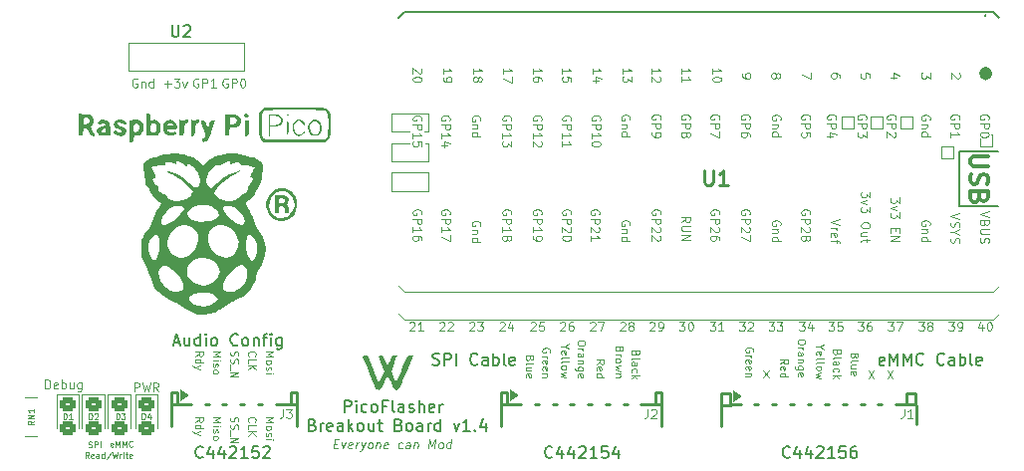
<source format=gto>
%TF.GenerationSoftware,KiCad,Pcbnew,(6.0.1)*%
%TF.CreationDate,2022-04-16T19:17:03-06:00*%
%TF.ProjectId,PicoFlasher_Breakout_Board_V1.4,5069636f-466c-4617-9368-65725f427265,rev?*%
%TF.SameCoordinates,Original*%
%TF.FileFunction,Legend,Top*%
%TF.FilePolarity,Positive*%
%FSLAX46Y46*%
G04 Gerber Fmt 4.6, Leading zero omitted, Abs format (unit mm)*
G04 Created by KiCad (PCBNEW (6.0.1)) date 2022-04-16 19:17:03*
%MOMM*%
%LPD*%
G01*
G04 APERTURE LIST*
G04 Aperture macros list*
%AMRoundRect*
0 Rectangle with rounded corners*
0 $1 Rounding radius*
0 $2 $3 $4 $5 $6 $7 $8 $9 X,Y pos of 4 corners*
0 Add a 4 corners polygon primitive as box body*
4,1,4,$2,$3,$4,$5,$6,$7,$8,$9,$2,$3,0*
0 Add four circle primitives for the rounded corners*
1,1,$1+$1,$2,$3*
1,1,$1+$1,$4,$5*
1,1,$1+$1,$6,$7*
1,1,$1+$1,$8,$9*
0 Add four rect primitives between the rounded corners*
20,1,$1+$1,$2,$3,$4,$5,0*
20,1,$1+$1,$4,$5,$6,$7,0*
20,1,$1+$1,$6,$7,$8,$9,0*
20,1,$1+$1,$8,$9,$2,$3,0*%
G04 Aperture macros list end*
%ADD10C,0.100000*%
%ADD11C,0.150000*%
%ADD12C,0.075000*%
%ADD13C,0.120000*%
%ADD14C,0.300000*%
%ADD15C,0.254000*%
%ADD16C,0.200000*%
%ADD17C,0.500000*%
%ADD18RoundRect,0.250000X-0.450000X0.325000X-0.450000X-0.325000X0.450000X-0.325000X0.450000X0.325000X0*%
%ADD19C,2.200000*%
%ADD20R,0.700000X2.500000*%
%ADD21R,1.100000X1.900000*%
%ADD22R,1.600000X3.200000*%
%ADD23R,0.800000X0.500000*%
%ADD24R,0.800000X0.400000*%
%ADD25O,1.600000X2.000000*%
%ADD26C,1.800000*%
G04 APERTURE END LIST*
D10*
X109767857Y-93591190D02*
X109736904Y-93560238D01*
X109705952Y-93467380D01*
X109705952Y-93405476D01*
X109736904Y-93312619D01*
X109798809Y-93250714D01*
X109860714Y-93219761D01*
X109984523Y-93188809D01*
X110077380Y-93188809D01*
X110201190Y-93219761D01*
X110263095Y-93250714D01*
X110325000Y-93312619D01*
X110355952Y-93405476D01*
X110355952Y-93467380D01*
X110325000Y-93560238D01*
X110294047Y-93591190D01*
X109705952Y-94179285D02*
X109705952Y-93869761D01*
X110355952Y-93869761D01*
X109705952Y-94395952D02*
X110355952Y-94395952D01*
X109705952Y-94767380D02*
X110077380Y-94488809D01*
X110355952Y-94767380D02*
X109984523Y-94395952D01*
X108236904Y-93188809D02*
X108205952Y-93281666D01*
X108205952Y-93436428D01*
X108236904Y-93498333D01*
X108267857Y-93529285D01*
X108329761Y-93560238D01*
X108391666Y-93560238D01*
X108453571Y-93529285D01*
X108484523Y-93498333D01*
X108515476Y-93436428D01*
X108546428Y-93312619D01*
X108577380Y-93250714D01*
X108608333Y-93219761D01*
X108670238Y-93188809D01*
X108732142Y-93188809D01*
X108794047Y-93219761D01*
X108825000Y-93250714D01*
X108855952Y-93312619D01*
X108855952Y-93467380D01*
X108825000Y-93560238D01*
X108236904Y-93807857D02*
X108205952Y-93900714D01*
X108205952Y-94055476D01*
X108236904Y-94117380D01*
X108267857Y-94148333D01*
X108329761Y-94179285D01*
X108391666Y-94179285D01*
X108453571Y-94148333D01*
X108484523Y-94117380D01*
X108515476Y-94055476D01*
X108546428Y-93931666D01*
X108577380Y-93869761D01*
X108608333Y-93838809D01*
X108670238Y-93807857D01*
X108732142Y-93807857D01*
X108794047Y-93838809D01*
X108825000Y-93869761D01*
X108855952Y-93931666D01*
X108855952Y-94086428D01*
X108825000Y-94179285D01*
X108144047Y-94303095D02*
X108144047Y-94798333D01*
X108205952Y-94953095D02*
X108855952Y-94953095D01*
X108205952Y-95324523D01*
X108855952Y-95324523D01*
X111205952Y-93219761D02*
X111855952Y-93219761D01*
X111391666Y-93436428D01*
X111855952Y-93653095D01*
X111205952Y-93653095D01*
X111205952Y-94055476D02*
X111236904Y-93993571D01*
X111267857Y-93962619D01*
X111329761Y-93931666D01*
X111515476Y-93931666D01*
X111577380Y-93962619D01*
X111608333Y-93993571D01*
X111639285Y-94055476D01*
X111639285Y-94148333D01*
X111608333Y-94210238D01*
X111577380Y-94241190D01*
X111515476Y-94272142D01*
X111329761Y-94272142D01*
X111267857Y-94241190D01*
X111236904Y-94210238D01*
X111205952Y-94148333D01*
X111205952Y-94055476D01*
X111236904Y-94519761D02*
X111205952Y-94581666D01*
X111205952Y-94705476D01*
X111236904Y-94767380D01*
X111298809Y-94798333D01*
X111329761Y-94798333D01*
X111391666Y-94767380D01*
X111422619Y-94705476D01*
X111422619Y-94612619D01*
X111453571Y-94550714D01*
X111515476Y-94519761D01*
X111546428Y-94519761D01*
X111608333Y-94550714D01*
X111639285Y-94612619D01*
X111639285Y-94705476D01*
X111608333Y-94767380D01*
X111205952Y-95076904D02*
X111639285Y-95076904D01*
X111855952Y-95076904D02*
X111825000Y-95045952D01*
X111794047Y-95076904D01*
X111825000Y-95107857D01*
X111855952Y-95076904D01*
X111794047Y-95076904D01*
X105205952Y-93591190D02*
X105515476Y-93374523D01*
X105205952Y-93219761D02*
X105855952Y-93219761D01*
X105855952Y-93467380D01*
X105825000Y-93529285D01*
X105794047Y-93560238D01*
X105732142Y-93591190D01*
X105639285Y-93591190D01*
X105577380Y-93560238D01*
X105546428Y-93529285D01*
X105515476Y-93467380D01*
X105515476Y-93219761D01*
X105205952Y-94148333D02*
X105855952Y-94148333D01*
X105236904Y-94148333D02*
X105205952Y-94086428D01*
X105205952Y-93962619D01*
X105236904Y-93900714D01*
X105267857Y-93869761D01*
X105329761Y-93838809D01*
X105515476Y-93838809D01*
X105577380Y-93869761D01*
X105608333Y-93900714D01*
X105639285Y-93962619D01*
X105639285Y-94086428D01*
X105608333Y-94148333D01*
X105639285Y-94395952D02*
X105205952Y-94550714D01*
X105639285Y-94705476D02*
X105205952Y-94550714D01*
X105051190Y-94488809D01*
X105020238Y-94457857D01*
X104989285Y-94395952D01*
X106705952Y-93219761D02*
X107355952Y-93219761D01*
X106891666Y-93436428D01*
X107355952Y-93653095D01*
X106705952Y-93653095D01*
X106705952Y-93962619D02*
X107139285Y-93962619D01*
X107355952Y-93962619D02*
X107325000Y-93931666D01*
X107294047Y-93962619D01*
X107325000Y-93993571D01*
X107355952Y-93962619D01*
X107294047Y-93962619D01*
X106736904Y-94241190D02*
X106705952Y-94303095D01*
X106705952Y-94426904D01*
X106736904Y-94488809D01*
X106798809Y-94519761D01*
X106829761Y-94519761D01*
X106891666Y-94488809D01*
X106922619Y-94426904D01*
X106922619Y-94334047D01*
X106953571Y-94272142D01*
X107015476Y-94241190D01*
X107046428Y-94241190D01*
X107108333Y-94272142D01*
X107139285Y-94334047D01*
X107139285Y-94426904D01*
X107108333Y-94488809D01*
X106705952Y-94891190D02*
X106736904Y-94829285D01*
X106767857Y-94798333D01*
X106829761Y-94767380D01*
X107015476Y-94767380D01*
X107077380Y-94798333D01*
X107108333Y-94829285D01*
X107139285Y-94891190D01*
X107139285Y-94984047D01*
X107108333Y-95045952D01*
X107077380Y-95076904D01*
X107015476Y-95107857D01*
X106829761Y-95107857D01*
X106767857Y-95076904D01*
X106736904Y-95045952D01*
X106705952Y-94984047D01*
X106705952Y-94891190D01*
D11*
X170150000Y-80850000D02*
X173462500Y-80850000D01*
D12*
X125045000Y-75480000D02*
X124740000Y-75480000D01*
D11*
X173000000Y-64300000D02*
X173500000Y-64800000D01*
D13*
X173500000Y-90000000D02*
X173000000Y-90500000D01*
D11*
X173462500Y-76150000D02*
X170150000Y-76150000D01*
D13*
X122500000Y-90000000D02*
X123000000Y-90500000D01*
X123000000Y-90500000D02*
X173000000Y-90500000D01*
D12*
X125022500Y-74450000D02*
X124717500Y-74450000D01*
D11*
X173000000Y-64300000D02*
X123000000Y-64300000D01*
D13*
X122975000Y-88150000D02*
X122475000Y-87650000D01*
X173000000Y-88100000D02*
X123725000Y-88150000D01*
X173500000Y-87600000D02*
X173000000Y-88100000D01*
D11*
X170150000Y-76150000D02*
X170150000Y-80850000D01*
D13*
X123725000Y-88150000D02*
X122975000Y-88150000D01*
D11*
X122500000Y-64800000D02*
X123000000Y-64300000D01*
X117900000Y-98347380D02*
X117900000Y-97347380D01*
X118280952Y-97347380D01*
X118376190Y-97395000D01*
X118423809Y-97442619D01*
X118471428Y-97537857D01*
X118471428Y-97680714D01*
X118423809Y-97775952D01*
X118376190Y-97823571D01*
X118280952Y-97871190D01*
X117900000Y-97871190D01*
X118900000Y-98347380D02*
X118900000Y-97680714D01*
X118900000Y-97347380D02*
X118852380Y-97395000D01*
X118900000Y-97442619D01*
X118947619Y-97395000D01*
X118900000Y-97347380D01*
X118900000Y-97442619D01*
X119804761Y-98299761D02*
X119709523Y-98347380D01*
X119519047Y-98347380D01*
X119423809Y-98299761D01*
X119376190Y-98252142D01*
X119328571Y-98156904D01*
X119328571Y-97871190D01*
X119376190Y-97775952D01*
X119423809Y-97728333D01*
X119519047Y-97680714D01*
X119709523Y-97680714D01*
X119804761Y-97728333D01*
X120376190Y-98347380D02*
X120280952Y-98299761D01*
X120233333Y-98252142D01*
X120185714Y-98156904D01*
X120185714Y-97871190D01*
X120233333Y-97775952D01*
X120280952Y-97728333D01*
X120376190Y-97680714D01*
X120519047Y-97680714D01*
X120614285Y-97728333D01*
X120661904Y-97775952D01*
X120709523Y-97871190D01*
X120709523Y-98156904D01*
X120661904Y-98252142D01*
X120614285Y-98299761D01*
X120519047Y-98347380D01*
X120376190Y-98347380D01*
X121471428Y-97823571D02*
X121138095Y-97823571D01*
X121138095Y-98347380D02*
X121138095Y-97347380D01*
X121614285Y-97347380D01*
X122138095Y-98347380D02*
X122042857Y-98299761D01*
X121995238Y-98204523D01*
X121995238Y-97347380D01*
X122947619Y-98347380D02*
X122947619Y-97823571D01*
X122900000Y-97728333D01*
X122804761Y-97680714D01*
X122614285Y-97680714D01*
X122519047Y-97728333D01*
X122947619Y-98299761D02*
X122852380Y-98347380D01*
X122614285Y-98347380D01*
X122519047Y-98299761D01*
X122471428Y-98204523D01*
X122471428Y-98109285D01*
X122519047Y-98014047D01*
X122614285Y-97966428D01*
X122852380Y-97966428D01*
X122947619Y-97918809D01*
X123376190Y-98299761D02*
X123471428Y-98347380D01*
X123661904Y-98347380D01*
X123757142Y-98299761D01*
X123804761Y-98204523D01*
X123804761Y-98156904D01*
X123757142Y-98061666D01*
X123661904Y-98014047D01*
X123519047Y-98014047D01*
X123423809Y-97966428D01*
X123376190Y-97871190D01*
X123376190Y-97823571D01*
X123423809Y-97728333D01*
X123519047Y-97680714D01*
X123661904Y-97680714D01*
X123757142Y-97728333D01*
X124233333Y-98347380D02*
X124233333Y-97347380D01*
X124661904Y-98347380D02*
X124661904Y-97823571D01*
X124614285Y-97728333D01*
X124519047Y-97680714D01*
X124376190Y-97680714D01*
X124280952Y-97728333D01*
X124233333Y-97775952D01*
X125519047Y-98299761D02*
X125423809Y-98347380D01*
X125233333Y-98347380D01*
X125138095Y-98299761D01*
X125090476Y-98204523D01*
X125090476Y-97823571D01*
X125138095Y-97728333D01*
X125233333Y-97680714D01*
X125423809Y-97680714D01*
X125519047Y-97728333D01*
X125566666Y-97823571D01*
X125566666Y-97918809D01*
X125090476Y-98014047D01*
X125995238Y-98347380D02*
X125995238Y-97680714D01*
X125995238Y-97871190D02*
X126042857Y-97775952D01*
X126090476Y-97728333D01*
X126185714Y-97680714D01*
X126280952Y-97680714D01*
X115185714Y-99433571D02*
X115328571Y-99481190D01*
X115376190Y-99528809D01*
X115423809Y-99624047D01*
X115423809Y-99766904D01*
X115376190Y-99862142D01*
X115328571Y-99909761D01*
X115233333Y-99957380D01*
X114852380Y-99957380D01*
X114852380Y-98957380D01*
X115185714Y-98957380D01*
X115280952Y-99005000D01*
X115328571Y-99052619D01*
X115376190Y-99147857D01*
X115376190Y-99243095D01*
X115328571Y-99338333D01*
X115280952Y-99385952D01*
X115185714Y-99433571D01*
X114852380Y-99433571D01*
X115852380Y-99957380D02*
X115852380Y-99290714D01*
X115852380Y-99481190D02*
X115900000Y-99385952D01*
X115947619Y-99338333D01*
X116042857Y-99290714D01*
X116138095Y-99290714D01*
X116852380Y-99909761D02*
X116757142Y-99957380D01*
X116566666Y-99957380D01*
X116471428Y-99909761D01*
X116423809Y-99814523D01*
X116423809Y-99433571D01*
X116471428Y-99338333D01*
X116566666Y-99290714D01*
X116757142Y-99290714D01*
X116852380Y-99338333D01*
X116900000Y-99433571D01*
X116900000Y-99528809D01*
X116423809Y-99624047D01*
X117757142Y-99957380D02*
X117757142Y-99433571D01*
X117709523Y-99338333D01*
X117614285Y-99290714D01*
X117423809Y-99290714D01*
X117328571Y-99338333D01*
X117757142Y-99909761D02*
X117661904Y-99957380D01*
X117423809Y-99957380D01*
X117328571Y-99909761D01*
X117280952Y-99814523D01*
X117280952Y-99719285D01*
X117328571Y-99624047D01*
X117423809Y-99576428D01*
X117661904Y-99576428D01*
X117757142Y-99528809D01*
X118233333Y-99957380D02*
X118233333Y-98957380D01*
X118328571Y-99576428D02*
X118614285Y-99957380D01*
X118614285Y-99290714D02*
X118233333Y-99671666D01*
X119185714Y-99957380D02*
X119090476Y-99909761D01*
X119042857Y-99862142D01*
X118995238Y-99766904D01*
X118995238Y-99481190D01*
X119042857Y-99385952D01*
X119090476Y-99338333D01*
X119185714Y-99290714D01*
X119328571Y-99290714D01*
X119423809Y-99338333D01*
X119471428Y-99385952D01*
X119519047Y-99481190D01*
X119519047Y-99766904D01*
X119471428Y-99862142D01*
X119423809Y-99909761D01*
X119328571Y-99957380D01*
X119185714Y-99957380D01*
X120376190Y-99290714D02*
X120376190Y-99957380D01*
X119947619Y-99290714D02*
X119947619Y-99814523D01*
X119995238Y-99909761D01*
X120090476Y-99957380D01*
X120233333Y-99957380D01*
X120328571Y-99909761D01*
X120376190Y-99862142D01*
X120709523Y-99290714D02*
X121090476Y-99290714D01*
X120852380Y-98957380D02*
X120852380Y-99814523D01*
X120900000Y-99909761D01*
X120995238Y-99957380D01*
X121090476Y-99957380D01*
X122519047Y-99433571D02*
X122661904Y-99481190D01*
X122709523Y-99528809D01*
X122757142Y-99624047D01*
X122757142Y-99766904D01*
X122709523Y-99862142D01*
X122661904Y-99909761D01*
X122566666Y-99957380D01*
X122185714Y-99957380D01*
X122185714Y-98957380D01*
X122519047Y-98957380D01*
X122614285Y-99005000D01*
X122661904Y-99052619D01*
X122709523Y-99147857D01*
X122709523Y-99243095D01*
X122661904Y-99338333D01*
X122614285Y-99385952D01*
X122519047Y-99433571D01*
X122185714Y-99433571D01*
X123328571Y-99957380D02*
X123233333Y-99909761D01*
X123185714Y-99862142D01*
X123138095Y-99766904D01*
X123138095Y-99481190D01*
X123185714Y-99385952D01*
X123233333Y-99338333D01*
X123328571Y-99290714D01*
X123471428Y-99290714D01*
X123566666Y-99338333D01*
X123614285Y-99385952D01*
X123661904Y-99481190D01*
X123661904Y-99766904D01*
X123614285Y-99862142D01*
X123566666Y-99909761D01*
X123471428Y-99957380D01*
X123328571Y-99957380D01*
X124519047Y-99957380D02*
X124519047Y-99433571D01*
X124471428Y-99338333D01*
X124376190Y-99290714D01*
X124185714Y-99290714D01*
X124090476Y-99338333D01*
X124519047Y-99909761D02*
X124423809Y-99957380D01*
X124185714Y-99957380D01*
X124090476Y-99909761D01*
X124042857Y-99814523D01*
X124042857Y-99719285D01*
X124090476Y-99624047D01*
X124185714Y-99576428D01*
X124423809Y-99576428D01*
X124519047Y-99528809D01*
X124995238Y-99957380D02*
X124995238Y-99290714D01*
X124995238Y-99481190D02*
X125042857Y-99385952D01*
X125090476Y-99338333D01*
X125185714Y-99290714D01*
X125280952Y-99290714D01*
X126042857Y-99957380D02*
X126042857Y-98957380D01*
X126042857Y-99909761D02*
X125947619Y-99957380D01*
X125757142Y-99957380D01*
X125661904Y-99909761D01*
X125614285Y-99862142D01*
X125566666Y-99766904D01*
X125566666Y-99481190D01*
X125614285Y-99385952D01*
X125661904Y-99338333D01*
X125757142Y-99290714D01*
X125947619Y-99290714D01*
X126042857Y-99338333D01*
X127185714Y-99290714D02*
X127423809Y-99957380D01*
X127661904Y-99290714D01*
X128566666Y-99957380D02*
X127995238Y-99957380D01*
X128280952Y-99957380D02*
X128280952Y-98957380D01*
X128185714Y-99100238D01*
X128090476Y-99195476D01*
X127995238Y-99243095D01*
X128995238Y-99862142D02*
X129042857Y-99909761D01*
X128995238Y-99957380D01*
X128947619Y-99909761D01*
X128995238Y-99862142D01*
X128995238Y-99957380D01*
X129900000Y-99290714D02*
X129900000Y-99957380D01*
X129661904Y-98909761D02*
X129423809Y-99624047D01*
X130042857Y-99624047D01*
X155752380Y-102157142D02*
X155704761Y-102204761D01*
X155561904Y-102252380D01*
X155466666Y-102252380D01*
X155323809Y-102204761D01*
X155228571Y-102109523D01*
X155180952Y-102014285D01*
X155133333Y-101823809D01*
X155133333Y-101680952D01*
X155180952Y-101490476D01*
X155228571Y-101395238D01*
X155323809Y-101300000D01*
X155466666Y-101252380D01*
X155561904Y-101252380D01*
X155704761Y-101300000D01*
X155752380Y-101347619D01*
X156609523Y-101585714D02*
X156609523Y-102252380D01*
X156371428Y-101204761D02*
X156133333Y-101919047D01*
X156752380Y-101919047D01*
X157561904Y-101585714D02*
X157561904Y-102252380D01*
X157323809Y-101204761D02*
X157085714Y-101919047D01*
X157704761Y-101919047D01*
X158038095Y-101347619D02*
X158085714Y-101300000D01*
X158180952Y-101252380D01*
X158419047Y-101252380D01*
X158514285Y-101300000D01*
X158561904Y-101347619D01*
X158609523Y-101442857D01*
X158609523Y-101538095D01*
X158561904Y-101680952D01*
X157990476Y-102252380D01*
X158609523Y-102252380D01*
X159561904Y-102252380D02*
X158990476Y-102252380D01*
X159276190Y-102252380D02*
X159276190Y-101252380D01*
X159180952Y-101395238D01*
X159085714Y-101490476D01*
X158990476Y-101538095D01*
X160466666Y-101252380D02*
X159990476Y-101252380D01*
X159942857Y-101728571D01*
X159990476Y-101680952D01*
X160085714Y-101633333D01*
X160323809Y-101633333D01*
X160419047Y-101680952D01*
X160466666Y-101728571D01*
X160514285Y-101823809D01*
X160514285Y-102061904D01*
X160466666Y-102157142D01*
X160419047Y-102204761D01*
X160323809Y-102252380D01*
X160085714Y-102252380D01*
X159990476Y-102204761D01*
X159942857Y-102157142D01*
X161371428Y-101252380D02*
X161180952Y-101252380D01*
X161085714Y-101300000D01*
X161038095Y-101347619D01*
X160942857Y-101490476D01*
X160895238Y-101680952D01*
X160895238Y-102061904D01*
X160942857Y-102157142D01*
X160990476Y-102204761D01*
X161085714Y-102252380D01*
X161276190Y-102252380D01*
X161371428Y-102204761D01*
X161419047Y-102157142D01*
X161466666Y-102061904D01*
X161466666Y-101823809D01*
X161419047Y-101728571D01*
X161371428Y-101680952D01*
X161276190Y-101633333D01*
X161085714Y-101633333D01*
X160990476Y-101680952D01*
X160942857Y-101728571D01*
X160895238Y-101823809D01*
D10*
X167660714Y-69500000D02*
X167660714Y-69964285D01*
X167375000Y-69714285D01*
X167375000Y-69821428D01*
X167339285Y-69892857D01*
X167303571Y-69928571D01*
X167232142Y-69964285D01*
X167053571Y-69964285D01*
X166982142Y-69928571D01*
X166946428Y-69892857D01*
X166910714Y-69821428D01*
X166910714Y-69607142D01*
X166946428Y-69535714D01*
X166982142Y-69500000D01*
X133646428Y-93770714D02*
X133615476Y-93863571D01*
X133584523Y-93894523D01*
X133522619Y-93925476D01*
X133429761Y-93925476D01*
X133367857Y-93894523D01*
X133336904Y-93863571D01*
X133305952Y-93801666D01*
X133305952Y-93554047D01*
X133955952Y-93554047D01*
X133955952Y-93770714D01*
X133925000Y-93832619D01*
X133894047Y-93863571D01*
X133832142Y-93894523D01*
X133770238Y-93894523D01*
X133708333Y-93863571D01*
X133677380Y-93832619D01*
X133646428Y-93770714D01*
X133646428Y-93554047D01*
X133305952Y-94296904D02*
X133336904Y-94235000D01*
X133398809Y-94204047D01*
X133955952Y-94204047D01*
X133739285Y-94823095D02*
X133305952Y-94823095D01*
X133739285Y-94544523D02*
X133398809Y-94544523D01*
X133336904Y-94575476D01*
X133305952Y-94637380D01*
X133305952Y-94730238D01*
X133336904Y-94792142D01*
X133367857Y-94823095D01*
X133336904Y-95380238D02*
X133305952Y-95318333D01*
X133305952Y-95194523D01*
X133336904Y-95132619D01*
X133398809Y-95101666D01*
X133646428Y-95101666D01*
X133708333Y-95132619D01*
X133739285Y-95194523D01*
X133739285Y-95318333D01*
X133708333Y-95380238D01*
X133646428Y-95411190D01*
X133584523Y-95411190D01*
X133522619Y-95101666D01*
X159960714Y-81932142D02*
X159210714Y-82182142D01*
X159960714Y-82432142D01*
X159210714Y-82682142D02*
X159710714Y-82682142D01*
X159567857Y-82682142D02*
X159639285Y-82717857D01*
X159675000Y-82753571D01*
X159710714Y-82825000D01*
X159710714Y-82896428D01*
X159246428Y-83432142D02*
X159210714Y-83360714D01*
X159210714Y-83217857D01*
X159246428Y-83146428D01*
X159317857Y-83110714D01*
X159603571Y-83110714D01*
X159675000Y-83146428D01*
X159710714Y-83217857D01*
X159710714Y-83360714D01*
X159675000Y-83432142D01*
X159603571Y-83467857D01*
X159532142Y-83467857D01*
X159460714Y-83110714D01*
X159710714Y-83682142D02*
X159710714Y-83967857D01*
X159210714Y-83789285D02*
X159853571Y-83789285D01*
X159925000Y-83825000D01*
X159960714Y-83896428D01*
X159960714Y-83967857D01*
X154930952Y-94240952D02*
X155240476Y-94024285D01*
X154930952Y-93869523D02*
X155580952Y-93869523D01*
X155580952Y-94117142D01*
X155550000Y-94179047D01*
X155519047Y-94210000D01*
X155457142Y-94240952D01*
X155364285Y-94240952D01*
X155302380Y-94210000D01*
X155271428Y-94179047D01*
X155240476Y-94117142D01*
X155240476Y-93869523D01*
X154961904Y-94767142D02*
X154930952Y-94705238D01*
X154930952Y-94581428D01*
X154961904Y-94519523D01*
X155023809Y-94488571D01*
X155271428Y-94488571D01*
X155333333Y-94519523D01*
X155364285Y-94581428D01*
X155364285Y-94705238D01*
X155333333Y-94767142D01*
X155271428Y-94798095D01*
X155209523Y-94798095D01*
X155147619Y-94488571D01*
X154930952Y-95355238D02*
X155580952Y-95355238D01*
X154961904Y-95355238D02*
X154930952Y-95293333D01*
X154930952Y-95169523D01*
X154961904Y-95107619D01*
X154992857Y-95076666D01*
X155054761Y-95045714D01*
X155240476Y-95045714D01*
X155302380Y-95076666D01*
X155333333Y-95107619D01*
X155364285Y-95169523D01*
X155364285Y-95293333D01*
X155333333Y-95355238D01*
X164725000Y-73464285D02*
X164760714Y-73392857D01*
X164760714Y-73285714D01*
X164725000Y-73178571D01*
X164653571Y-73107142D01*
X164582142Y-73071428D01*
X164439285Y-73035714D01*
X164332142Y-73035714D01*
X164189285Y-73071428D01*
X164117857Y-73107142D01*
X164046428Y-73178571D01*
X164010714Y-73285714D01*
X164010714Y-73357142D01*
X164046428Y-73464285D01*
X164082142Y-73500000D01*
X164332142Y-73500000D01*
X164332142Y-73357142D01*
X164010714Y-73821428D02*
X164760714Y-73821428D01*
X164760714Y-74107142D01*
X164725000Y-74178571D01*
X164689285Y-74214285D01*
X164617857Y-74250000D01*
X164510714Y-74250000D01*
X164439285Y-74214285D01*
X164403571Y-74178571D01*
X164367857Y-74107142D01*
X164367857Y-73821428D01*
X164689285Y-74535714D02*
X164725000Y-74571428D01*
X164760714Y-74642857D01*
X164760714Y-74821428D01*
X164725000Y-74892857D01*
X164689285Y-74928571D01*
X164617857Y-74964285D01*
X164546428Y-74964285D01*
X164439285Y-74928571D01*
X164010714Y-74500000D01*
X164010714Y-74964285D01*
X158290476Y-92799285D02*
X157980952Y-92799285D01*
X158630952Y-92582619D02*
X158290476Y-92799285D01*
X158630952Y-93015952D01*
X158011904Y-93480238D02*
X157980952Y-93418333D01*
X157980952Y-93294523D01*
X158011904Y-93232619D01*
X158073809Y-93201666D01*
X158321428Y-93201666D01*
X158383333Y-93232619D01*
X158414285Y-93294523D01*
X158414285Y-93418333D01*
X158383333Y-93480238D01*
X158321428Y-93511190D01*
X158259523Y-93511190D01*
X158197619Y-93201666D01*
X157980952Y-93882619D02*
X158011904Y-93820714D01*
X158073809Y-93789761D01*
X158630952Y-93789761D01*
X157980952Y-94223095D02*
X158011904Y-94161190D01*
X158073809Y-94130238D01*
X158630952Y-94130238D01*
X157980952Y-94563571D02*
X158011904Y-94501666D01*
X158042857Y-94470714D01*
X158104761Y-94439761D01*
X158290476Y-94439761D01*
X158352380Y-94470714D01*
X158383333Y-94501666D01*
X158414285Y-94563571D01*
X158414285Y-94656428D01*
X158383333Y-94718333D01*
X158352380Y-94749285D01*
X158290476Y-94780238D01*
X158104761Y-94780238D01*
X158042857Y-94749285D01*
X158011904Y-94718333D01*
X157980952Y-94656428D01*
X157980952Y-94563571D01*
X158414285Y-94996904D02*
X157980952Y-95120714D01*
X158290476Y-95244523D01*
X157980952Y-95368333D01*
X158414285Y-95492142D01*
X162457857Y-94844047D02*
X162891190Y-95494047D01*
X162891190Y-94844047D02*
X162457857Y-95494047D01*
X135325000Y-93275476D02*
X135355952Y-93213571D01*
X135355952Y-93120714D01*
X135325000Y-93027857D01*
X135263095Y-92965952D01*
X135201190Y-92935000D01*
X135077380Y-92904047D01*
X134984523Y-92904047D01*
X134860714Y-92935000D01*
X134798809Y-92965952D01*
X134736904Y-93027857D01*
X134705952Y-93120714D01*
X134705952Y-93182619D01*
X134736904Y-93275476D01*
X134767857Y-93306428D01*
X134984523Y-93306428D01*
X134984523Y-93182619D01*
X134705952Y-93585000D02*
X135139285Y-93585000D01*
X135015476Y-93585000D02*
X135077380Y-93615952D01*
X135108333Y-93646904D01*
X135139285Y-93708809D01*
X135139285Y-93770714D01*
X134736904Y-94235000D02*
X134705952Y-94173095D01*
X134705952Y-94049285D01*
X134736904Y-93987380D01*
X134798809Y-93956428D01*
X135046428Y-93956428D01*
X135108333Y-93987380D01*
X135139285Y-94049285D01*
X135139285Y-94173095D01*
X135108333Y-94235000D01*
X135046428Y-94265952D01*
X134984523Y-94265952D01*
X134922619Y-93956428D01*
X134736904Y-94792142D02*
X134705952Y-94730238D01*
X134705952Y-94606428D01*
X134736904Y-94544523D01*
X134798809Y-94513571D01*
X135046428Y-94513571D01*
X135108333Y-94544523D01*
X135139285Y-94606428D01*
X135139285Y-94730238D01*
X135108333Y-94792142D01*
X135046428Y-94823095D01*
X134984523Y-94823095D01*
X134922619Y-94513571D01*
X135139285Y-95101666D02*
X134705952Y-95101666D01*
X135077380Y-95101666D02*
X135108333Y-95132619D01*
X135139285Y-95194523D01*
X135139285Y-95287380D01*
X135108333Y-95349285D01*
X135046428Y-95380238D01*
X134705952Y-95380238D01*
X136228571Y-90760714D02*
X136264285Y-90725000D01*
X136335714Y-90689285D01*
X136514285Y-90689285D01*
X136585714Y-90725000D01*
X136621428Y-90760714D01*
X136657142Y-90832142D01*
X136657142Y-90903571D01*
X136621428Y-91010714D01*
X136192857Y-91439285D01*
X136657142Y-91439285D01*
X137300000Y-90689285D02*
X137157142Y-90689285D01*
X137085714Y-90725000D01*
X137050000Y-90760714D01*
X136978571Y-90867857D01*
X136942857Y-91010714D01*
X136942857Y-91296428D01*
X136978571Y-91367857D01*
X137014285Y-91403571D01*
X137085714Y-91439285D01*
X137228571Y-91439285D01*
X137300000Y-91403571D01*
X137335714Y-91367857D01*
X137371428Y-91296428D01*
X137371428Y-91117857D01*
X137335714Y-91046428D01*
X137300000Y-91010714D01*
X137228571Y-90975000D01*
X137085714Y-90975000D01*
X137014285Y-91010714D01*
X136978571Y-91046428D01*
X136942857Y-91117857D01*
X154589285Y-69678571D02*
X154625000Y-69607142D01*
X154660714Y-69571428D01*
X154732142Y-69535714D01*
X154767857Y-69535714D01*
X154839285Y-69571428D01*
X154875000Y-69607142D01*
X154910714Y-69678571D01*
X154910714Y-69821428D01*
X154875000Y-69892857D01*
X154839285Y-69928571D01*
X154767857Y-69964285D01*
X154732142Y-69964285D01*
X154660714Y-69928571D01*
X154625000Y-69892857D01*
X154589285Y-69821428D01*
X154589285Y-69678571D01*
X154553571Y-69607142D01*
X154517857Y-69571428D01*
X154446428Y-69535714D01*
X154303571Y-69535714D01*
X154232142Y-69571428D01*
X154196428Y-69607142D01*
X154160714Y-69678571D01*
X154160714Y-69821428D01*
X154196428Y-69892857D01*
X154232142Y-69928571D01*
X154303571Y-69964285D01*
X154446428Y-69964285D01*
X154517857Y-69928571D01*
X154553571Y-69892857D01*
X154589285Y-69821428D01*
X172135714Y-90939285D02*
X172135714Y-91439285D01*
X171957142Y-90653571D02*
X171778571Y-91189285D01*
X172242857Y-91189285D01*
X172671428Y-90689285D02*
X172742857Y-90689285D01*
X172814285Y-90725000D01*
X172850000Y-90760714D01*
X172885714Y-90832142D01*
X172921428Y-90975000D01*
X172921428Y-91153571D01*
X172885714Y-91296428D01*
X172850000Y-91367857D01*
X172814285Y-91403571D01*
X172742857Y-91439285D01*
X172671428Y-91439285D01*
X172600000Y-91403571D01*
X172564285Y-91367857D01*
X172528571Y-91296428D01*
X172492857Y-91153571D01*
X172492857Y-90975000D01*
X172528571Y-90832142D01*
X172564285Y-90760714D01*
X172600000Y-90725000D01*
X172671428Y-90689285D01*
X159042857Y-90689285D02*
X159507142Y-90689285D01*
X159257142Y-90975000D01*
X159364285Y-90975000D01*
X159435714Y-91010714D01*
X159471428Y-91046428D01*
X159507142Y-91117857D01*
X159507142Y-91296428D01*
X159471428Y-91367857D01*
X159435714Y-91403571D01*
X159364285Y-91439285D01*
X159150000Y-91439285D01*
X159078571Y-91403571D01*
X159042857Y-91367857D01*
X160185714Y-90689285D02*
X159828571Y-90689285D01*
X159792857Y-91046428D01*
X159828571Y-91010714D01*
X159900000Y-90975000D01*
X160078571Y-90975000D01*
X160150000Y-91010714D01*
X160185714Y-91046428D01*
X160221428Y-91117857D01*
X160221428Y-91296428D01*
X160185714Y-91367857D01*
X160150000Y-91403571D01*
X160078571Y-91439285D01*
X159900000Y-91439285D01*
X159828571Y-91403571D01*
X159792857Y-91367857D01*
D12*
X96159523Y-102251190D02*
X95992857Y-102013095D01*
X95873809Y-102251190D02*
X95873809Y-101751190D01*
X96064285Y-101751190D01*
X96111904Y-101775000D01*
X96135714Y-101798809D01*
X96159523Y-101846428D01*
X96159523Y-101917857D01*
X96135714Y-101965476D01*
X96111904Y-101989285D01*
X96064285Y-102013095D01*
X95873809Y-102013095D01*
X96564285Y-102227380D02*
X96516666Y-102251190D01*
X96421428Y-102251190D01*
X96373809Y-102227380D01*
X96350000Y-102179761D01*
X96350000Y-101989285D01*
X96373809Y-101941666D01*
X96421428Y-101917857D01*
X96516666Y-101917857D01*
X96564285Y-101941666D01*
X96588095Y-101989285D01*
X96588095Y-102036904D01*
X96350000Y-102084523D01*
X97016666Y-102251190D02*
X97016666Y-101989285D01*
X96992857Y-101941666D01*
X96945238Y-101917857D01*
X96850000Y-101917857D01*
X96802380Y-101941666D01*
X97016666Y-102227380D02*
X96969047Y-102251190D01*
X96850000Y-102251190D01*
X96802380Y-102227380D01*
X96778571Y-102179761D01*
X96778571Y-102132142D01*
X96802380Y-102084523D01*
X96850000Y-102060714D01*
X96969047Y-102060714D01*
X97016666Y-102036904D01*
X97469047Y-102251190D02*
X97469047Y-101751190D01*
X97469047Y-102227380D02*
X97421428Y-102251190D01*
X97326190Y-102251190D01*
X97278571Y-102227380D01*
X97254761Y-102203571D01*
X97230952Y-102155952D01*
X97230952Y-102013095D01*
X97254761Y-101965476D01*
X97278571Y-101941666D01*
X97326190Y-101917857D01*
X97421428Y-101917857D01*
X97469047Y-101941666D01*
X98064285Y-101727380D02*
X97635714Y-102370238D01*
X98183333Y-101751190D02*
X98302380Y-102251190D01*
X98397619Y-101894047D01*
X98492857Y-102251190D01*
X98611904Y-101751190D01*
X98802380Y-102251190D02*
X98802380Y-101917857D01*
X98802380Y-102013095D02*
X98826190Y-101965476D01*
X98850000Y-101941666D01*
X98897619Y-101917857D01*
X98945238Y-101917857D01*
X99111904Y-102251190D02*
X99111904Y-101917857D01*
X99111904Y-101751190D02*
X99088095Y-101775000D01*
X99111904Y-101798809D01*
X99135714Y-101775000D01*
X99111904Y-101751190D01*
X99111904Y-101798809D01*
X99278571Y-101917857D02*
X99469047Y-101917857D01*
X99350000Y-101751190D02*
X99350000Y-102179761D01*
X99373809Y-102227380D01*
X99421428Y-102251190D01*
X99469047Y-102251190D01*
X99826190Y-102227380D02*
X99778571Y-102251190D01*
X99683333Y-102251190D01*
X99635714Y-102227380D01*
X99611904Y-102179761D01*
X99611904Y-101989285D01*
X99635714Y-101941666D01*
X99683333Y-101917857D01*
X99778571Y-101917857D01*
X99826190Y-101941666D01*
X99850000Y-101989285D01*
X99850000Y-102036904D01*
X99611904Y-102084523D01*
D10*
X167625000Y-73517857D02*
X167660714Y-73446428D01*
X167660714Y-73339285D01*
X167625000Y-73232142D01*
X167553571Y-73160714D01*
X167482142Y-73125000D01*
X167339285Y-73089285D01*
X167232142Y-73089285D01*
X167089285Y-73125000D01*
X167017857Y-73160714D01*
X166946428Y-73232142D01*
X166910714Y-73339285D01*
X166910714Y-73410714D01*
X166946428Y-73517857D01*
X166982142Y-73553571D01*
X167232142Y-73553571D01*
X167232142Y-73410714D01*
X167410714Y-73875000D02*
X166910714Y-73875000D01*
X167339285Y-73875000D02*
X167375000Y-73910714D01*
X167410714Y-73982142D01*
X167410714Y-74089285D01*
X167375000Y-74160714D01*
X167303571Y-74196428D01*
X166910714Y-74196428D01*
X166910714Y-74875000D02*
X167660714Y-74875000D01*
X166946428Y-74875000D02*
X166910714Y-74803571D01*
X166910714Y-74660714D01*
X166946428Y-74589285D01*
X166982142Y-74553571D01*
X167053571Y-74517857D01*
X167267857Y-74517857D01*
X167339285Y-74553571D01*
X167375000Y-74589285D01*
X167410714Y-74660714D01*
X167410714Y-74803571D01*
X167375000Y-74875000D01*
X149160714Y-69557142D02*
X149160714Y-69128571D01*
X149160714Y-69342857D02*
X149910714Y-69342857D01*
X149803571Y-69271428D01*
X149732142Y-69200000D01*
X149696428Y-69128571D01*
X149910714Y-70021428D02*
X149910714Y-70092857D01*
X149875000Y-70164285D01*
X149839285Y-70200000D01*
X149767857Y-70235714D01*
X149625000Y-70271428D01*
X149446428Y-70271428D01*
X149303571Y-70235714D01*
X149232142Y-70200000D01*
X149196428Y-70164285D01*
X149160714Y-70092857D01*
X149160714Y-70021428D01*
X149196428Y-69950000D01*
X149232142Y-69914285D01*
X149303571Y-69878571D01*
X149446428Y-69842857D01*
X149625000Y-69842857D01*
X149767857Y-69878571D01*
X149839285Y-69914285D01*
X149875000Y-69950000D01*
X149910714Y-70021428D01*
D11*
X163771428Y-94304761D02*
X163676190Y-94352380D01*
X163485714Y-94352380D01*
X163390476Y-94304761D01*
X163342857Y-94209523D01*
X163342857Y-93828571D01*
X163390476Y-93733333D01*
X163485714Y-93685714D01*
X163676190Y-93685714D01*
X163771428Y-93733333D01*
X163819047Y-93828571D01*
X163819047Y-93923809D01*
X163342857Y-94019047D01*
X164247619Y-94352380D02*
X164247619Y-93352380D01*
X164580952Y-94066666D01*
X164914285Y-93352380D01*
X164914285Y-94352380D01*
X165390476Y-94352380D02*
X165390476Y-93352380D01*
X165723809Y-94066666D01*
X166057142Y-93352380D01*
X166057142Y-94352380D01*
X167104761Y-94257142D02*
X167057142Y-94304761D01*
X166914285Y-94352380D01*
X166819047Y-94352380D01*
X166676190Y-94304761D01*
X166580952Y-94209523D01*
X166533333Y-94114285D01*
X166485714Y-93923809D01*
X166485714Y-93780952D01*
X166533333Y-93590476D01*
X166580952Y-93495238D01*
X166676190Y-93400000D01*
X166819047Y-93352380D01*
X166914285Y-93352380D01*
X167057142Y-93400000D01*
X167104761Y-93447619D01*
X168866666Y-94257142D02*
X168819047Y-94304761D01*
X168676190Y-94352380D01*
X168580952Y-94352380D01*
X168438095Y-94304761D01*
X168342857Y-94209523D01*
X168295238Y-94114285D01*
X168247619Y-93923809D01*
X168247619Y-93780952D01*
X168295238Y-93590476D01*
X168342857Y-93495238D01*
X168438095Y-93400000D01*
X168580952Y-93352380D01*
X168676190Y-93352380D01*
X168819047Y-93400000D01*
X168866666Y-93447619D01*
X169723809Y-94352380D02*
X169723809Y-93828571D01*
X169676190Y-93733333D01*
X169580952Y-93685714D01*
X169390476Y-93685714D01*
X169295238Y-93733333D01*
X169723809Y-94304761D02*
X169628571Y-94352380D01*
X169390476Y-94352380D01*
X169295238Y-94304761D01*
X169247619Y-94209523D01*
X169247619Y-94114285D01*
X169295238Y-94019047D01*
X169390476Y-93971428D01*
X169628571Y-93971428D01*
X169723809Y-93923809D01*
X170200000Y-94352380D02*
X170200000Y-93352380D01*
X170200000Y-93733333D02*
X170295238Y-93685714D01*
X170485714Y-93685714D01*
X170580952Y-93733333D01*
X170628571Y-93780952D01*
X170676190Y-93876190D01*
X170676190Y-94161904D01*
X170628571Y-94257142D01*
X170580952Y-94304761D01*
X170485714Y-94352380D01*
X170295238Y-94352380D01*
X170200000Y-94304761D01*
X171247619Y-94352380D02*
X171152380Y-94304761D01*
X171104761Y-94209523D01*
X171104761Y-93352380D01*
X172009523Y-94304761D02*
X171914285Y-94352380D01*
X171723809Y-94352380D01*
X171628571Y-94304761D01*
X171580952Y-94209523D01*
X171580952Y-93828571D01*
X171628571Y-93733333D01*
X171723809Y-93685714D01*
X171914285Y-93685714D01*
X172009523Y-93733333D01*
X172057142Y-93828571D01*
X172057142Y-93923809D01*
X171580952Y-94019047D01*
D10*
X105205952Y-99191190D02*
X105515476Y-98974523D01*
X105205952Y-98819761D02*
X105855952Y-98819761D01*
X105855952Y-99067380D01*
X105825000Y-99129285D01*
X105794047Y-99160238D01*
X105732142Y-99191190D01*
X105639285Y-99191190D01*
X105577380Y-99160238D01*
X105546428Y-99129285D01*
X105515476Y-99067380D01*
X105515476Y-98819761D01*
X105205952Y-99748333D02*
X105855952Y-99748333D01*
X105236904Y-99748333D02*
X105205952Y-99686428D01*
X105205952Y-99562619D01*
X105236904Y-99500714D01*
X105267857Y-99469761D01*
X105329761Y-99438809D01*
X105515476Y-99438809D01*
X105577380Y-99469761D01*
X105608333Y-99500714D01*
X105639285Y-99562619D01*
X105639285Y-99686428D01*
X105608333Y-99748333D01*
X105639285Y-99995952D02*
X105205952Y-100150714D01*
X105639285Y-100305476D02*
X105205952Y-100150714D01*
X105051190Y-100088809D01*
X105020238Y-100057857D01*
X104989285Y-99995952D01*
X131360714Y-69557142D02*
X131360714Y-69128571D01*
X131360714Y-69342857D02*
X132110714Y-69342857D01*
X132003571Y-69271428D01*
X131932142Y-69200000D01*
X131896428Y-69128571D01*
X132110714Y-69807142D02*
X132110714Y-70307142D01*
X131360714Y-69985714D01*
X125978571Y-90760714D02*
X126014285Y-90725000D01*
X126085714Y-90689285D01*
X126264285Y-90689285D01*
X126335714Y-90725000D01*
X126371428Y-90760714D01*
X126407142Y-90832142D01*
X126407142Y-90903571D01*
X126371428Y-91010714D01*
X125942857Y-91439285D01*
X126407142Y-91439285D01*
X126692857Y-90760714D02*
X126728571Y-90725000D01*
X126800000Y-90689285D01*
X126978571Y-90689285D01*
X127050000Y-90725000D01*
X127085714Y-90760714D01*
X127121428Y-90832142D01*
X127121428Y-90903571D01*
X127085714Y-91010714D01*
X126657142Y-91439285D01*
X127121428Y-91439285D01*
X106705952Y-98819761D02*
X107355952Y-98819761D01*
X106891666Y-99036428D01*
X107355952Y-99253095D01*
X106705952Y-99253095D01*
X106705952Y-99562619D02*
X107139285Y-99562619D01*
X107355952Y-99562619D02*
X107325000Y-99531666D01*
X107294047Y-99562619D01*
X107325000Y-99593571D01*
X107355952Y-99562619D01*
X107294047Y-99562619D01*
X106736904Y-99841190D02*
X106705952Y-99903095D01*
X106705952Y-100026904D01*
X106736904Y-100088809D01*
X106798809Y-100119761D01*
X106829761Y-100119761D01*
X106891666Y-100088809D01*
X106922619Y-100026904D01*
X106922619Y-99934047D01*
X106953571Y-99872142D01*
X107015476Y-99841190D01*
X107046428Y-99841190D01*
X107108333Y-99872142D01*
X107139285Y-99934047D01*
X107139285Y-100026904D01*
X107108333Y-100088809D01*
X106705952Y-100491190D02*
X106736904Y-100429285D01*
X106767857Y-100398333D01*
X106829761Y-100367380D01*
X107015476Y-100367380D01*
X107077380Y-100398333D01*
X107108333Y-100429285D01*
X107139285Y-100491190D01*
X107139285Y-100584047D01*
X107108333Y-100645952D01*
X107077380Y-100676904D01*
X107015476Y-100707857D01*
X106829761Y-100707857D01*
X106767857Y-100676904D01*
X106736904Y-100645952D01*
X106705952Y-100584047D01*
X106705952Y-100491190D01*
X137125000Y-81557142D02*
X137160714Y-81485714D01*
X137160714Y-81378571D01*
X137125000Y-81271428D01*
X137053571Y-81200000D01*
X136982142Y-81164285D01*
X136839285Y-81128571D01*
X136732142Y-81128571D01*
X136589285Y-81164285D01*
X136517857Y-81200000D01*
X136446428Y-81271428D01*
X136410714Y-81378571D01*
X136410714Y-81450000D01*
X136446428Y-81557142D01*
X136482142Y-81592857D01*
X136732142Y-81592857D01*
X136732142Y-81450000D01*
X136410714Y-81914285D02*
X137160714Y-81914285D01*
X137160714Y-82200000D01*
X137125000Y-82271428D01*
X137089285Y-82307142D01*
X137017857Y-82342857D01*
X136910714Y-82342857D01*
X136839285Y-82307142D01*
X136803571Y-82271428D01*
X136767857Y-82200000D01*
X136767857Y-81914285D01*
X137089285Y-82628571D02*
X137125000Y-82664285D01*
X137160714Y-82735714D01*
X137160714Y-82914285D01*
X137125000Y-82985714D01*
X137089285Y-83021428D01*
X137017857Y-83057142D01*
X136946428Y-83057142D01*
X136839285Y-83021428D01*
X136410714Y-82592857D01*
X136410714Y-83057142D01*
X137160714Y-83521428D02*
X137160714Y-83592857D01*
X137125000Y-83664285D01*
X137089285Y-83700000D01*
X137017857Y-83735714D01*
X136875000Y-83771428D01*
X136696428Y-83771428D01*
X136553571Y-83735714D01*
X136482142Y-83700000D01*
X136446428Y-83664285D01*
X136410714Y-83592857D01*
X136410714Y-83521428D01*
X136446428Y-83450000D01*
X136482142Y-83414285D01*
X136553571Y-83378571D01*
X136696428Y-83342857D01*
X136875000Y-83342857D01*
X137017857Y-83378571D01*
X137089285Y-83414285D01*
X137125000Y-83450000D01*
X137160714Y-83521428D01*
X128810714Y-69557142D02*
X128810714Y-69128571D01*
X128810714Y-69342857D02*
X129560714Y-69342857D01*
X129453571Y-69271428D01*
X129382142Y-69200000D01*
X129346428Y-69128571D01*
X129239285Y-69985714D02*
X129275000Y-69914285D01*
X129310714Y-69878571D01*
X129382142Y-69842857D01*
X129417857Y-69842857D01*
X129489285Y-69878571D01*
X129525000Y-69914285D01*
X129560714Y-69985714D01*
X129560714Y-70128571D01*
X129525000Y-70200000D01*
X129489285Y-70235714D01*
X129417857Y-70271428D01*
X129382142Y-70271428D01*
X129310714Y-70235714D01*
X129275000Y-70200000D01*
X129239285Y-70128571D01*
X129239285Y-69985714D01*
X129203571Y-69914285D01*
X129167857Y-69878571D01*
X129096428Y-69842857D01*
X128953571Y-69842857D01*
X128882142Y-69878571D01*
X128846428Y-69914285D01*
X128810714Y-69985714D01*
X128810714Y-70128571D01*
X128846428Y-70200000D01*
X128882142Y-70235714D01*
X128953571Y-70271428D01*
X129096428Y-70271428D01*
X129167857Y-70235714D01*
X129203571Y-70200000D01*
X129239285Y-70128571D01*
X111205952Y-98819761D02*
X111855952Y-98819761D01*
X111391666Y-99036428D01*
X111855952Y-99253095D01*
X111205952Y-99253095D01*
X111205952Y-99655476D02*
X111236904Y-99593571D01*
X111267857Y-99562619D01*
X111329761Y-99531666D01*
X111515476Y-99531666D01*
X111577380Y-99562619D01*
X111608333Y-99593571D01*
X111639285Y-99655476D01*
X111639285Y-99748333D01*
X111608333Y-99810238D01*
X111577380Y-99841190D01*
X111515476Y-99872142D01*
X111329761Y-99872142D01*
X111267857Y-99841190D01*
X111236904Y-99810238D01*
X111205952Y-99748333D01*
X111205952Y-99655476D01*
X111236904Y-100119761D02*
X111205952Y-100181666D01*
X111205952Y-100305476D01*
X111236904Y-100367380D01*
X111298809Y-100398333D01*
X111329761Y-100398333D01*
X111391666Y-100367380D01*
X111422619Y-100305476D01*
X111422619Y-100212619D01*
X111453571Y-100150714D01*
X111515476Y-100119761D01*
X111546428Y-100119761D01*
X111608333Y-100150714D01*
X111639285Y-100212619D01*
X111639285Y-100305476D01*
X111608333Y-100367380D01*
X111205952Y-100676904D02*
X111639285Y-100676904D01*
X111855952Y-100676904D02*
X111825000Y-100645952D01*
X111794047Y-100676904D01*
X111825000Y-100707857D01*
X111855952Y-100676904D01*
X111794047Y-100676904D01*
X142125000Y-73517857D02*
X142160714Y-73446428D01*
X142160714Y-73339285D01*
X142125000Y-73232142D01*
X142053571Y-73160714D01*
X141982142Y-73125000D01*
X141839285Y-73089285D01*
X141732142Y-73089285D01*
X141589285Y-73125000D01*
X141517857Y-73160714D01*
X141446428Y-73232142D01*
X141410714Y-73339285D01*
X141410714Y-73410714D01*
X141446428Y-73517857D01*
X141482142Y-73553571D01*
X141732142Y-73553571D01*
X141732142Y-73410714D01*
X141910714Y-73875000D02*
X141410714Y-73875000D01*
X141839285Y-73875000D02*
X141875000Y-73910714D01*
X141910714Y-73982142D01*
X141910714Y-74089285D01*
X141875000Y-74160714D01*
X141803571Y-74196428D01*
X141410714Y-74196428D01*
X141410714Y-74875000D02*
X142160714Y-74875000D01*
X141446428Y-74875000D02*
X141410714Y-74803571D01*
X141410714Y-74660714D01*
X141446428Y-74589285D01*
X141482142Y-74553571D01*
X141553571Y-74517857D01*
X141767857Y-74517857D01*
X141839285Y-74553571D01*
X141875000Y-74589285D01*
X141910714Y-74660714D01*
X141910714Y-74803571D01*
X141875000Y-74875000D01*
X146342857Y-90689285D02*
X146807142Y-90689285D01*
X146557142Y-90975000D01*
X146664285Y-90975000D01*
X146735714Y-91010714D01*
X146771428Y-91046428D01*
X146807142Y-91117857D01*
X146807142Y-91296428D01*
X146771428Y-91367857D01*
X146735714Y-91403571D01*
X146664285Y-91439285D01*
X146450000Y-91439285D01*
X146378571Y-91403571D01*
X146342857Y-91367857D01*
X147271428Y-90689285D02*
X147342857Y-90689285D01*
X147414285Y-90725000D01*
X147450000Y-90760714D01*
X147485714Y-90832142D01*
X147521428Y-90975000D01*
X147521428Y-91153571D01*
X147485714Y-91296428D01*
X147450000Y-91367857D01*
X147414285Y-91403571D01*
X147342857Y-91439285D01*
X147271428Y-91439285D01*
X147200000Y-91403571D01*
X147164285Y-91367857D01*
X147128571Y-91296428D01*
X147092857Y-91153571D01*
X147092857Y-90975000D01*
X147128571Y-90832142D01*
X147164285Y-90760714D01*
X147200000Y-90725000D01*
X147271428Y-90689285D01*
X133910714Y-69557142D02*
X133910714Y-69128571D01*
X133910714Y-69342857D02*
X134660714Y-69342857D01*
X134553571Y-69271428D01*
X134482142Y-69200000D01*
X134446428Y-69128571D01*
X134660714Y-70200000D02*
X134660714Y-70057142D01*
X134625000Y-69985714D01*
X134589285Y-69950000D01*
X134482142Y-69878571D01*
X134339285Y-69842857D01*
X134053571Y-69842857D01*
X133982142Y-69878571D01*
X133946428Y-69914285D01*
X133910714Y-69985714D01*
X133910714Y-70128571D01*
X133946428Y-70200000D01*
X133982142Y-70235714D01*
X134053571Y-70271428D01*
X134232142Y-70271428D01*
X134303571Y-70235714D01*
X134339285Y-70200000D01*
X134375000Y-70128571D01*
X134375000Y-69985714D01*
X134339285Y-69914285D01*
X134303571Y-69878571D01*
X134232142Y-69842857D01*
X142646428Y-93336428D02*
X142615476Y-93429285D01*
X142584523Y-93460238D01*
X142522619Y-93491190D01*
X142429761Y-93491190D01*
X142367857Y-93460238D01*
X142336904Y-93429285D01*
X142305952Y-93367380D01*
X142305952Y-93119761D01*
X142955952Y-93119761D01*
X142955952Y-93336428D01*
X142925000Y-93398333D01*
X142894047Y-93429285D01*
X142832142Y-93460238D01*
X142770238Y-93460238D01*
X142708333Y-93429285D01*
X142677380Y-93398333D01*
X142646428Y-93336428D01*
X142646428Y-93119761D01*
X142305952Y-93862619D02*
X142336904Y-93800714D01*
X142398809Y-93769761D01*
X142955952Y-93769761D01*
X142305952Y-94388809D02*
X142646428Y-94388809D01*
X142708333Y-94357857D01*
X142739285Y-94295952D01*
X142739285Y-94172142D01*
X142708333Y-94110238D01*
X142336904Y-94388809D02*
X142305952Y-94326904D01*
X142305952Y-94172142D01*
X142336904Y-94110238D01*
X142398809Y-94079285D01*
X142460714Y-94079285D01*
X142522619Y-94110238D01*
X142553571Y-94172142D01*
X142553571Y-94326904D01*
X142584523Y-94388809D01*
X142336904Y-94976904D02*
X142305952Y-94915000D01*
X142305952Y-94791190D01*
X142336904Y-94729285D01*
X142367857Y-94698333D01*
X142429761Y-94667380D01*
X142615476Y-94667380D01*
X142677380Y-94698333D01*
X142708333Y-94729285D01*
X142739285Y-94791190D01*
X142739285Y-94915000D01*
X142708333Y-94976904D01*
X142305952Y-95255476D02*
X142955952Y-95255476D01*
X142553571Y-95317380D02*
X142305952Y-95503095D01*
X142739285Y-95503095D02*
X142491666Y-95255476D01*
X141510714Y-69557142D02*
X141510714Y-69128571D01*
X141510714Y-69342857D02*
X142260714Y-69342857D01*
X142153571Y-69271428D01*
X142082142Y-69200000D01*
X142046428Y-69128571D01*
X142260714Y-69807142D02*
X142260714Y-70271428D01*
X141975000Y-70021428D01*
X141975000Y-70128571D01*
X141939285Y-70200000D01*
X141903571Y-70235714D01*
X141832142Y-70271428D01*
X141653571Y-70271428D01*
X141582142Y-70235714D01*
X141546428Y-70200000D01*
X141510714Y-70128571D01*
X141510714Y-69914285D01*
X141546428Y-69842857D01*
X141582142Y-69807142D01*
X134625000Y-81557142D02*
X134660714Y-81485714D01*
X134660714Y-81378571D01*
X134625000Y-81271428D01*
X134553571Y-81200000D01*
X134482142Y-81164285D01*
X134339285Y-81128571D01*
X134232142Y-81128571D01*
X134089285Y-81164285D01*
X134017857Y-81200000D01*
X133946428Y-81271428D01*
X133910714Y-81378571D01*
X133910714Y-81450000D01*
X133946428Y-81557142D01*
X133982142Y-81592857D01*
X134232142Y-81592857D01*
X134232142Y-81450000D01*
X133910714Y-81914285D02*
X134660714Y-81914285D01*
X134660714Y-82200000D01*
X134625000Y-82271428D01*
X134589285Y-82307142D01*
X134517857Y-82342857D01*
X134410714Y-82342857D01*
X134339285Y-82307142D01*
X134303571Y-82271428D01*
X134267857Y-82200000D01*
X134267857Y-81914285D01*
X133910714Y-83057142D02*
X133910714Y-82628571D01*
X133910714Y-82842857D02*
X134660714Y-82842857D01*
X134553571Y-82771428D01*
X134482142Y-82700000D01*
X134446428Y-82628571D01*
X133910714Y-83414285D02*
X133910714Y-83557142D01*
X133946428Y-83628571D01*
X133982142Y-83664285D01*
X134089285Y-83735714D01*
X134232142Y-83771428D01*
X134517857Y-83771428D01*
X134589285Y-83735714D01*
X134625000Y-83700000D01*
X134660714Y-83628571D01*
X134660714Y-83485714D01*
X134625000Y-83414285D01*
X134589285Y-83378571D01*
X134517857Y-83342857D01*
X134339285Y-83342857D01*
X134267857Y-83378571D01*
X134232142Y-83414285D01*
X134196428Y-83485714D01*
X134196428Y-83628571D01*
X134232142Y-83700000D01*
X134267857Y-83735714D01*
X134339285Y-83771428D01*
X166692857Y-90689285D02*
X167157142Y-90689285D01*
X166907142Y-90975000D01*
X167014285Y-90975000D01*
X167085714Y-91010714D01*
X167121428Y-91046428D01*
X167157142Y-91117857D01*
X167157142Y-91296428D01*
X167121428Y-91367857D01*
X167085714Y-91403571D01*
X167014285Y-91439285D01*
X166800000Y-91439285D01*
X166728571Y-91403571D01*
X166692857Y-91367857D01*
X167585714Y-91010714D02*
X167514285Y-90975000D01*
X167478571Y-90939285D01*
X167442857Y-90867857D01*
X167442857Y-90832142D01*
X167478571Y-90760714D01*
X167514285Y-90725000D01*
X167585714Y-90689285D01*
X167728571Y-90689285D01*
X167800000Y-90725000D01*
X167835714Y-90760714D01*
X167871428Y-90832142D01*
X167871428Y-90867857D01*
X167835714Y-90939285D01*
X167800000Y-90975000D01*
X167728571Y-91010714D01*
X167585714Y-91010714D01*
X167514285Y-91046428D01*
X167478571Y-91082142D01*
X167442857Y-91153571D01*
X167442857Y-91296428D01*
X167478571Y-91367857D01*
X167514285Y-91403571D01*
X167585714Y-91439285D01*
X167728571Y-91439285D01*
X167800000Y-91403571D01*
X167835714Y-91367857D01*
X167871428Y-91296428D01*
X167871428Y-91153571D01*
X167835714Y-91082142D01*
X167800000Y-91046428D01*
X167728571Y-91010714D01*
X162510714Y-69928571D02*
X162510714Y-69571428D01*
X162153571Y-69535714D01*
X162189285Y-69571428D01*
X162225000Y-69642857D01*
X162225000Y-69821428D01*
X162189285Y-69892857D01*
X162153571Y-69928571D01*
X162082142Y-69964285D01*
X161903571Y-69964285D01*
X161832142Y-69928571D01*
X161796428Y-69892857D01*
X161760714Y-69821428D01*
X161760714Y-69642857D01*
X161796428Y-69571428D01*
X161832142Y-69535714D01*
X164092857Y-90689285D02*
X164557142Y-90689285D01*
X164307142Y-90975000D01*
X164414285Y-90975000D01*
X164485714Y-91010714D01*
X164521428Y-91046428D01*
X164557142Y-91117857D01*
X164557142Y-91296428D01*
X164521428Y-91367857D01*
X164485714Y-91403571D01*
X164414285Y-91439285D01*
X164200000Y-91439285D01*
X164128571Y-91403571D01*
X164092857Y-91367857D01*
X164807142Y-90689285D02*
X165307142Y-90689285D01*
X164985714Y-91439285D01*
X161246428Y-93570714D02*
X161215476Y-93663571D01*
X161184523Y-93694523D01*
X161122619Y-93725476D01*
X161029761Y-93725476D01*
X160967857Y-93694523D01*
X160936904Y-93663571D01*
X160905952Y-93601666D01*
X160905952Y-93354047D01*
X161555952Y-93354047D01*
X161555952Y-93570714D01*
X161525000Y-93632619D01*
X161494047Y-93663571D01*
X161432142Y-93694523D01*
X161370238Y-93694523D01*
X161308333Y-93663571D01*
X161277380Y-93632619D01*
X161246428Y-93570714D01*
X161246428Y-93354047D01*
X160905952Y-94096904D02*
X160936904Y-94035000D01*
X160998809Y-94004047D01*
X161555952Y-94004047D01*
X161339285Y-94623095D02*
X160905952Y-94623095D01*
X161339285Y-94344523D02*
X160998809Y-94344523D01*
X160936904Y-94375476D01*
X160905952Y-94437380D01*
X160905952Y-94530238D01*
X160936904Y-94592142D01*
X160967857Y-94623095D01*
X160936904Y-95180238D02*
X160905952Y-95118333D01*
X160905952Y-94994523D01*
X160936904Y-94932619D01*
X160998809Y-94901666D01*
X161246428Y-94901666D01*
X161308333Y-94932619D01*
X161339285Y-94994523D01*
X161339285Y-95118333D01*
X161308333Y-95180238D01*
X161246428Y-95211190D01*
X161184523Y-95211190D01*
X161122619Y-94901666D01*
X133728571Y-90760714D02*
X133764285Y-90725000D01*
X133835714Y-90689285D01*
X134014285Y-90689285D01*
X134085714Y-90725000D01*
X134121428Y-90760714D01*
X134157142Y-90832142D01*
X134157142Y-90903571D01*
X134121428Y-91010714D01*
X133692857Y-91439285D01*
X134157142Y-91439285D01*
X134835714Y-90689285D02*
X134478571Y-90689285D01*
X134442857Y-91046428D01*
X134478571Y-91010714D01*
X134550000Y-90975000D01*
X134728571Y-90975000D01*
X134800000Y-91010714D01*
X134835714Y-91046428D01*
X134871428Y-91117857D01*
X134871428Y-91296428D01*
X134835714Y-91367857D01*
X134800000Y-91403571D01*
X134728571Y-91439285D01*
X134550000Y-91439285D01*
X134478571Y-91403571D01*
X134442857Y-91367857D01*
X144725000Y-81557142D02*
X144760714Y-81485714D01*
X144760714Y-81378571D01*
X144725000Y-81271428D01*
X144653571Y-81200000D01*
X144582142Y-81164285D01*
X144439285Y-81128571D01*
X144332142Y-81128571D01*
X144189285Y-81164285D01*
X144117857Y-81200000D01*
X144046428Y-81271428D01*
X144010714Y-81378571D01*
X144010714Y-81450000D01*
X144046428Y-81557142D01*
X144082142Y-81592857D01*
X144332142Y-81592857D01*
X144332142Y-81450000D01*
X144010714Y-81914285D02*
X144760714Y-81914285D01*
X144760714Y-82200000D01*
X144725000Y-82271428D01*
X144689285Y-82307142D01*
X144617857Y-82342857D01*
X144510714Y-82342857D01*
X144439285Y-82307142D01*
X144403571Y-82271428D01*
X144367857Y-82200000D01*
X144367857Y-81914285D01*
X144689285Y-82628571D02*
X144725000Y-82664285D01*
X144760714Y-82735714D01*
X144760714Y-82914285D01*
X144725000Y-82985714D01*
X144689285Y-83021428D01*
X144617857Y-83057142D01*
X144546428Y-83057142D01*
X144439285Y-83021428D01*
X144010714Y-82592857D01*
X144010714Y-83057142D01*
X144689285Y-83342857D02*
X144725000Y-83378571D01*
X144760714Y-83450000D01*
X144760714Y-83628571D01*
X144725000Y-83700000D01*
X144689285Y-83735714D01*
X144617857Y-83771428D01*
X144546428Y-83771428D01*
X144439285Y-83735714D01*
X144010714Y-83307142D01*
X144010714Y-83771428D01*
X157055952Y-92308809D02*
X157055952Y-92432619D01*
X157025000Y-92494523D01*
X156963095Y-92556428D01*
X156839285Y-92587380D01*
X156622619Y-92587380D01*
X156498809Y-92556428D01*
X156436904Y-92494523D01*
X156405952Y-92432619D01*
X156405952Y-92308809D01*
X156436904Y-92246904D01*
X156498809Y-92185000D01*
X156622619Y-92154047D01*
X156839285Y-92154047D01*
X156963095Y-92185000D01*
X157025000Y-92246904D01*
X157055952Y-92308809D01*
X156405952Y-92865952D02*
X156839285Y-92865952D01*
X156715476Y-92865952D02*
X156777380Y-92896904D01*
X156808333Y-92927857D01*
X156839285Y-92989761D01*
X156839285Y-93051666D01*
X156405952Y-93546904D02*
X156746428Y-93546904D01*
X156808333Y-93515952D01*
X156839285Y-93454047D01*
X156839285Y-93330238D01*
X156808333Y-93268333D01*
X156436904Y-93546904D02*
X156405952Y-93485000D01*
X156405952Y-93330238D01*
X156436904Y-93268333D01*
X156498809Y-93237380D01*
X156560714Y-93237380D01*
X156622619Y-93268333D01*
X156653571Y-93330238D01*
X156653571Y-93485000D01*
X156684523Y-93546904D01*
X156839285Y-93856428D02*
X156405952Y-93856428D01*
X156777380Y-93856428D02*
X156808333Y-93887380D01*
X156839285Y-93949285D01*
X156839285Y-94042142D01*
X156808333Y-94104047D01*
X156746428Y-94135000D01*
X156405952Y-94135000D01*
X156839285Y-94723095D02*
X156313095Y-94723095D01*
X156251190Y-94692142D01*
X156220238Y-94661190D01*
X156189285Y-94599285D01*
X156189285Y-94506428D01*
X156220238Y-94444523D01*
X156436904Y-94723095D02*
X156405952Y-94661190D01*
X156405952Y-94537380D01*
X156436904Y-94475476D01*
X156467857Y-94444523D01*
X156529761Y-94413571D01*
X156715476Y-94413571D01*
X156777380Y-94444523D01*
X156808333Y-94475476D01*
X156839285Y-94537380D01*
X156839285Y-94661190D01*
X156808333Y-94723095D01*
X156436904Y-95280238D02*
X156405952Y-95218333D01*
X156405952Y-95094523D01*
X156436904Y-95032619D01*
X156498809Y-95001666D01*
X156746428Y-95001666D01*
X156808333Y-95032619D01*
X156839285Y-95094523D01*
X156839285Y-95218333D01*
X156808333Y-95280238D01*
X156746428Y-95311190D01*
X156684523Y-95311190D01*
X156622619Y-95001666D01*
X162560714Y-79625000D02*
X162560714Y-80089285D01*
X162275000Y-79839285D01*
X162275000Y-79946428D01*
X162239285Y-80017857D01*
X162203571Y-80053571D01*
X162132142Y-80089285D01*
X161953571Y-80089285D01*
X161882142Y-80053571D01*
X161846428Y-80017857D01*
X161810714Y-79946428D01*
X161810714Y-79732142D01*
X161846428Y-79660714D01*
X161882142Y-79625000D01*
X162310714Y-80339285D02*
X161810714Y-80517857D01*
X162310714Y-80696428D01*
X162560714Y-80910714D02*
X162560714Y-81375000D01*
X162275000Y-81125000D01*
X162275000Y-81232142D01*
X162239285Y-81303571D01*
X162203571Y-81339285D01*
X162132142Y-81375000D01*
X161953571Y-81375000D01*
X161882142Y-81339285D01*
X161846428Y-81303571D01*
X161810714Y-81232142D01*
X161810714Y-81017857D01*
X161846428Y-80946428D01*
X161882142Y-80910714D01*
X162560714Y-82410714D02*
X162560714Y-82553571D01*
X162525000Y-82625000D01*
X162453571Y-82696428D01*
X162310714Y-82732142D01*
X162060714Y-82732142D01*
X161917857Y-82696428D01*
X161846428Y-82625000D01*
X161810714Y-82553571D01*
X161810714Y-82410714D01*
X161846428Y-82339285D01*
X161917857Y-82267857D01*
X162060714Y-82232142D01*
X162310714Y-82232142D01*
X162453571Y-82267857D01*
X162525000Y-82339285D01*
X162560714Y-82410714D01*
X162310714Y-83375000D02*
X161810714Y-83375000D01*
X162310714Y-83053571D02*
X161917857Y-83053571D01*
X161846428Y-83089285D01*
X161810714Y-83160714D01*
X161810714Y-83267857D01*
X161846428Y-83339285D01*
X161882142Y-83375000D01*
X162310714Y-83625000D02*
X162310714Y-83910714D01*
X162560714Y-83732142D02*
X161917857Y-83732142D01*
X161846428Y-83767857D01*
X161810714Y-83839285D01*
X161810714Y-83910714D01*
X143828571Y-90760714D02*
X143864285Y-90725000D01*
X143935714Y-90689285D01*
X144114285Y-90689285D01*
X144185714Y-90725000D01*
X144221428Y-90760714D01*
X144257142Y-90832142D01*
X144257142Y-90903571D01*
X144221428Y-91010714D01*
X143792857Y-91439285D01*
X144257142Y-91439285D01*
X144614285Y-91439285D02*
X144757142Y-91439285D01*
X144828571Y-91403571D01*
X144864285Y-91367857D01*
X144935714Y-91260714D01*
X144971428Y-91117857D01*
X144971428Y-90832142D01*
X144935714Y-90760714D01*
X144900000Y-90725000D01*
X144828571Y-90689285D01*
X144685714Y-90689285D01*
X144614285Y-90725000D01*
X144578571Y-90760714D01*
X144542857Y-90832142D01*
X144542857Y-91010714D01*
X144578571Y-91082142D01*
X144614285Y-91117857D01*
X144685714Y-91153571D01*
X144828571Y-91153571D01*
X144900000Y-91117857D01*
X144935714Y-91082142D01*
X144971428Y-91010714D01*
D12*
X96138095Y-101327380D02*
X96209523Y-101351190D01*
X96328571Y-101351190D01*
X96376190Y-101327380D01*
X96400000Y-101303571D01*
X96423809Y-101255952D01*
X96423809Y-101208333D01*
X96400000Y-101160714D01*
X96376190Y-101136904D01*
X96328571Y-101113095D01*
X96233333Y-101089285D01*
X96185714Y-101065476D01*
X96161904Y-101041666D01*
X96138095Y-100994047D01*
X96138095Y-100946428D01*
X96161904Y-100898809D01*
X96185714Y-100875000D01*
X96233333Y-100851190D01*
X96352380Y-100851190D01*
X96423809Y-100875000D01*
X96638095Y-101351190D02*
X96638095Y-100851190D01*
X96828571Y-100851190D01*
X96876190Y-100875000D01*
X96900000Y-100898809D01*
X96923809Y-100946428D01*
X96923809Y-101017857D01*
X96900000Y-101065476D01*
X96876190Y-101089285D01*
X96828571Y-101113095D01*
X96638095Y-101113095D01*
X97138095Y-101351190D02*
X97138095Y-100851190D01*
D10*
X136615476Y-92749285D02*
X136305952Y-92749285D01*
X136955952Y-92532619D02*
X136615476Y-92749285D01*
X136955952Y-92965952D01*
X136336904Y-93430238D02*
X136305952Y-93368333D01*
X136305952Y-93244523D01*
X136336904Y-93182619D01*
X136398809Y-93151666D01*
X136646428Y-93151666D01*
X136708333Y-93182619D01*
X136739285Y-93244523D01*
X136739285Y-93368333D01*
X136708333Y-93430238D01*
X136646428Y-93461190D01*
X136584523Y-93461190D01*
X136522619Y-93151666D01*
X136305952Y-93832619D02*
X136336904Y-93770714D01*
X136398809Y-93739761D01*
X136955952Y-93739761D01*
X136305952Y-94173095D02*
X136336904Y-94111190D01*
X136398809Y-94080238D01*
X136955952Y-94080238D01*
X136305952Y-94513571D02*
X136336904Y-94451666D01*
X136367857Y-94420714D01*
X136429761Y-94389761D01*
X136615476Y-94389761D01*
X136677380Y-94420714D01*
X136708333Y-94451666D01*
X136739285Y-94513571D01*
X136739285Y-94606428D01*
X136708333Y-94668333D01*
X136677380Y-94699285D01*
X136615476Y-94730238D01*
X136429761Y-94730238D01*
X136367857Y-94699285D01*
X136336904Y-94668333D01*
X136305952Y-94606428D01*
X136305952Y-94513571D01*
X136739285Y-94946904D02*
X136305952Y-95070714D01*
X136615476Y-95194523D01*
X136305952Y-95318333D01*
X136739285Y-95442142D01*
X136410714Y-69557142D02*
X136410714Y-69128571D01*
X136410714Y-69342857D02*
X137160714Y-69342857D01*
X137053571Y-69271428D01*
X136982142Y-69200000D01*
X136946428Y-69128571D01*
X137160714Y-70235714D02*
X137160714Y-69878571D01*
X136803571Y-69842857D01*
X136839285Y-69878571D01*
X136875000Y-69950000D01*
X136875000Y-70128571D01*
X136839285Y-70200000D01*
X136803571Y-70235714D01*
X136732142Y-70271428D01*
X136553571Y-70271428D01*
X136482142Y-70235714D01*
X136446428Y-70200000D01*
X136410714Y-70128571D01*
X136410714Y-69950000D01*
X136446428Y-69878571D01*
X136482142Y-69842857D01*
X157425000Y-73464285D02*
X157460714Y-73392857D01*
X157460714Y-73285714D01*
X157425000Y-73178571D01*
X157353571Y-73107142D01*
X157282142Y-73071428D01*
X157139285Y-73035714D01*
X157032142Y-73035714D01*
X156889285Y-73071428D01*
X156817857Y-73107142D01*
X156746428Y-73178571D01*
X156710714Y-73285714D01*
X156710714Y-73357142D01*
X156746428Y-73464285D01*
X156782142Y-73500000D01*
X157032142Y-73500000D01*
X157032142Y-73357142D01*
X156710714Y-73821428D02*
X157460714Y-73821428D01*
X157460714Y-74107142D01*
X157425000Y-74178571D01*
X157389285Y-74214285D01*
X157317857Y-74250000D01*
X157210714Y-74250000D01*
X157139285Y-74214285D01*
X157103571Y-74178571D01*
X157067857Y-74107142D01*
X157067857Y-73821428D01*
X157460714Y-74928571D02*
X157460714Y-74571428D01*
X157103571Y-74535714D01*
X157139285Y-74571428D01*
X157175000Y-74642857D01*
X157175000Y-74821428D01*
X157139285Y-74892857D01*
X157103571Y-74928571D01*
X157032142Y-74964285D01*
X156853571Y-74964285D01*
X156782142Y-74928571D01*
X156746428Y-74892857D01*
X156710714Y-74821428D01*
X156710714Y-74642857D01*
X156746428Y-74571428D01*
X156782142Y-74535714D01*
X170139285Y-69535714D02*
X170175000Y-69571428D01*
X170210714Y-69642857D01*
X170210714Y-69821428D01*
X170175000Y-69892857D01*
X170139285Y-69928571D01*
X170067857Y-69964285D01*
X169996428Y-69964285D01*
X169889285Y-69928571D01*
X169460714Y-69500000D01*
X169460714Y-69964285D01*
X157425000Y-81557142D02*
X157460714Y-81485714D01*
X157460714Y-81378571D01*
X157425000Y-81271428D01*
X157353571Y-81200000D01*
X157282142Y-81164285D01*
X157139285Y-81128571D01*
X157032142Y-81128571D01*
X156889285Y-81164285D01*
X156817857Y-81200000D01*
X156746428Y-81271428D01*
X156710714Y-81378571D01*
X156710714Y-81450000D01*
X156746428Y-81557142D01*
X156782142Y-81592857D01*
X157032142Y-81592857D01*
X157032142Y-81450000D01*
X156710714Y-81914285D02*
X157460714Y-81914285D01*
X157460714Y-82200000D01*
X157425000Y-82271428D01*
X157389285Y-82307142D01*
X157317857Y-82342857D01*
X157210714Y-82342857D01*
X157139285Y-82307142D01*
X157103571Y-82271428D01*
X157067857Y-82200000D01*
X157067857Y-81914285D01*
X157389285Y-82628571D02*
X157425000Y-82664285D01*
X157460714Y-82735714D01*
X157460714Y-82914285D01*
X157425000Y-82985714D01*
X157389285Y-83021428D01*
X157317857Y-83057142D01*
X157246428Y-83057142D01*
X157139285Y-83021428D01*
X156710714Y-82592857D01*
X156710714Y-83057142D01*
X157139285Y-83485714D02*
X157175000Y-83414285D01*
X157210714Y-83378571D01*
X157282142Y-83342857D01*
X157317857Y-83342857D01*
X157389285Y-83378571D01*
X157425000Y-83414285D01*
X157460714Y-83485714D01*
X157460714Y-83628571D01*
X157425000Y-83700000D01*
X157389285Y-83735714D01*
X157317857Y-83771428D01*
X157282142Y-83771428D01*
X157210714Y-83735714D01*
X157175000Y-83700000D01*
X157139285Y-83628571D01*
X157139285Y-83485714D01*
X157103571Y-83414285D01*
X157067857Y-83378571D01*
X156996428Y-83342857D01*
X156853571Y-83342857D01*
X156782142Y-83378571D01*
X156746428Y-83414285D01*
X156710714Y-83485714D01*
X156710714Y-83628571D01*
X156746428Y-83700000D01*
X156782142Y-83735714D01*
X156853571Y-83771428D01*
X156996428Y-83771428D01*
X157067857Y-83735714D01*
X157103571Y-83700000D01*
X157139285Y-83628571D01*
X170125000Y-73464285D02*
X170160714Y-73392857D01*
X170160714Y-73285714D01*
X170125000Y-73178571D01*
X170053571Y-73107142D01*
X169982142Y-73071428D01*
X169839285Y-73035714D01*
X169732142Y-73035714D01*
X169589285Y-73071428D01*
X169517857Y-73107142D01*
X169446428Y-73178571D01*
X169410714Y-73285714D01*
X169410714Y-73357142D01*
X169446428Y-73464285D01*
X169482142Y-73500000D01*
X169732142Y-73500000D01*
X169732142Y-73357142D01*
X169410714Y-73821428D02*
X170160714Y-73821428D01*
X170160714Y-74107142D01*
X170125000Y-74178571D01*
X170089285Y-74214285D01*
X170017857Y-74250000D01*
X169910714Y-74250000D01*
X169839285Y-74214285D01*
X169803571Y-74178571D01*
X169767857Y-74107142D01*
X169767857Y-73821428D01*
X169410714Y-74964285D02*
X169410714Y-74535714D01*
X169410714Y-74750000D02*
X170160714Y-74750000D01*
X170053571Y-74678571D01*
X169982142Y-74607142D01*
X169946428Y-74535714D01*
X169242857Y-90689285D02*
X169707142Y-90689285D01*
X169457142Y-90975000D01*
X169564285Y-90975000D01*
X169635714Y-91010714D01*
X169671428Y-91046428D01*
X169707142Y-91117857D01*
X169707142Y-91296428D01*
X169671428Y-91367857D01*
X169635714Y-91403571D01*
X169564285Y-91439285D01*
X169350000Y-91439285D01*
X169278571Y-91403571D01*
X169242857Y-91367857D01*
X170064285Y-91439285D02*
X170207142Y-91439285D01*
X170278571Y-91403571D01*
X170314285Y-91367857D01*
X170385714Y-91260714D01*
X170421428Y-91117857D01*
X170421428Y-90832142D01*
X170385714Y-90760714D01*
X170350000Y-90725000D01*
X170278571Y-90689285D01*
X170135714Y-90689285D01*
X170064285Y-90725000D01*
X170028571Y-90760714D01*
X169992857Y-90832142D01*
X169992857Y-91010714D01*
X170028571Y-91082142D01*
X170064285Y-91117857D01*
X170135714Y-91153571D01*
X170278571Y-91153571D01*
X170350000Y-91117857D01*
X170385714Y-91082142D01*
X170421428Y-91010714D01*
X139625000Y-73557142D02*
X139660714Y-73485714D01*
X139660714Y-73378571D01*
X139625000Y-73271428D01*
X139553571Y-73200000D01*
X139482142Y-73164285D01*
X139339285Y-73128571D01*
X139232142Y-73128571D01*
X139089285Y-73164285D01*
X139017857Y-73200000D01*
X138946428Y-73271428D01*
X138910714Y-73378571D01*
X138910714Y-73450000D01*
X138946428Y-73557142D01*
X138982142Y-73592857D01*
X139232142Y-73592857D01*
X139232142Y-73450000D01*
X138910714Y-73914285D02*
X139660714Y-73914285D01*
X139660714Y-74200000D01*
X139625000Y-74271428D01*
X139589285Y-74307142D01*
X139517857Y-74342857D01*
X139410714Y-74342857D01*
X139339285Y-74307142D01*
X139303571Y-74271428D01*
X139267857Y-74200000D01*
X139267857Y-73914285D01*
X138910714Y-75057142D02*
X138910714Y-74628571D01*
X138910714Y-74842857D02*
X139660714Y-74842857D01*
X139553571Y-74771428D01*
X139482142Y-74700000D01*
X139446428Y-74628571D01*
X139660714Y-75521428D02*
X139660714Y-75592857D01*
X139625000Y-75664285D01*
X139589285Y-75700000D01*
X139517857Y-75735714D01*
X139375000Y-75771428D01*
X139196428Y-75771428D01*
X139053571Y-75735714D01*
X138982142Y-75700000D01*
X138946428Y-75664285D01*
X138910714Y-75592857D01*
X138910714Y-75521428D01*
X138946428Y-75450000D01*
X138982142Y-75414285D01*
X139053571Y-75378571D01*
X139196428Y-75342857D01*
X139375000Y-75342857D01*
X139517857Y-75378571D01*
X139589285Y-75414285D01*
X139625000Y-75450000D01*
X139660714Y-75521428D01*
X141328571Y-90760714D02*
X141364285Y-90725000D01*
X141435714Y-90689285D01*
X141614285Y-90689285D01*
X141685714Y-90725000D01*
X141721428Y-90760714D01*
X141757142Y-90832142D01*
X141757142Y-90903571D01*
X141721428Y-91010714D01*
X141292857Y-91439285D01*
X141757142Y-91439285D01*
X142185714Y-91010714D02*
X142114285Y-90975000D01*
X142078571Y-90939285D01*
X142042857Y-90867857D01*
X142042857Y-90832142D01*
X142078571Y-90760714D01*
X142114285Y-90725000D01*
X142185714Y-90689285D01*
X142328571Y-90689285D01*
X142400000Y-90725000D01*
X142435714Y-90760714D01*
X142471428Y-90832142D01*
X142471428Y-90867857D01*
X142435714Y-90939285D01*
X142400000Y-90975000D01*
X142328571Y-91010714D01*
X142185714Y-91010714D01*
X142114285Y-91046428D01*
X142078571Y-91082142D01*
X142042857Y-91153571D01*
X142042857Y-91296428D01*
X142078571Y-91367857D01*
X142114285Y-91403571D01*
X142185714Y-91439285D01*
X142328571Y-91439285D01*
X142400000Y-91403571D01*
X142435714Y-91367857D01*
X142471428Y-91296428D01*
X142471428Y-91153571D01*
X142435714Y-91082142D01*
X142400000Y-91046428D01*
X142328571Y-91010714D01*
D11*
X105852380Y-102157142D02*
X105804761Y-102204761D01*
X105661904Y-102252380D01*
X105566666Y-102252380D01*
X105423809Y-102204761D01*
X105328571Y-102109523D01*
X105280952Y-102014285D01*
X105233333Y-101823809D01*
X105233333Y-101680952D01*
X105280952Y-101490476D01*
X105328571Y-101395238D01*
X105423809Y-101300000D01*
X105566666Y-101252380D01*
X105661904Y-101252380D01*
X105804761Y-101300000D01*
X105852380Y-101347619D01*
X106709523Y-101585714D02*
X106709523Y-102252380D01*
X106471428Y-101204761D02*
X106233333Y-101919047D01*
X106852380Y-101919047D01*
X107661904Y-101585714D02*
X107661904Y-102252380D01*
X107423809Y-101204761D02*
X107185714Y-101919047D01*
X107804761Y-101919047D01*
X108138095Y-101347619D02*
X108185714Y-101300000D01*
X108280952Y-101252380D01*
X108519047Y-101252380D01*
X108614285Y-101300000D01*
X108661904Y-101347619D01*
X108709523Y-101442857D01*
X108709523Y-101538095D01*
X108661904Y-101680952D01*
X108090476Y-102252380D01*
X108709523Y-102252380D01*
X109661904Y-102252380D02*
X109090476Y-102252380D01*
X109376190Y-102252380D02*
X109376190Y-101252380D01*
X109280952Y-101395238D01*
X109185714Y-101490476D01*
X109090476Y-101538095D01*
X110566666Y-101252380D02*
X110090476Y-101252380D01*
X110042857Y-101728571D01*
X110090476Y-101680952D01*
X110185714Y-101633333D01*
X110423809Y-101633333D01*
X110519047Y-101680952D01*
X110566666Y-101728571D01*
X110614285Y-101823809D01*
X110614285Y-102061904D01*
X110566666Y-102157142D01*
X110519047Y-102204761D01*
X110423809Y-102252380D01*
X110185714Y-102252380D01*
X110090476Y-102204761D01*
X110042857Y-102157142D01*
X110995238Y-101347619D02*
X111042857Y-101300000D01*
X111138095Y-101252380D01*
X111376190Y-101252380D01*
X111471428Y-101300000D01*
X111519047Y-101347619D01*
X111566666Y-101442857D01*
X111566666Y-101538095D01*
X111519047Y-101680952D01*
X110947619Y-102252380D01*
X111566666Y-102252380D01*
D10*
X138778571Y-90760714D02*
X138814285Y-90725000D01*
X138885714Y-90689285D01*
X139064285Y-90689285D01*
X139135714Y-90725000D01*
X139171428Y-90760714D01*
X139207142Y-90832142D01*
X139207142Y-90903571D01*
X139171428Y-91010714D01*
X138742857Y-91439285D01*
X139207142Y-91439285D01*
X139457142Y-90689285D02*
X139957142Y-90689285D01*
X139635714Y-91439285D01*
X139525000Y-81557142D02*
X139560714Y-81485714D01*
X139560714Y-81378571D01*
X139525000Y-81271428D01*
X139453571Y-81200000D01*
X139382142Y-81164285D01*
X139239285Y-81128571D01*
X139132142Y-81128571D01*
X138989285Y-81164285D01*
X138917857Y-81200000D01*
X138846428Y-81271428D01*
X138810714Y-81378571D01*
X138810714Y-81450000D01*
X138846428Y-81557142D01*
X138882142Y-81592857D01*
X139132142Y-81592857D01*
X139132142Y-81450000D01*
X138810714Y-81914285D02*
X139560714Y-81914285D01*
X139560714Y-82200000D01*
X139525000Y-82271428D01*
X139489285Y-82307142D01*
X139417857Y-82342857D01*
X139310714Y-82342857D01*
X139239285Y-82307142D01*
X139203571Y-82271428D01*
X139167857Y-82200000D01*
X139167857Y-81914285D01*
X139489285Y-82628571D02*
X139525000Y-82664285D01*
X139560714Y-82735714D01*
X139560714Y-82914285D01*
X139525000Y-82985714D01*
X139489285Y-83021428D01*
X139417857Y-83057142D01*
X139346428Y-83057142D01*
X139239285Y-83021428D01*
X138810714Y-82592857D01*
X138810714Y-83057142D01*
X138810714Y-83771428D02*
X138810714Y-83342857D01*
X138810714Y-83557142D02*
X139560714Y-83557142D01*
X139453571Y-83485714D01*
X139382142Y-83414285D01*
X139346428Y-83342857D01*
X159771428Y-93290476D02*
X159740476Y-93383333D01*
X159709523Y-93414285D01*
X159647619Y-93445238D01*
X159554761Y-93445238D01*
X159492857Y-93414285D01*
X159461904Y-93383333D01*
X159430952Y-93321428D01*
X159430952Y-93073809D01*
X160080952Y-93073809D01*
X160080952Y-93290476D01*
X160050000Y-93352380D01*
X160019047Y-93383333D01*
X159957142Y-93414285D01*
X159895238Y-93414285D01*
X159833333Y-93383333D01*
X159802380Y-93352380D01*
X159771428Y-93290476D01*
X159771428Y-93073809D01*
X159430952Y-93816666D02*
X159461904Y-93754761D01*
X159523809Y-93723809D01*
X160080952Y-93723809D01*
X159430952Y-94342857D02*
X159771428Y-94342857D01*
X159833333Y-94311904D01*
X159864285Y-94250000D01*
X159864285Y-94126190D01*
X159833333Y-94064285D01*
X159461904Y-94342857D02*
X159430952Y-94280952D01*
X159430952Y-94126190D01*
X159461904Y-94064285D01*
X159523809Y-94033333D01*
X159585714Y-94033333D01*
X159647619Y-94064285D01*
X159678571Y-94126190D01*
X159678571Y-94280952D01*
X159709523Y-94342857D01*
X159461904Y-94930952D02*
X159430952Y-94869047D01*
X159430952Y-94745238D01*
X159461904Y-94683333D01*
X159492857Y-94652380D01*
X159554761Y-94621428D01*
X159740476Y-94621428D01*
X159802380Y-94652380D01*
X159833333Y-94683333D01*
X159864285Y-94745238D01*
X159864285Y-94869047D01*
X159833333Y-94930952D01*
X159430952Y-95209523D02*
X160080952Y-95209523D01*
X159678571Y-95271428D02*
X159430952Y-95457142D01*
X159864285Y-95457142D02*
X159616666Y-95209523D01*
X129425000Y-73567857D02*
X129460714Y-73496428D01*
X129460714Y-73389285D01*
X129425000Y-73282142D01*
X129353571Y-73210714D01*
X129282142Y-73175000D01*
X129139285Y-73139285D01*
X129032142Y-73139285D01*
X128889285Y-73175000D01*
X128817857Y-73210714D01*
X128746428Y-73282142D01*
X128710714Y-73389285D01*
X128710714Y-73460714D01*
X128746428Y-73567857D01*
X128782142Y-73603571D01*
X129032142Y-73603571D01*
X129032142Y-73460714D01*
X129210714Y-73925000D02*
X128710714Y-73925000D01*
X129139285Y-73925000D02*
X129175000Y-73960714D01*
X129210714Y-74032142D01*
X129210714Y-74139285D01*
X129175000Y-74210714D01*
X129103571Y-74246428D01*
X128710714Y-74246428D01*
X128710714Y-74925000D02*
X129460714Y-74925000D01*
X128746428Y-74925000D02*
X128710714Y-74853571D01*
X128710714Y-74710714D01*
X128746428Y-74639285D01*
X128782142Y-74603571D01*
X128853571Y-74567857D01*
X129067857Y-74567857D01*
X129139285Y-74603571D01*
X129175000Y-74639285D01*
X129210714Y-74710714D01*
X129210714Y-74853571D01*
X129175000Y-74925000D01*
X152600000Y-93225476D02*
X152630952Y-93163571D01*
X152630952Y-93070714D01*
X152600000Y-92977857D01*
X152538095Y-92915952D01*
X152476190Y-92885000D01*
X152352380Y-92854047D01*
X152259523Y-92854047D01*
X152135714Y-92885000D01*
X152073809Y-92915952D01*
X152011904Y-92977857D01*
X151980952Y-93070714D01*
X151980952Y-93132619D01*
X152011904Y-93225476D01*
X152042857Y-93256428D01*
X152259523Y-93256428D01*
X152259523Y-93132619D01*
X151980952Y-93535000D02*
X152414285Y-93535000D01*
X152290476Y-93535000D02*
X152352380Y-93565952D01*
X152383333Y-93596904D01*
X152414285Y-93658809D01*
X152414285Y-93720714D01*
X152011904Y-94185000D02*
X151980952Y-94123095D01*
X151980952Y-93999285D01*
X152011904Y-93937380D01*
X152073809Y-93906428D01*
X152321428Y-93906428D01*
X152383333Y-93937380D01*
X152414285Y-93999285D01*
X152414285Y-94123095D01*
X152383333Y-94185000D01*
X152321428Y-94215952D01*
X152259523Y-94215952D01*
X152197619Y-93906428D01*
X152011904Y-94742142D02*
X151980952Y-94680238D01*
X151980952Y-94556428D01*
X152011904Y-94494523D01*
X152073809Y-94463571D01*
X152321428Y-94463571D01*
X152383333Y-94494523D01*
X152414285Y-94556428D01*
X152414285Y-94680238D01*
X152383333Y-94742142D01*
X152321428Y-94773095D01*
X152259523Y-94773095D01*
X152197619Y-94463571D01*
X152414285Y-95051666D02*
X151980952Y-95051666D01*
X152352380Y-95051666D02*
X152383333Y-95082619D01*
X152414285Y-95144523D01*
X152414285Y-95237380D01*
X152383333Y-95299285D01*
X152321428Y-95330238D01*
X151980952Y-95330238D01*
X142125000Y-82467857D02*
X142160714Y-82396428D01*
X142160714Y-82289285D01*
X142125000Y-82182142D01*
X142053571Y-82110714D01*
X141982142Y-82075000D01*
X141839285Y-82039285D01*
X141732142Y-82039285D01*
X141589285Y-82075000D01*
X141517857Y-82110714D01*
X141446428Y-82182142D01*
X141410714Y-82289285D01*
X141410714Y-82360714D01*
X141446428Y-82467857D01*
X141482142Y-82503571D01*
X141732142Y-82503571D01*
X141732142Y-82360714D01*
X141910714Y-82825000D02*
X141410714Y-82825000D01*
X141839285Y-82825000D02*
X141875000Y-82860714D01*
X141910714Y-82932142D01*
X141910714Y-83039285D01*
X141875000Y-83110714D01*
X141803571Y-83146428D01*
X141410714Y-83146428D01*
X141410714Y-83825000D02*
X142160714Y-83825000D01*
X141446428Y-83825000D02*
X141410714Y-83753571D01*
X141410714Y-83610714D01*
X141446428Y-83539285D01*
X141482142Y-83503571D01*
X141553571Y-83467857D01*
X141767857Y-83467857D01*
X141839285Y-83503571D01*
X141875000Y-83539285D01*
X141910714Y-83610714D01*
X141910714Y-83753571D01*
X141875000Y-83825000D01*
X139305952Y-94265952D02*
X139615476Y-94049285D01*
X139305952Y-93894523D02*
X139955952Y-93894523D01*
X139955952Y-94142142D01*
X139925000Y-94204047D01*
X139894047Y-94235000D01*
X139832142Y-94265952D01*
X139739285Y-94265952D01*
X139677380Y-94235000D01*
X139646428Y-94204047D01*
X139615476Y-94142142D01*
X139615476Y-93894523D01*
X139336904Y-94792142D02*
X139305952Y-94730238D01*
X139305952Y-94606428D01*
X139336904Y-94544523D01*
X139398809Y-94513571D01*
X139646428Y-94513571D01*
X139708333Y-94544523D01*
X139739285Y-94606428D01*
X139739285Y-94730238D01*
X139708333Y-94792142D01*
X139646428Y-94823095D01*
X139584523Y-94823095D01*
X139522619Y-94513571D01*
X139305952Y-95380238D02*
X139955952Y-95380238D01*
X139336904Y-95380238D02*
X139305952Y-95318333D01*
X139305952Y-95194523D01*
X139336904Y-95132619D01*
X139367857Y-95101666D01*
X139429761Y-95070714D01*
X139615476Y-95070714D01*
X139677380Y-95101666D01*
X139708333Y-95132619D01*
X139739285Y-95194523D01*
X139739285Y-95318333D01*
X139708333Y-95380238D01*
X105464285Y-70025000D02*
X105392857Y-69989285D01*
X105285714Y-69989285D01*
X105178571Y-70025000D01*
X105107142Y-70096428D01*
X105071428Y-70167857D01*
X105035714Y-70310714D01*
X105035714Y-70417857D01*
X105071428Y-70560714D01*
X105107142Y-70632142D01*
X105178571Y-70703571D01*
X105285714Y-70739285D01*
X105357142Y-70739285D01*
X105464285Y-70703571D01*
X105500000Y-70667857D01*
X105500000Y-70417857D01*
X105357142Y-70417857D01*
X105821428Y-70739285D02*
X105821428Y-69989285D01*
X106107142Y-69989285D01*
X106178571Y-70025000D01*
X106214285Y-70060714D01*
X106250000Y-70132142D01*
X106250000Y-70239285D01*
X106214285Y-70310714D01*
X106178571Y-70346428D01*
X106107142Y-70382142D01*
X105821428Y-70382142D01*
X106964285Y-70739285D02*
X106535714Y-70739285D01*
X106750000Y-70739285D02*
X106750000Y-69989285D01*
X106678571Y-70096428D01*
X106607142Y-70167857D01*
X106535714Y-70203571D01*
X153942857Y-90689285D02*
X154407142Y-90689285D01*
X154157142Y-90975000D01*
X154264285Y-90975000D01*
X154335714Y-91010714D01*
X154371428Y-91046428D01*
X154407142Y-91117857D01*
X154407142Y-91296428D01*
X154371428Y-91367857D01*
X154335714Y-91403571D01*
X154264285Y-91439285D01*
X154050000Y-91439285D01*
X153978571Y-91403571D01*
X153942857Y-91367857D01*
X154657142Y-90689285D02*
X155121428Y-90689285D01*
X154871428Y-90975000D01*
X154978571Y-90975000D01*
X155050000Y-91010714D01*
X155085714Y-91046428D01*
X155121428Y-91117857D01*
X155121428Y-91296428D01*
X155085714Y-91367857D01*
X155050000Y-91403571D01*
X154978571Y-91439285D01*
X154764285Y-91439285D01*
X154692857Y-91403571D01*
X154657142Y-91367857D01*
X161542857Y-90689285D02*
X162007142Y-90689285D01*
X161757142Y-90975000D01*
X161864285Y-90975000D01*
X161935714Y-91010714D01*
X161971428Y-91046428D01*
X162007142Y-91117857D01*
X162007142Y-91296428D01*
X161971428Y-91367857D01*
X161935714Y-91403571D01*
X161864285Y-91439285D01*
X161650000Y-91439285D01*
X161578571Y-91403571D01*
X161542857Y-91367857D01*
X162650000Y-90689285D02*
X162507142Y-90689285D01*
X162435714Y-90725000D01*
X162400000Y-90760714D01*
X162328571Y-90867857D01*
X162292857Y-91010714D01*
X162292857Y-91296428D01*
X162328571Y-91367857D01*
X162364285Y-91403571D01*
X162435714Y-91439285D01*
X162578571Y-91439285D01*
X162650000Y-91403571D01*
X162685714Y-91367857D01*
X162721428Y-91296428D01*
X162721428Y-91117857D01*
X162685714Y-91046428D01*
X162650000Y-91010714D01*
X162578571Y-90975000D01*
X162435714Y-90975000D01*
X162364285Y-91010714D01*
X162328571Y-91046428D01*
X162292857Y-91117857D01*
X149725000Y-73464285D02*
X149760714Y-73392857D01*
X149760714Y-73285714D01*
X149725000Y-73178571D01*
X149653571Y-73107142D01*
X149582142Y-73071428D01*
X149439285Y-73035714D01*
X149332142Y-73035714D01*
X149189285Y-73071428D01*
X149117857Y-73107142D01*
X149046428Y-73178571D01*
X149010714Y-73285714D01*
X149010714Y-73357142D01*
X149046428Y-73464285D01*
X149082142Y-73500000D01*
X149332142Y-73500000D01*
X149332142Y-73357142D01*
X149010714Y-73821428D02*
X149760714Y-73821428D01*
X149760714Y-74107142D01*
X149725000Y-74178571D01*
X149689285Y-74214285D01*
X149617857Y-74250000D01*
X149510714Y-74250000D01*
X149439285Y-74214285D01*
X149403571Y-74178571D01*
X149367857Y-74107142D01*
X149367857Y-73821428D01*
X149760714Y-74500000D02*
X149760714Y-75000000D01*
X149010714Y-74678571D01*
X153507857Y-94794047D02*
X153941190Y-95444047D01*
X153941190Y-94794047D02*
X153507857Y-95444047D01*
X124425000Y-81557142D02*
X124460714Y-81485714D01*
X124460714Y-81378571D01*
X124425000Y-81271428D01*
X124353571Y-81200000D01*
X124282142Y-81164285D01*
X124139285Y-81128571D01*
X124032142Y-81128571D01*
X123889285Y-81164285D01*
X123817857Y-81200000D01*
X123746428Y-81271428D01*
X123710714Y-81378571D01*
X123710714Y-81450000D01*
X123746428Y-81557142D01*
X123782142Y-81592857D01*
X124032142Y-81592857D01*
X124032142Y-81450000D01*
X123710714Y-81914285D02*
X124460714Y-81914285D01*
X124460714Y-82200000D01*
X124425000Y-82271428D01*
X124389285Y-82307142D01*
X124317857Y-82342857D01*
X124210714Y-82342857D01*
X124139285Y-82307142D01*
X124103571Y-82271428D01*
X124067857Y-82200000D01*
X124067857Y-81914285D01*
X123710714Y-83057142D02*
X123710714Y-82628571D01*
X123710714Y-82842857D02*
X124460714Y-82842857D01*
X124353571Y-82771428D01*
X124282142Y-82700000D01*
X124246428Y-82628571D01*
X124460714Y-83700000D02*
X124460714Y-83557142D01*
X124425000Y-83485714D01*
X124389285Y-83450000D01*
X124282142Y-83378571D01*
X124139285Y-83342857D01*
X123853571Y-83342857D01*
X123782142Y-83378571D01*
X123746428Y-83414285D01*
X123710714Y-83485714D01*
X123710714Y-83628571D01*
X123746428Y-83700000D01*
X123782142Y-83735714D01*
X123853571Y-83771428D01*
X124032142Y-83771428D01*
X124103571Y-83735714D01*
X124139285Y-83700000D01*
X124175000Y-83628571D01*
X124175000Y-83485714D01*
X124139285Y-83414285D01*
X124103571Y-83378571D01*
X124032142Y-83342857D01*
X141246428Y-92996904D02*
X141215476Y-93089761D01*
X141184523Y-93120714D01*
X141122619Y-93151666D01*
X141029761Y-93151666D01*
X140967857Y-93120714D01*
X140936904Y-93089761D01*
X140905952Y-93027857D01*
X140905952Y-92780238D01*
X141555952Y-92780238D01*
X141555952Y-92996904D01*
X141525000Y-93058809D01*
X141494047Y-93089761D01*
X141432142Y-93120714D01*
X141370238Y-93120714D01*
X141308333Y-93089761D01*
X141277380Y-93058809D01*
X141246428Y-92996904D01*
X141246428Y-92780238D01*
X140905952Y-93430238D02*
X141339285Y-93430238D01*
X141215476Y-93430238D02*
X141277380Y-93461190D01*
X141308333Y-93492142D01*
X141339285Y-93554047D01*
X141339285Y-93615952D01*
X140905952Y-93925476D02*
X140936904Y-93863571D01*
X140967857Y-93832619D01*
X141029761Y-93801666D01*
X141215476Y-93801666D01*
X141277380Y-93832619D01*
X141308333Y-93863571D01*
X141339285Y-93925476D01*
X141339285Y-94018333D01*
X141308333Y-94080238D01*
X141277380Y-94111190D01*
X141215476Y-94142142D01*
X141029761Y-94142142D01*
X140967857Y-94111190D01*
X140936904Y-94080238D01*
X140905952Y-94018333D01*
X140905952Y-93925476D01*
X141339285Y-94358809D02*
X140905952Y-94482619D01*
X141215476Y-94606428D01*
X140905952Y-94730238D01*
X141339285Y-94854047D01*
X141339285Y-95101666D02*
X140905952Y-95101666D01*
X141277380Y-95101666D02*
X141308333Y-95132619D01*
X141339285Y-95194523D01*
X141339285Y-95287380D01*
X141308333Y-95349285D01*
X141246428Y-95380238D01*
X140905952Y-95380238D01*
X165060714Y-80089285D02*
X165060714Y-80553571D01*
X164775000Y-80303571D01*
X164775000Y-80410714D01*
X164739285Y-80482142D01*
X164703571Y-80517857D01*
X164632142Y-80553571D01*
X164453571Y-80553571D01*
X164382142Y-80517857D01*
X164346428Y-80482142D01*
X164310714Y-80410714D01*
X164310714Y-80196428D01*
X164346428Y-80125000D01*
X164382142Y-80089285D01*
X164810714Y-80803571D02*
X164310714Y-80982142D01*
X164810714Y-81160714D01*
X165060714Y-81375000D02*
X165060714Y-81839285D01*
X164775000Y-81589285D01*
X164775000Y-81696428D01*
X164739285Y-81767857D01*
X164703571Y-81803571D01*
X164632142Y-81839285D01*
X164453571Y-81839285D01*
X164382142Y-81803571D01*
X164346428Y-81767857D01*
X164310714Y-81696428D01*
X164310714Y-81482142D01*
X164346428Y-81410714D01*
X164382142Y-81375000D01*
X164703571Y-82732142D02*
X164703571Y-82982142D01*
X164310714Y-83089285D02*
X164310714Y-82732142D01*
X165060714Y-82732142D01*
X165060714Y-83089285D01*
X164310714Y-83410714D02*
X165060714Y-83410714D01*
X164310714Y-83839285D01*
X165060714Y-83839285D01*
X146510714Y-82196428D02*
X146867857Y-81946428D01*
X146510714Y-81767857D02*
X147260714Y-81767857D01*
X147260714Y-82053571D01*
X147225000Y-82125000D01*
X147189285Y-82160714D01*
X147117857Y-82196428D01*
X147010714Y-82196428D01*
X146939285Y-82160714D01*
X146903571Y-82125000D01*
X146867857Y-82053571D01*
X146867857Y-81767857D01*
X147260714Y-82517857D02*
X146653571Y-82517857D01*
X146582142Y-82553571D01*
X146546428Y-82589285D01*
X146510714Y-82660714D01*
X146510714Y-82803571D01*
X146546428Y-82875000D01*
X146582142Y-82910714D01*
X146653571Y-82946428D01*
X147260714Y-82946428D01*
X146510714Y-83303571D02*
X147260714Y-83303571D01*
X146510714Y-83732142D01*
X147260714Y-83732142D01*
X126825000Y-73557142D02*
X126860714Y-73485714D01*
X126860714Y-73378571D01*
X126825000Y-73271428D01*
X126753571Y-73200000D01*
X126682142Y-73164285D01*
X126539285Y-73128571D01*
X126432142Y-73128571D01*
X126289285Y-73164285D01*
X126217857Y-73200000D01*
X126146428Y-73271428D01*
X126110714Y-73378571D01*
X126110714Y-73450000D01*
X126146428Y-73557142D01*
X126182142Y-73592857D01*
X126432142Y-73592857D01*
X126432142Y-73450000D01*
X126110714Y-73914285D02*
X126860714Y-73914285D01*
X126860714Y-74200000D01*
X126825000Y-74271428D01*
X126789285Y-74307142D01*
X126717857Y-74342857D01*
X126610714Y-74342857D01*
X126539285Y-74307142D01*
X126503571Y-74271428D01*
X126467857Y-74200000D01*
X126467857Y-73914285D01*
X126110714Y-75057142D02*
X126110714Y-74628571D01*
X126110714Y-74842857D02*
X126860714Y-74842857D01*
X126753571Y-74771428D01*
X126682142Y-74700000D01*
X126646428Y-74628571D01*
X126610714Y-75700000D02*
X126110714Y-75700000D01*
X126896428Y-75521428D02*
X126360714Y-75342857D01*
X126360714Y-75807142D01*
D11*
X125400000Y-94304761D02*
X125542857Y-94352380D01*
X125780952Y-94352380D01*
X125876190Y-94304761D01*
X125923809Y-94257142D01*
X125971428Y-94161904D01*
X125971428Y-94066666D01*
X125923809Y-93971428D01*
X125876190Y-93923809D01*
X125780952Y-93876190D01*
X125590476Y-93828571D01*
X125495238Y-93780952D01*
X125447619Y-93733333D01*
X125400000Y-93638095D01*
X125400000Y-93542857D01*
X125447619Y-93447619D01*
X125495238Y-93400000D01*
X125590476Y-93352380D01*
X125828571Y-93352380D01*
X125971428Y-93400000D01*
X126400000Y-94352380D02*
X126400000Y-93352380D01*
X126780952Y-93352380D01*
X126876190Y-93400000D01*
X126923809Y-93447619D01*
X126971428Y-93542857D01*
X126971428Y-93685714D01*
X126923809Y-93780952D01*
X126876190Y-93828571D01*
X126780952Y-93876190D01*
X126400000Y-93876190D01*
X127400000Y-94352380D02*
X127400000Y-93352380D01*
X129209523Y-94257142D02*
X129161904Y-94304761D01*
X129019047Y-94352380D01*
X128923809Y-94352380D01*
X128780952Y-94304761D01*
X128685714Y-94209523D01*
X128638095Y-94114285D01*
X128590476Y-93923809D01*
X128590476Y-93780952D01*
X128638095Y-93590476D01*
X128685714Y-93495238D01*
X128780952Y-93400000D01*
X128923809Y-93352380D01*
X129019047Y-93352380D01*
X129161904Y-93400000D01*
X129209523Y-93447619D01*
X130066666Y-94352380D02*
X130066666Y-93828571D01*
X130019047Y-93733333D01*
X129923809Y-93685714D01*
X129733333Y-93685714D01*
X129638095Y-93733333D01*
X130066666Y-94304761D02*
X129971428Y-94352380D01*
X129733333Y-94352380D01*
X129638095Y-94304761D01*
X129590476Y-94209523D01*
X129590476Y-94114285D01*
X129638095Y-94019047D01*
X129733333Y-93971428D01*
X129971428Y-93971428D01*
X130066666Y-93923809D01*
X130542857Y-94352380D02*
X130542857Y-93352380D01*
X130542857Y-93733333D02*
X130638095Y-93685714D01*
X130828571Y-93685714D01*
X130923809Y-93733333D01*
X130971428Y-93780952D01*
X131019047Y-93876190D01*
X131019047Y-94161904D01*
X130971428Y-94257142D01*
X130923809Y-94304761D01*
X130828571Y-94352380D01*
X130638095Y-94352380D01*
X130542857Y-94304761D01*
X131590476Y-94352380D02*
X131495238Y-94304761D01*
X131447619Y-94209523D01*
X131447619Y-93352380D01*
X132352380Y-94304761D02*
X132257142Y-94352380D01*
X132066666Y-94352380D01*
X131971428Y-94304761D01*
X131923809Y-94209523D01*
X131923809Y-93828571D01*
X131971428Y-93733333D01*
X132066666Y-93685714D01*
X132257142Y-93685714D01*
X132352380Y-93733333D01*
X132400000Y-93828571D01*
X132400000Y-93923809D01*
X131923809Y-94019047D01*
D10*
X124425000Y-73557142D02*
X124460714Y-73485714D01*
X124460714Y-73378571D01*
X124425000Y-73271428D01*
X124353571Y-73200000D01*
X124282142Y-73164285D01*
X124139285Y-73128571D01*
X124032142Y-73128571D01*
X123889285Y-73164285D01*
X123817857Y-73200000D01*
X123746428Y-73271428D01*
X123710714Y-73378571D01*
X123710714Y-73450000D01*
X123746428Y-73557142D01*
X123782142Y-73592857D01*
X124032142Y-73592857D01*
X124032142Y-73450000D01*
X123710714Y-73914285D02*
X124460714Y-73914285D01*
X124460714Y-74200000D01*
X124425000Y-74271428D01*
X124389285Y-74307142D01*
X124317857Y-74342857D01*
X124210714Y-74342857D01*
X124139285Y-74307142D01*
X124103571Y-74271428D01*
X124067857Y-74200000D01*
X124067857Y-73914285D01*
X123710714Y-75057142D02*
X123710714Y-74628571D01*
X123710714Y-74842857D02*
X124460714Y-74842857D01*
X124353571Y-74771428D01*
X124282142Y-74700000D01*
X124246428Y-74628571D01*
X124460714Y-75735714D02*
X124460714Y-75378571D01*
X124103571Y-75342857D01*
X124139285Y-75378571D01*
X124175000Y-75450000D01*
X124175000Y-75628571D01*
X124139285Y-75700000D01*
X124103571Y-75735714D01*
X124032142Y-75771428D01*
X123853571Y-75771428D01*
X123782142Y-75735714D01*
X123746428Y-75700000D01*
X123710714Y-75628571D01*
X123710714Y-75450000D01*
X123746428Y-75378571D01*
X123782142Y-75342857D01*
X138355952Y-92408809D02*
X138355952Y-92532619D01*
X138325000Y-92594523D01*
X138263095Y-92656428D01*
X138139285Y-92687380D01*
X137922619Y-92687380D01*
X137798809Y-92656428D01*
X137736904Y-92594523D01*
X137705952Y-92532619D01*
X137705952Y-92408809D01*
X137736904Y-92346904D01*
X137798809Y-92285000D01*
X137922619Y-92254047D01*
X138139285Y-92254047D01*
X138263095Y-92285000D01*
X138325000Y-92346904D01*
X138355952Y-92408809D01*
X137705952Y-92965952D02*
X138139285Y-92965952D01*
X138015476Y-92965952D02*
X138077380Y-92996904D01*
X138108333Y-93027857D01*
X138139285Y-93089761D01*
X138139285Y-93151666D01*
X137705952Y-93646904D02*
X138046428Y-93646904D01*
X138108333Y-93615952D01*
X138139285Y-93554047D01*
X138139285Y-93430238D01*
X138108333Y-93368333D01*
X137736904Y-93646904D02*
X137705952Y-93585000D01*
X137705952Y-93430238D01*
X137736904Y-93368333D01*
X137798809Y-93337380D01*
X137860714Y-93337380D01*
X137922619Y-93368333D01*
X137953571Y-93430238D01*
X137953571Y-93585000D01*
X137984523Y-93646904D01*
X138139285Y-93956428D02*
X137705952Y-93956428D01*
X138077380Y-93956428D02*
X138108333Y-93987380D01*
X138139285Y-94049285D01*
X138139285Y-94142142D01*
X138108333Y-94204047D01*
X138046428Y-94235000D01*
X137705952Y-94235000D01*
X138139285Y-94823095D02*
X137613095Y-94823095D01*
X137551190Y-94792142D01*
X137520238Y-94761190D01*
X137489285Y-94699285D01*
X137489285Y-94606428D01*
X137520238Y-94544523D01*
X137736904Y-94823095D02*
X137705952Y-94761190D01*
X137705952Y-94637380D01*
X137736904Y-94575476D01*
X137767857Y-94544523D01*
X137829761Y-94513571D01*
X138015476Y-94513571D01*
X138077380Y-94544523D01*
X138108333Y-94575476D01*
X138139285Y-94637380D01*
X138139285Y-94761190D01*
X138108333Y-94823095D01*
X137736904Y-95380238D02*
X137705952Y-95318333D01*
X137705952Y-95194523D01*
X137736904Y-95132619D01*
X137798809Y-95101666D01*
X138046428Y-95101666D01*
X138108333Y-95132619D01*
X138139285Y-95194523D01*
X138139285Y-95318333D01*
X138108333Y-95380238D01*
X138046428Y-95411190D01*
X137984523Y-95411190D01*
X137922619Y-95101666D01*
X156542857Y-90689285D02*
X157007142Y-90689285D01*
X156757142Y-90975000D01*
X156864285Y-90975000D01*
X156935714Y-91010714D01*
X156971428Y-91046428D01*
X157007142Y-91117857D01*
X157007142Y-91296428D01*
X156971428Y-91367857D01*
X156935714Y-91403571D01*
X156864285Y-91439285D01*
X156650000Y-91439285D01*
X156578571Y-91403571D01*
X156542857Y-91367857D01*
X157650000Y-90939285D02*
X157650000Y-91439285D01*
X157471428Y-90653571D02*
X157292857Y-91189285D01*
X157757142Y-91189285D01*
D11*
X103404761Y-92416666D02*
X103880952Y-92416666D01*
X103309523Y-92702380D02*
X103642857Y-91702380D01*
X103976190Y-92702380D01*
X104738095Y-92035714D02*
X104738095Y-92702380D01*
X104309523Y-92035714D02*
X104309523Y-92559523D01*
X104357142Y-92654761D01*
X104452380Y-92702380D01*
X104595238Y-92702380D01*
X104690476Y-92654761D01*
X104738095Y-92607142D01*
X105642857Y-92702380D02*
X105642857Y-91702380D01*
X105642857Y-92654761D02*
X105547619Y-92702380D01*
X105357142Y-92702380D01*
X105261904Y-92654761D01*
X105214285Y-92607142D01*
X105166666Y-92511904D01*
X105166666Y-92226190D01*
X105214285Y-92130952D01*
X105261904Y-92083333D01*
X105357142Y-92035714D01*
X105547619Y-92035714D01*
X105642857Y-92083333D01*
X106119047Y-92702380D02*
X106119047Y-92035714D01*
X106119047Y-91702380D02*
X106071428Y-91750000D01*
X106119047Y-91797619D01*
X106166666Y-91750000D01*
X106119047Y-91702380D01*
X106119047Y-91797619D01*
X106738095Y-92702380D02*
X106642857Y-92654761D01*
X106595238Y-92607142D01*
X106547619Y-92511904D01*
X106547619Y-92226190D01*
X106595238Y-92130952D01*
X106642857Y-92083333D01*
X106738095Y-92035714D01*
X106880952Y-92035714D01*
X106976190Y-92083333D01*
X107023809Y-92130952D01*
X107071428Y-92226190D01*
X107071428Y-92511904D01*
X107023809Y-92607142D01*
X106976190Y-92654761D01*
X106880952Y-92702380D01*
X106738095Y-92702380D01*
X108833333Y-92607142D02*
X108785714Y-92654761D01*
X108642857Y-92702380D01*
X108547619Y-92702380D01*
X108404761Y-92654761D01*
X108309523Y-92559523D01*
X108261904Y-92464285D01*
X108214285Y-92273809D01*
X108214285Y-92130952D01*
X108261904Y-91940476D01*
X108309523Y-91845238D01*
X108404761Y-91750000D01*
X108547619Y-91702380D01*
X108642857Y-91702380D01*
X108785714Y-91750000D01*
X108833333Y-91797619D01*
X109404761Y-92702380D02*
X109309523Y-92654761D01*
X109261904Y-92607142D01*
X109214285Y-92511904D01*
X109214285Y-92226190D01*
X109261904Y-92130952D01*
X109309523Y-92083333D01*
X109404761Y-92035714D01*
X109547619Y-92035714D01*
X109642857Y-92083333D01*
X109690476Y-92130952D01*
X109738095Y-92226190D01*
X109738095Y-92511904D01*
X109690476Y-92607142D01*
X109642857Y-92654761D01*
X109547619Y-92702380D01*
X109404761Y-92702380D01*
X110166666Y-92035714D02*
X110166666Y-92702380D01*
X110166666Y-92130952D02*
X110214285Y-92083333D01*
X110309523Y-92035714D01*
X110452380Y-92035714D01*
X110547619Y-92083333D01*
X110595238Y-92178571D01*
X110595238Y-92702380D01*
X110928571Y-92035714D02*
X111309523Y-92035714D01*
X111071428Y-92702380D02*
X111071428Y-91845238D01*
X111119047Y-91750000D01*
X111214285Y-91702380D01*
X111309523Y-91702380D01*
X111642857Y-92702380D02*
X111642857Y-92035714D01*
X111642857Y-91702380D02*
X111595238Y-91750000D01*
X111642857Y-91797619D01*
X111690476Y-91750000D01*
X111642857Y-91702380D01*
X111642857Y-91797619D01*
X112547619Y-92035714D02*
X112547619Y-92845238D01*
X112500000Y-92940476D01*
X112452380Y-92988095D01*
X112357142Y-93035714D01*
X112214285Y-93035714D01*
X112119047Y-92988095D01*
X112547619Y-92654761D02*
X112452380Y-92702380D01*
X112261904Y-92702380D01*
X112166666Y-92654761D01*
X112119047Y-92607142D01*
X112071428Y-92511904D01*
X112071428Y-92226190D01*
X112119047Y-92130952D01*
X112166666Y-92083333D01*
X112261904Y-92035714D01*
X112452380Y-92035714D01*
X112547619Y-92083333D01*
D10*
X102571428Y-70453571D02*
X103142857Y-70453571D01*
X102857142Y-70739285D02*
X102857142Y-70167857D01*
X103428571Y-69989285D02*
X103892857Y-69989285D01*
X103642857Y-70275000D01*
X103750000Y-70275000D01*
X103821428Y-70310714D01*
X103857142Y-70346428D01*
X103892857Y-70417857D01*
X103892857Y-70596428D01*
X103857142Y-70667857D01*
X103821428Y-70703571D01*
X103750000Y-70739285D01*
X103535714Y-70739285D01*
X103464285Y-70703571D01*
X103428571Y-70667857D01*
X104142857Y-70239285D02*
X104321428Y-70739285D01*
X104500000Y-70239285D01*
X144725000Y-73464285D02*
X144760714Y-73392857D01*
X144760714Y-73285714D01*
X144725000Y-73178571D01*
X144653571Y-73107142D01*
X144582142Y-73071428D01*
X144439285Y-73035714D01*
X144332142Y-73035714D01*
X144189285Y-73071428D01*
X144117857Y-73107142D01*
X144046428Y-73178571D01*
X144010714Y-73285714D01*
X144010714Y-73357142D01*
X144046428Y-73464285D01*
X144082142Y-73500000D01*
X144332142Y-73500000D01*
X144332142Y-73357142D01*
X144010714Y-73821428D02*
X144760714Y-73821428D01*
X144760714Y-74107142D01*
X144725000Y-74178571D01*
X144689285Y-74214285D01*
X144617857Y-74250000D01*
X144510714Y-74250000D01*
X144439285Y-74214285D01*
X144403571Y-74178571D01*
X144367857Y-74107142D01*
X144367857Y-73821428D01*
X144010714Y-74607142D02*
X144010714Y-74750000D01*
X144046428Y-74821428D01*
X144082142Y-74857142D01*
X144189285Y-74928571D01*
X144332142Y-74964285D01*
X144617857Y-74964285D01*
X144689285Y-74928571D01*
X144725000Y-74892857D01*
X144760714Y-74821428D01*
X144760714Y-74678571D01*
X144725000Y-74607142D01*
X144689285Y-74571428D01*
X144617857Y-74535714D01*
X144439285Y-74535714D01*
X144367857Y-74571428D01*
X144332142Y-74607142D01*
X144296428Y-74678571D01*
X144296428Y-74821428D01*
X144332142Y-74892857D01*
X144367857Y-74928571D01*
X144439285Y-74964285D01*
X124389285Y-69128571D02*
X124425000Y-69164285D01*
X124460714Y-69235714D01*
X124460714Y-69414285D01*
X124425000Y-69485714D01*
X124389285Y-69521428D01*
X124317857Y-69557142D01*
X124246428Y-69557142D01*
X124139285Y-69521428D01*
X123710714Y-69092857D01*
X123710714Y-69557142D01*
X124460714Y-70021428D02*
X124460714Y-70092857D01*
X124425000Y-70164285D01*
X124389285Y-70200000D01*
X124317857Y-70235714D01*
X124175000Y-70271428D01*
X123996428Y-70271428D01*
X123853571Y-70235714D01*
X123782142Y-70200000D01*
X123746428Y-70164285D01*
X123710714Y-70092857D01*
X123710714Y-70021428D01*
X123746428Y-69950000D01*
X123782142Y-69914285D01*
X123853571Y-69878571D01*
X123996428Y-69842857D01*
X124175000Y-69842857D01*
X124317857Y-69878571D01*
X124389285Y-69914285D01*
X124425000Y-69950000D01*
X124460714Y-70021428D01*
X147225000Y-73464285D02*
X147260714Y-73392857D01*
X147260714Y-73285714D01*
X147225000Y-73178571D01*
X147153571Y-73107142D01*
X147082142Y-73071428D01*
X146939285Y-73035714D01*
X146832142Y-73035714D01*
X146689285Y-73071428D01*
X146617857Y-73107142D01*
X146546428Y-73178571D01*
X146510714Y-73285714D01*
X146510714Y-73357142D01*
X146546428Y-73464285D01*
X146582142Y-73500000D01*
X146832142Y-73500000D01*
X146832142Y-73357142D01*
X146510714Y-73821428D02*
X147260714Y-73821428D01*
X147260714Y-74107142D01*
X147225000Y-74178571D01*
X147189285Y-74214285D01*
X147117857Y-74250000D01*
X147010714Y-74250000D01*
X146939285Y-74214285D01*
X146903571Y-74178571D01*
X146867857Y-74107142D01*
X146867857Y-73821428D01*
X146939285Y-74678571D02*
X146975000Y-74607142D01*
X147010714Y-74571428D01*
X147082142Y-74535714D01*
X147117857Y-74535714D01*
X147189285Y-74571428D01*
X147225000Y-74607142D01*
X147260714Y-74678571D01*
X147260714Y-74821428D01*
X147225000Y-74892857D01*
X147189285Y-74928571D01*
X147117857Y-74964285D01*
X147082142Y-74964285D01*
X147010714Y-74928571D01*
X146975000Y-74892857D01*
X146939285Y-74821428D01*
X146939285Y-74678571D01*
X146903571Y-74607142D01*
X146867857Y-74571428D01*
X146796428Y-74535714D01*
X146653571Y-74535714D01*
X146582142Y-74571428D01*
X146546428Y-74607142D01*
X146510714Y-74678571D01*
X146510714Y-74821428D01*
X146546428Y-74892857D01*
X146582142Y-74928571D01*
X146653571Y-74964285D01*
X146796428Y-74964285D01*
X146867857Y-74928571D01*
X146903571Y-74892857D01*
X146939285Y-74821428D01*
X164057857Y-94844047D02*
X164491190Y-95494047D01*
X164491190Y-94844047D02*
X164057857Y-95494047D01*
X100267857Y-70025000D02*
X100196428Y-69989285D01*
X100089285Y-69989285D01*
X99982142Y-70025000D01*
X99910714Y-70096428D01*
X99875000Y-70167857D01*
X99839285Y-70310714D01*
X99839285Y-70417857D01*
X99875000Y-70560714D01*
X99910714Y-70632142D01*
X99982142Y-70703571D01*
X100089285Y-70739285D01*
X100160714Y-70739285D01*
X100267857Y-70703571D01*
X100303571Y-70667857D01*
X100303571Y-70417857D01*
X100160714Y-70417857D01*
X100625000Y-70239285D02*
X100625000Y-70739285D01*
X100625000Y-70310714D02*
X100660714Y-70275000D01*
X100732142Y-70239285D01*
X100839285Y-70239285D01*
X100910714Y-70275000D01*
X100946428Y-70346428D01*
X100946428Y-70739285D01*
X101625000Y-70739285D02*
X101625000Y-69989285D01*
X101625000Y-70703571D02*
X101553571Y-70739285D01*
X101410714Y-70739285D01*
X101339285Y-70703571D01*
X101303571Y-70667857D01*
X101267857Y-70596428D01*
X101267857Y-70382142D01*
X101303571Y-70310714D01*
X101339285Y-70275000D01*
X101410714Y-70239285D01*
X101553571Y-70239285D01*
X101625000Y-70275000D01*
X134625000Y-73557142D02*
X134660714Y-73485714D01*
X134660714Y-73378571D01*
X134625000Y-73271428D01*
X134553571Y-73200000D01*
X134482142Y-73164285D01*
X134339285Y-73128571D01*
X134232142Y-73128571D01*
X134089285Y-73164285D01*
X134017857Y-73200000D01*
X133946428Y-73271428D01*
X133910714Y-73378571D01*
X133910714Y-73450000D01*
X133946428Y-73557142D01*
X133982142Y-73592857D01*
X134232142Y-73592857D01*
X134232142Y-73450000D01*
X133910714Y-73914285D02*
X134660714Y-73914285D01*
X134660714Y-74200000D01*
X134625000Y-74271428D01*
X134589285Y-74307142D01*
X134517857Y-74342857D01*
X134410714Y-74342857D01*
X134339285Y-74307142D01*
X134303571Y-74271428D01*
X134267857Y-74200000D01*
X134267857Y-73914285D01*
X133910714Y-75057142D02*
X133910714Y-74628571D01*
X133910714Y-74842857D02*
X134660714Y-74842857D01*
X134553571Y-74771428D01*
X134482142Y-74700000D01*
X134446428Y-74628571D01*
X134589285Y-75342857D02*
X134625000Y-75378571D01*
X134660714Y-75450000D01*
X134660714Y-75628571D01*
X134625000Y-75700000D01*
X134589285Y-75735714D01*
X134517857Y-75771428D01*
X134446428Y-75771428D01*
X134339285Y-75735714D01*
X133910714Y-75307142D01*
X133910714Y-75771428D01*
X100050000Y-96599285D02*
X100050000Y-95849285D01*
X100335714Y-95849285D01*
X100407142Y-95885000D01*
X100442857Y-95920714D01*
X100478571Y-95992142D01*
X100478571Y-96099285D01*
X100442857Y-96170714D01*
X100407142Y-96206428D01*
X100335714Y-96242142D01*
X100050000Y-96242142D01*
X100728571Y-95849285D02*
X100907142Y-96599285D01*
X101050000Y-96063571D01*
X101192857Y-96599285D01*
X101371428Y-95849285D01*
X102085714Y-96599285D02*
X101835714Y-96242142D01*
X101657142Y-96599285D02*
X101657142Y-95849285D01*
X101942857Y-95849285D01*
X102014285Y-95885000D01*
X102050000Y-95920714D01*
X102085714Y-95992142D01*
X102085714Y-96099285D01*
X102050000Y-96170714D01*
X102014285Y-96206428D01*
X101942857Y-96242142D01*
X101657142Y-96242142D01*
X152325000Y-81557142D02*
X152360714Y-81485714D01*
X152360714Y-81378571D01*
X152325000Y-81271428D01*
X152253571Y-81200000D01*
X152182142Y-81164285D01*
X152039285Y-81128571D01*
X151932142Y-81128571D01*
X151789285Y-81164285D01*
X151717857Y-81200000D01*
X151646428Y-81271428D01*
X151610714Y-81378571D01*
X151610714Y-81450000D01*
X151646428Y-81557142D01*
X151682142Y-81592857D01*
X151932142Y-81592857D01*
X151932142Y-81450000D01*
X151610714Y-81914285D02*
X152360714Y-81914285D01*
X152360714Y-82200000D01*
X152325000Y-82271428D01*
X152289285Y-82307142D01*
X152217857Y-82342857D01*
X152110714Y-82342857D01*
X152039285Y-82307142D01*
X152003571Y-82271428D01*
X151967857Y-82200000D01*
X151967857Y-81914285D01*
X152289285Y-82628571D02*
X152325000Y-82664285D01*
X152360714Y-82735714D01*
X152360714Y-82914285D01*
X152325000Y-82985714D01*
X152289285Y-83021428D01*
X152217857Y-83057142D01*
X152146428Y-83057142D01*
X152039285Y-83021428D01*
X151610714Y-82592857D01*
X151610714Y-83057142D01*
X152360714Y-83307142D02*
X152360714Y-83807142D01*
X151610714Y-83485714D01*
X129425000Y-82517857D02*
X129460714Y-82446428D01*
X129460714Y-82339285D01*
X129425000Y-82232142D01*
X129353571Y-82160714D01*
X129282142Y-82125000D01*
X129139285Y-82089285D01*
X129032142Y-82089285D01*
X128889285Y-82125000D01*
X128817857Y-82160714D01*
X128746428Y-82232142D01*
X128710714Y-82339285D01*
X128710714Y-82410714D01*
X128746428Y-82517857D01*
X128782142Y-82553571D01*
X129032142Y-82553571D01*
X129032142Y-82410714D01*
X129210714Y-82875000D02*
X128710714Y-82875000D01*
X129139285Y-82875000D02*
X129175000Y-82910714D01*
X129210714Y-82982142D01*
X129210714Y-83089285D01*
X129175000Y-83160714D01*
X129103571Y-83196428D01*
X128710714Y-83196428D01*
X128710714Y-83875000D02*
X129460714Y-83875000D01*
X128746428Y-83875000D02*
X128710714Y-83803571D01*
X128710714Y-83660714D01*
X128746428Y-83589285D01*
X128782142Y-83553571D01*
X128853571Y-83517857D01*
X129067857Y-83517857D01*
X129139285Y-83553571D01*
X129175000Y-83589285D01*
X129210714Y-83660714D01*
X129210714Y-83803571D01*
X129175000Y-83875000D01*
X152325000Y-73464285D02*
X152360714Y-73392857D01*
X152360714Y-73285714D01*
X152325000Y-73178571D01*
X152253571Y-73107142D01*
X152182142Y-73071428D01*
X152039285Y-73035714D01*
X151932142Y-73035714D01*
X151789285Y-73071428D01*
X151717857Y-73107142D01*
X151646428Y-73178571D01*
X151610714Y-73285714D01*
X151610714Y-73357142D01*
X151646428Y-73464285D01*
X151682142Y-73500000D01*
X151932142Y-73500000D01*
X151932142Y-73357142D01*
X151610714Y-73821428D02*
X152360714Y-73821428D01*
X152360714Y-74107142D01*
X152325000Y-74178571D01*
X152289285Y-74214285D01*
X152217857Y-74250000D01*
X152110714Y-74250000D01*
X152039285Y-74214285D01*
X152003571Y-74178571D01*
X151967857Y-74107142D01*
X151967857Y-73821428D01*
X152360714Y-74892857D02*
X152360714Y-74750000D01*
X152325000Y-74678571D01*
X152289285Y-74642857D01*
X152182142Y-74571428D01*
X152039285Y-74535714D01*
X151753571Y-74535714D01*
X151682142Y-74571428D01*
X151646428Y-74607142D01*
X151610714Y-74678571D01*
X151610714Y-74821428D01*
X151646428Y-74892857D01*
X151682142Y-74928571D01*
X151753571Y-74964285D01*
X151932142Y-74964285D01*
X152003571Y-74928571D01*
X152039285Y-74892857D01*
X152075000Y-74821428D01*
X152075000Y-74678571D01*
X152039285Y-74607142D01*
X152003571Y-74571428D01*
X151932142Y-74535714D01*
X148942857Y-90689285D02*
X149407142Y-90689285D01*
X149157142Y-90975000D01*
X149264285Y-90975000D01*
X149335714Y-91010714D01*
X149371428Y-91046428D01*
X149407142Y-91117857D01*
X149407142Y-91296428D01*
X149371428Y-91367857D01*
X149335714Y-91403571D01*
X149264285Y-91439285D01*
X149050000Y-91439285D01*
X148978571Y-91403571D01*
X148942857Y-91367857D01*
X150121428Y-91439285D02*
X149692857Y-91439285D01*
X149907142Y-91439285D02*
X149907142Y-90689285D01*
X149835714Y-90796428D01*
X149764285Y-90867857D01*
X149692857Y-90903571D01*
X162225000Y-73464285D02*
X162260714Y-73392857D01*
X162260714Y-73285714D01*
X162225000Y-73178571D01*
X162153571Y-73107142D01*
X162082142Y-73071428D01*
X161939285Y-73035714D01*
X161832142Y-73035714D01*
X161689285Y-73071428D01*
X161617857Y-73107142D01*
X161546428Y-73178571D01*
X161510714Y-73285714D01*
X161510714Y-73357142D01*
X161546428Y-73464285D01*
X161582142Y-73500000D01*
X161832142Y-73500000D01*
X161832142Y-73357142D01*
X161510714Y-73821428D02*
X162260714Y-73821428D01*
X162260714Y-74107142D01*
X162225000Y-74178571D01*
X162189285Y-74214285D01*
X162117857Y-74250000D01*
X162010714Y-74250000D01*
X161939285Y-74214285D01*
X161903571Y-74178571D01*
X161867857Y-74107142D01*
X161867857Y-73821428D01*
X162260714Y-74500000D02*
X162260714Y-74964285D01*
X161975000Y-74714285D01*
X161975000Y-74821428D01*
X161939285Y-74892857D01*
X161903571Y-74928571D01*
X161832142Y-74964285D01*
X161653571Y-74964285D01*
X161582142Y-74928571D01*
X161546428Y-74892857D01*
X161510714Y-74821428D01*
X161510714Y-74607142D01*
X161546428Y-74535714D01*
X161582142Y-74500000D01*
X144010714Y-69557142D02*
X144010714Y-69128571D01*
X144010714Y-69342857D02*
X144760714Y-69342857D01*
X144653571Y-69271428D01*
X144582142Y-69200000D01*
X144546428Y-69128571D01*
X144689285Y-69842857D02*
X144725000Y-69878571D01*
X144760714Y-69950000D01*
X144760714Y-70128571D01*
X144725000Y-70200000D01*
X144689285Y-70235714D01*
X144617857Y-70271428D01*
X144546428Y-70271428D01*
X144439285Y-70235714D01*
X144010714Y-69807142D01*
X144010714Y-70271428D01*
X128528571Y-90760714D02*
X128564285Y-90725000D01*
X128635714Y-90689285D01*
X128814285Y-90689285D01*
X128885714Y-90725000D01*
X128921428Y-90760714D01*
X128957142Y-90832142D01*
X128957142Y-90903571D01*
X128921428Y-91010714D01*
X128492857Y-91439285D01*
X128957142Y-91439285D01*
X129207142Y-90689285D02*
X129671428Y-90689285D01*
X129421428Y-90975000D01*
X129528571Y-90975000D01*
X129600000Y-91010714D01*
X129635714Y-91046428D01*
X129671428Y-91117857D01*
X129671428Y-91296428D01*
X129635714Y-91367857D01*
X129600000Y-91403571D01*
X129528571Y-91439285D01*
X129314285Y-91439285D01*
X129242857Y-91403571D01*
X129207142Y-91367857D01*
X172625000Y-73464285D02*
X172660714Y-73392857D01*
X172660714Y-73285714D01*
X172625000Y-73178571D01*
X172553571Y-73107142D01*
X172482142Y-73071428D01*
X172339285Y-73035714D01*
X172232142Y-73035714D01*
X172089285Y-73071428D01*
X172017857Y-73107142D01*
X171946428Y-73178571D01*
X171910714Y-73285714D01*
X171910714Y-73357142D01*
X171946428Y-73464285D01*
X171982142Y-73500000D01*
X172232142Y-73500000D01*
X172232142Y-73357142D01*
X171910714Y-73821428D02*
X172660714Y-73821428D01*
X172660714Y-74107142D01*
X172625000Y-74178571D01*
X172589285Y-74214285D01*
X172517857Y-74250000D01*
X172410714Y-74250000D01*
X172339285Y-74214285D01*
X172303571Y-74178571D01*
X172267857Y-74107142D01*
X172267857Y-73821428D01*
X172660714Y-74714285D02*
X172660714Y-74785714D01*
X172625000Y-74857142D01*
X172589285Y-74892857D01*
X172517857Y-74928571D01*
X172375000Y-74964285D01*
X172196428Y-74964285D01*
X172053571Y-74928571D01*
X171982142Y-74892857D01*
X171946428Y-74857142D01*
X171910714Y-74785714D01*
X171910714Y-74714285D01*
X171946428Y-74642857D01*
X171982142Y-74607142D01*
X172053571Y-74571428D01*
X172196428Y-74535714D01*
X172375000Y-74535714D01*
X172517857Y-74571428D01*
X172589285Y-74607142D01*
X172625000Y-74642857D01*
X172660714Y-74714285D01*
X164810714Y-69892857D02*
X164310714Y-69892857D01*
X165096428Y-69714285D02*
X164560714Y-69535714D01*
X164560714Y-70000000D01*
X109767857Y-99191190D02*
X109736904Y-99160238D01*
X109705952Y-99067380D01*
X109705952Y-99005476D01*
X109736904Y-98912619D01*
X109798809Y-98850714D01*
X109860714Y-98819761D01*
X109984523Y-98788809D01*
X110077380Y-98788809D01*
X110201190Y-98819761D01*
X110263095Y-98850714D01*
X110325000Y-98912619D01*
X110355952Y-99005476D01*
X110355952Y-99067380D01*
X110325000Y-99160238D01*
X110294047Y-99191190D01*
X109705952Y-99779285D02*
X109705952Y-99469761D01*
X110355952Y-99469761D01*
X109705952Y-99995952D02*
X110355952Y-99995952D01*
X109705952Y-100367380D02*
X110077380Y-100088809D01*
X110355952Y-100367380D02*
X109984523Y-99995952D01*
X107964285Y-70025000D02*
X107892857Y-69989285D01*
X107785714Y-69989285D01*
X107678571Y-70025000D01*
X107607142Y-70096428D01*
X107571428Y-70167857D01*
X107535714Y-70310714D01*
X107535714Y-70417857D01*
X107571428Y-70560714D01*
X107607142Y-70632142D01*
X107678571Y-70703571D01*
X107785714Y-70739285D01*
X107857142Y-70739285D01*
X107964285Y-70703571D01*
X108000000Y-70667857D01*
X108000000Y-70417857D01*
X107857142Y-70417857D01*
X108321428Y-70739285D02*
X108321428Y-69989285D01*
X108607142Y-69989285D01*
X108678571Y-70025000D01*
X108714285Y-70060714D01*
X108750000Y-70132142D01*
X108750000Y-70239285D01*
X108714285Y-70310714D01*
X108678571Y-70346428D01*
X108607142Y-70382142D01*
X108321428Y-70382142D01*
X109214285Y-69989285D02*
X109285714Y-69989285D01*
X109357142Y-70025000D01*
X109392857Y-70060714D01*
X109428571Y-70132142D01*
X109464285Y-70275000D01*
X109464285Y-70453571D01*
X109428571Y-70596428D01*
X109392857Y-70667857D01*
X109357142Y-70703571D01*
X109285714Y-70739285D01*
X109214285Y-70739285D01*
X109142857Y-70703571D01*
X109107142Y-70667857D01*
X109071428Y-70596428D01*
X109035714Y-70453571D01*
X109035714Y-70275000D01*
X109071428Y-70132142D01*
X109107142Y-70060714D01*
X109142857Y-70025000D01*
X109214285Y-69989285D01*
X132025000Y-81557142D02*
X132060714Y-81485714D01*
X132060714Y-81378571D01*
X132025000Y-81271428D01*
X131953571Y-81200000D01*
X131882142Y-81164285D01*
X131739285Y-81128571D01*
X131632142Y-81128571D01*
X131489285Y-81164285D01*
X131417857Y-81200000D01*
X131346428Y-81271428D01*
X131310714Y-81378571D01*
X131310714Y-81450000D01*
X131346428Y-81557142D01*
X131382142Y-81592857D01*
X131632142Y-81592857D01*
X131632142Y-81450000D01*
X131310714Y-81914285D02*
X132060714Y-81914285D01*
X132060714Y-82200000D01*
X132025000Y-82271428D01*
X131989285Y-82307142D01*
X131917857Y-82342857D01*
X131810714Y-82342857D01*
X131739285Y-82307142D01*
X131703571Y-82271428D01*
X131667857Y-82200000D01*
X131667857Y-81914285D01*
X131310714Y-83057142D02*
X131310714Y-82628571D01*
X131310714Y-82842857D02*
X132060714Y-82842857D01*
X131953571Y-82771428D01*
X131882142Y-82700000D01*
X131846428Y-82628571D01*
X131739285Y-83485714D02*
X131775000Y-83414285D01*
X131810714Y-83378571D01*
X131882142Y-83342857D01*
X131917857Y-83342857D01*
X131989285Y-83378571D01*
X132025000Y-83414285D01*
X132060714Y-83485714D01*
X132060714Y-83628571D01*
X132025000Y-83700000D01*
X131989285Y-83735714D01*
X131917857Y-83771428D01*
X131882142Y-83771428D01*
X131810714Y-83735714D01*
X131775000Y-83700000D01*
X131739285Y-83628571D01*
X131739285Y-83485714D01*
X131703571Y-83414285D01*
X131667857Y-83378571D01*
X131596428Y-83342857D01*
X131453571Y-83342857D01*
X131382142Y-83378571D01*
X131346428Y-83414285D01*
X131310714Y-83485714D01*
X131310714Y-83628571D01*
X131346428Y-83700000D01*
X131382142Y-83735714D01*
X131453571Y-83771428D01*
X131596428Y-83771428D01*
X131667857Y-83735714D01*
X131703571Y-83700000D01*
X131739285Y-83628571D01*
X151442857Y-90689285D02*
X151907142Y-90689285D01*
X151657142Y-90975000D01*
X151764285Y-90975000D01*
X151835714Y-91010714D01*
X151871428Y-91046428D01*
X151907142Y-91117857D01*
X151907142Y-91296428D01*
X151871428Y-91367857D01*
X151835714Y-91403571D01*
X151764285Y-91439285D01*
X151550000Y-91439285D01*
X151478571Y-91403571D01*
X151442857Y-91367857D01*
X152192857Y-90760714D02*
X152228571Y-90725000D01*
X152300000Y-90689285D01*
X152478571Y-90689285D01*
X152550000Y-90725000D01*
X152585714Y-90760714D01*
X152621428Y-90832142D01*
X152621428Y-90903571D01*
X152585714Y-91010714D01*
X152157142Y-91439285D01*
X152621428Y-91439285D01*
X137125000Y-73557142D02*
X137160714Y-73485714D01*
X137160714Y-73378571D01*
X137125000Y-73271428D01*
X137053571Y-73200000D01*
X136982142Y-73164285D01*
X136839285Y-73128571D01*
X136732142Y-73128571D01*
X136589285Y-73164285D01*
X136517857Y-73200000D01*
X136446428Y-73271428D01*
X136410714Y-73378571D01*
X136410714Y-73450000D01*
X136446428Y-73557142D01*
X136482142Y-73592857D01*
X136732142Y-73592857D01*
X136732142Y-73450000D01*
X136410714Y-73914285D02*
X137160714Y-73914285D01*
X137160714Y-74200000D01*
X137125000Y-74271428D01*
X137089285Y-74307142D01*
X137017857Y-74342857D01*
X136910714Y-74342857D01*
X136839285Y-74307142D01*
X136803571Y-74271428D01*
X136767857Y-74200000D01*
X136767857Y-73914285D01*
X136410714Y-75057142D02*
X136410714Y-74628571D01*
X136410714Y-74842857D02*
X137160714Y-74842857D01*
X137053571Y-74771428D01*
X136982142Y-74700000D01*
X136946428Y-74628571D01*
X136410714Y-75771428D02*
X136410714Y-75342857D01*
X136410714Y-75557142D02*
X137160714Y-75557142D01*
X137053571Y-75485714D01*
X136982142Y-75414285D01*
X136946428Y-75342857D01*
X149725000Y-81557142D02*
X149760714Y-81485714D01*
X149760714Y-81378571D01*
X149725000Y-81271428D01*
X149653571Y-81200000D01*
X149582142Y-81164285D01*
X149439285Y-81128571D01*
X149332142Y-81128571D01*
X149189285Y-81164285D01*
X149117857Y-81200000D01*
X149046428Y-81271428D01*
X149010714Y-81378571D01*
X149010714Y-81450000D01*
X149046428Y-81557142D01*
X149082142Y-81592857D01*
X149332142Y-81592857D01*
X149332142Y-81450000D01*
X149010714Y-81914285D02*
X149760714Y-81914285D01*
X149760714Y-82200000D01*
X149725000Y-82271428D01*
X149689285Y-82307142D01*
X149617857Y-82342857D01*
X149510714Y-82342857D01*
X149439285Y-82307142D01*
X149403571Y-82271428D01*
X149367857Y-82200000D01*
X149367857Y-81914285D01*
X149689285Y-82628571D02*
X149725000Y-82664285D01*
X149760714Y-82735714D01*
X149760714Y-82914285D01*
X149725000Y-82985714D01*
X149689285Y-83021428D01*
X149617857Y-83057142D01*
X149546428Y-83057142D01*
X149439285Y-83021428D01*
X149010714Y-82592857D01*
X149010714Y-83057142D01*
X149760714Y-83700000D02*
X149760714Y-83557142D01*
X149725000Y-83485714D01*
X149689285Y-83450000D01*
X149582142Y-83378571D01*
X149439285Y-83342857D01*
X149153571Y-83342857D01*
X149082142Y-83378571D01*
X149046428Y-83414285D01*
X149010714Y-83485714D01*
X149010714Y-83628571D01*
X149046428Y-83700000D01*
X149082142Y-83735714D01*
X149153571Y-83771428D01*
X149332142Y-83771428D01*
X149403571Y-83735714D01*
X149439285Y-83700000D01*
X149475000Y-83628571D01*
X149475000Y-83485714D01*
X149439285Y-83414285D01*
X149403571Y-83378571D01*
X149332142Y-83342857D01*
X172660714Y-81275000D02*
X171910714Y-81525000D01*
X172660714Y-81775000D01*
X172303571Y-82275000D02*
X172267857Y-82382142D01*
X172232142Y-82417857D01*
X172160714Y-82453571D01*
X172053571Y-82453571D01*
X171982142Y-82417857D01*
X171946428Y-82382142D01*
X171910714Y-82310714D01*
X171910714Y-82025000D01*
X172660714Y-82025000D01*
X172660714Y-82275000D01*
X172625000Y-82346428D01*
X172589285Y-82382142D01*
X172517857Y-82417857D01*
X172446428Y-82417857D01*
X172375000Y-82382142D01*
X172339285Y-82346428D01*
X172303571Y-82275000D01*
X172303571Y-82025000D01*
X172660714Y-82775000D02*
X172053571Y-82775000D01*
X171982142Y-82810714D01*
X171946428Y-82846428D01*
X171910714Y-82917857D01*
X171910714Y-83060714D01*
X171946428Y-83132142D01*
X171982142Y-83167857D01*
X172053571Y-83203571D01*
X172660714Y-83203571D01*
X171946428Y-83525000D02*
X171910714Y-83632142D01*
X171910714Y-83810714D01*
X171946428Y-83882142D01*
X171982142Y-83917857D01*
X172053571Y-83953571D01*
X172125000Y-83953571D01*
X172196428Y-83917857D01*
X172232142Y-83882142D01*
X172267857Y-83810714D01*
X172303571Y-83667857D01*
X172339285Y-83596428D01*
X172375000Y-83560714D01*
X172446428Y-83525000D01*
X172517857Y-83525000D01*
X172589285Y-83560714D01*
X172625000Y-83596428D01*
X172660714Y-83667857D01*
X172660714Y-83846428D01*
X172625000Y-83953571D01*
X157510714Y-69500000D02*
X157510714Y-70000000D01*
X156760714Y-69678571D01*
X132025000Y-73557142D02*
X132060714Y-73485714D01*
X132060714Y-73378571D01*
X132025000Y-73271428D01*
X131953571Y-73200000D01*
X131882142Y-73164285D01*
X131739285Y-73128571D01*
X131632142Y-73128571D01*
X131489285Y-73164285D01*
X131417857Y-73200000D01*
X131346428Y-73271428D01*
X131310714Y-73378571D01*
X131310714Y-73450000D01*
X131346428Y-73557142D01*
X131382142Y-73592857D01*
X131632142Y-73592857D01*
X131632142Y-73450000D01*
X131310714Y-73914285D02*
X132060714Y-73914285D01*
X132060714Y-74200000D01*
X132025000Y-74271428D01*
X131989285Y-74307142D01*
X131917857Y-74342857D01*
X131810714Y-74342857D01*
X131739285Y-74307142D01*
X131703571Y-74271428D01*
X131667857Y-74200000D01*
X131667857Y-73914285D01*
X131310714Y-75057142D02*
X131310714Y-74628571D01*
X131310714Y-74842857D02*
X132060714Y-74842857D01*
X131953571Y-74771428D01*
X131882142Y-74700000D01*
X131846428Y-74628571D01*
X132060714Y-75307142D02*
X132060714Y-75771428D01*
X131775000Y-75521428D01*
X131775000Y-75628571D01*
X131739285Y-75700000D01*
X131703571Y-75735714D01*
X131632142Y-75771428D01*
X131453571Y-75771428D01*
X131382142Y-75735714D01*
X131346428Y-75700000D01*
X131310714Y-75628571D01*
X131310714Y-75414285D01*
X131346428Y-75342857D01*
X131382142Y-75307142D01*
X108236904Y-98788809D02*
X108205952Y-98881666D01*
X108205952Y-99036428D01*
X108236904Y-99098333D01*
X108267857Y-99129285D01*
X108329761Y-99160238D01*
X108391666Y-99160238D01*
X108453571Y-99129285D01*
X108484523Y-99098333D01*
X108515476Y-99036428D01*
X108546428Y-98912619D01*
X108577380Y-98850714D01*
X108608333Y-98819761D01*
X108670238Y-98788809D01*
X108732142Y-98788809D01*
X108794047Y-98819761D01*
X108825000Y-98850714D01*
X108855952Y-98912619D01*
X108855952Y-99067380D01*
X108825000Y-99160238D01*
X108236904Y-99407857D02*
X108205952Y-99500714D01*
X108205952Y-99655476D01*
X108236904Y-99717380D01*
X108267857Y-99748333D01*
X108329761Y-99779285D01*
X108391666Y-99779285D01*
X108453571Y-99748333D01*
X108484523Y-99717380D01*
X108515476Y-99655476D01*
X108546428Y-99531666D01*
X108577380Y-99469761D01*
X108608333Y-99438809D01*
X108670238Y-99407857D01*
X108732142Y-99407857D01*
X108794047Y-99438809D01*
X108825000Y-99469761D01*
X108855952Y-99531666D01*
X108855952Y-99686428D01*
X108825000Y-99779285D01*
X108144047Y-99903095D02*
X108144047Y-100398333D01*
X108205952Y-100553095D02*
X108855952Y-100553095D01*
X108205952Y-100924523D01*
X108855952Y-100924523D01*
D12*
X98203809Y-101287380D02*
X98156190Y-101311190D01*
X98060952Y-101311190D01*
X98013333Y-101287380D01*
X97989523Y-101239761D01*
X97989523Y-101049285D01*
X98013333Y-101001666D01*
X98060952Y-100977857D01*
X98156190Y-100977857D01*
X98203809Y-101001666D01*
X98227619Y-101049285D01*
X98227619Y-101096904D01*
X97989523Y-101144523D01*
X98441904Y-101311190D02*
X98441904Y-100811190D01*
X98608571Y-101168333D01*
X98775238Y-100811190D01*
X98775238Y-101311190D01*
X99013333Y-101311190D02*
X99013333Y-100811190D01*
X99180000Y-101168333D01*
X99346666Y-100811190D01*
X99346666Y-101311190D01*
X99870476Y-101263571D02*
X99846666Y-101287380D01*
X99775238Y-101311190D01*
X99727619Y-101311190D01*
X99656190Y-101287380D01*
X99608571Y-101239761D01*
X99584761Y-101192142D01*
X99560952Y-101096904D01*
X99560952Y-101025476D01*
X99584761Y-100930238D01*
X99608571Y-100882619D01*
X99656190Y-100835000D01*
X99727619Y-100811190D01*
X99775238Y-100811190D01*
X99846666Y-100835000D01*
X99870476Y-100858809D01*
D10*
X138960714Y-69557142D02*
X138960714Y-69128571D01*
X138960714Y-69342857D02*
X139710714Y-69342857D01*
X139603571Y-69271428D01*
X139532142Y-69200000D01*
X139496428Y-69128571D01*
X139460714Y-70200000D02*
X138960714Y-70200000D01*
X139746428Y-70021428D02*
X139210714Y-69842857D01*
X139210714Y-70307142D01*
D14*
X172571428Y-76607142D02*
X171357142Y-76607142D01*
X171214285Y-76678571D01*
X171142857Y-76750000D01*
X171071428Y-76892857D01*
X171071428Y-77178571D01*
X171142857Y-77321428D01*
X171214285Y-77392857D01*
X171357142Y-77464285D01*
X172571428Y-77464285D01*
X171142857Y-78107142D02*
X171071428Y-78321428D01*
X171071428Y-78678571D01*
X171142857Y-78821428D01*
X171214285Y-78892857D01*
X171357142Y-78964285D01*
X171500000Y-78964285D01*
X171642857Y-78892857D01*
X171714285Y-78821428D01*
X171785714Y-78678571D01*
X171857142Y-78392857D01*
X171928571Y-78250000D01*
X172000000Y-78178571D01*
X172142857Y-78107142D01*
X172285714Y-78107142D01*
X172428571Y-78178571D01*
X172500000Y-78250000D01*
X172571428Y-78392857D01*
X172571428Y-78750000D01*
X172500000Y-78964285D01*
X171857142Y-80107142D02*
X171785714Y-80321428D01*
X171714285Y-80392857D01*
X171571428Y-80464285D01*
X171357142Y-80464285D01*
X171214285Y-80392857D01*
X171142857Y-80321428D01*
X171071428Y-80178571D01*
X171071428Y-79607142D01*
X172571428Y-79607142D01*
X172571428Y-80107142D01*
X172500000Y-80250000D01*
X172428571Y-80321428D01*
X172285714Y-80392857D01*
X172142857Y-80392857D01*
X172000000Y-80321428D01*
X171928571Y-80250000D01*
X171857142Y-80107142D01*
X171857142Y-79607142D01*
D10*
X154925000Y-73517857D02*
X154960714Y-73446428D01*
X154960714Y-73339285D01*
X154925000Y-73232142D01*
X154853571Y-73160714D01*
X154782142Y-73125000D01*
X154639285Y-73089285D01*
X154532142Y-73089285D01*
X154389285Y-73125000D01*
X154317857Y-73160714D01*
X154246428Y-73232142D01*
X154210714Y-73339285D01*
X154210714Y-73410714D01*
X154246428Y-73517857D01*
X154282142Y-73553571D01*
X154532142Y-73553571D01*
X154532142Y-73410714D01*
X154710714Y-73875000D02*
X154210714Y-73875000D01*
X154639285Y-73875000D02*
X154675000Y-73910714D01*
X154710714Y-73982142D01*
X154710714Y-74089285D01*
X154675000Y-74160714D01*
X154603571Y-74196428D01*
X154210714Y-74196428D01*
X154210714Y-74875000D02*
X154960714Y-74875000D01*
X154246428Y-74875000D02*
X154210714Y-74803571D01*
X154210714Y-74660714D01*
X154246428Y-74589285D01*
X154282142Y-74553571D01*
X154353571Y-74517857D01*
X154567857Y-74517857D01*
X154639285Y-74553571D01*
X154675000Y-74589285D01*
X154710714Y-74660714D01*
X154710714Y-74803571D01*
X154675000Y-74875000D01*
D11*
X135552380Y-102157142D02*
X135504761Y-102204761D01*
X135361904Y-102252380D01*
X135266666Y-102252380D01*
X135123809Y-102204761D01*
X135028571Y-102109523D01*
X134980952Y-102014285D01*
X134933333Y-101823809D01*
X134933333Y-101680952D01*
X134980952Y-101490476D01*
X135028571Y-101395238D01*
X135123809Y-101300000D01*
X135266666Y-101252380D01*
X135361904Y-101252380D01*
X135504761Y-101300000D01*
X135552380Y-101347619D01*
X136409523Y-101585714D02*
X136409523Y-102252380D01*
X136171428Y-101204761D02*
X135933333Y-101919047D01*
X136552380Y-101919047D01*
X137361904Y-101585714D02*
X137361904Y-102252380D01*
X137123809Y-101204761D02*
X136885714Y-101919047D01*
X137504761Y-101919047D01*
X137838095Y-101347619D02*
X137885714Y-101300000D01*
X137980952Y-101252380D01*
X138219047Y-101252380D01*
X138314285Y-101300000D01*
X138361904Y-101347619D01*
X138409523Y-101442857D01*
X138409523Y-101538095D01*
X138361904Y-101680952D01*
X137790476Y-102252380D01*
X138409523Y-102252380D01*
X139361904Y-102252380D02*
X138790476Y-102252380D01*
X139076190Y-102252380D02*
X139076190Y-101252380D01*
X138980952Y-101395238D01*
X138885714Y-101490476D01*
X138790476Y-101538095D01*
X140266666Y-101252380D02*
X139790476Y-101252380D01*
X139742857Y-101728571D01*
X139790476Y-101680952D01*
X139885714Y-101633333D01*
X140123809Y-101633333D01*
X140219047Y-101680952D01*
X140266666Y-101728571D01*
X140314285Y-101823809D01*
X140314285Y-102061904D01*
X140266666Y-102157142D01*
X140219047Y-102204761D01*
X140123809Y-102252380D01*
X139885714Y-102252380D01*
X139790476Y-102204761D01*
X139742857Y-102157142D01*
X141171428Y-101585714D02*
X141171428Y-102252380D01*
X140933333Y-101204761D02*
X140695238Y-101919047D01*
X141314285Y-101919047D01*
D10*
X126825000Y-81557142D02*
X126860714Y-81485714D01*
X126860714Y-81378571D01*
X126825000Y-81271428D01*
X126753571Y-81200000D01*
X126682142Y-81164285D01*
X126539285Y-81128571D01*
X126432142Y-81128571D01*
X126289285Y-81164285D01*
X126217857Y-81200000D01*
X126146428Y-81271428D01*
X126110714Y-81378571D01*
X126110714Y-81450000D01*
X126146428Y-81557142D01*
X126182142Y-81592857D01*
X126432142Y-81592857D01*
X126432142Y-81450000D01*
X126110714Y-81914285D02*
X126860714Y-81914285D01*
X126860714Y-82200000D01*
X126825000Y-82271428D01*
X126789285Y-82307142D01*
X126717857Y-82342857D01*
X126610714Y-82342857D01*
X126539285Y-82307142D01*
X126503571Y-82271428D01*
X126467857Y-82200000D01*
X126467857Y-81914285D01*
X126110714Y-83057142D02*
X126110714Y-82628571D01*
X126110714Y-82842857D02*
X126860714Y-82842857D01*
X126753571Y-82771428D01*
X126682142Y-82700000D01*
X126646428Y-82628571D01*
X126860714Y-83307142D02*
X126860714Y-83807142D01*
X126110714Y-83485714D01*
X160010714Y-69892857D02*
X160010714Y-69750000D01*
X159975000Y-69678571D01*
X159939285Y-69642857D01*
X159832142Y-69571428D01*
X159689285Y-69535714D01*
X159403571Y-69535714D01*
X159332142Y-69571428D01*
X159296428Y-69607142D01*
X159260714Y-69678571D01*
X159260714Y-69821428D01*
X159296428Y-69892857D01*
X159332142Y-69928571D01*
X159403571Y-69964285D01*
X159582142Y-69964285D01*
X159653571Y-69928571D01*
X159689285Y-69892857D01*
X159725000Y-69821428D01*
X159725000Y-69678571D01*
X159689285Y-69607142D01*
X159653571Y-69571428D01*
X159582142Y-69535714D01*
X92464285Y-96339285D02*
X92464285Y-95589285D01*
X92642857Y-95589285D01*
X92750000Y-95625000D01*
X92821428Y-95696428D01*
X92857142Y-95767857D01*
X92892857Y-95910714D01*
X92892857Y-96017857D01*
X92857142Y-96160714D01*
X92821428Y-96232142D01*
X92750000Y-96303571D01*
X92642857Y-96339285D01*
X92464285Y-96339285D01*
X93500000Y-96303571D02*
X93428571Y-96339285D01*
X93285714Y-96339285D01*
X93214285Y-96303571D01*
X93178571Y-96232142D01*
X93178571Y-95946428D01*
X93214285Y-95875000D01*
X93285714Y-95839285D01*
X93428571Y-95839285D01*
X93500000Y-95875000D01*
X93535714Y-95946428D01*
X93535714Y-96017857D01*
X93178571Y-96089285D01*
X93857142Y-96339285D02*
X93857142Y-95589285D01*
X93857142Y-95875000D02*
X93928571Y-95839285D01*
X94071428Y-95839285D01*
X94142857Y-95875000D01*
X94178571Y-95910714D01*
X94214285Y-95982142D01*
X94214285Y-96196428D01*
X94178571Y-96267857D01*
X94142857Y-96303571D01*
X94071428Y-96339285D01*
X93928571Y-96339285D01*
X93857142Y-96303571D01*
X94857142Y-95839285D02*
X94857142Y-96339285D01*
X94535714Y-95839285D02*
X94535714Y-96232142D01*
X94571428Y-96303571D01*
X94642857Y-96339285D01*
X94750000Y-96339285D01*
X94821428Y-96303571D01*
X94857142Y-96267857D01*
X95535714Y-95839285D02*
X95535714Y-96446428D01*
X95500000Y-96517857D01*
X95464285Y-96553571D01*
X95392857Y-96589285D01*
X95285714Y-96589285D01*
X95214285Y-96553571D01*
X95535714Y-96303571D02*
X95464285Y-96339285D01*
X95321428Y-96339285D01*
X95250000Y-96303571D01*
X95214285Y-96267857D01*
X95178571Y-96196428D01*
X95178571Y-95982142D01*
X95214285Y-95910714D01*
X95250000Y-95875000D01*
X95321428Y-95839285D01*
X95464285Y-95839285D01*
X95535714Y-95875000D01*
X170160714Y-81464285D02*
X169410714Y-81714285D01*
X170160714Y-81964285D01*
X169446428Y-82178571D02*
X169410714Y-82285714D01*
X169410714Y-82464285D01*
X169446428Y-82535714D01*
X169482142Y-82571428D01*
X169553571Y-82607142D01*
X169625000Y-82607142D01*
X169696428Y-82571428D01*
X169732142Y-82535714D01*
X169767857Y-82464285D01*
X169803571Y-82321428D01*
X169839285Y-82250000D01*
X169875000Y-82214285D01*
X169946428Y-82178571D01*
X170017857Y-82178571D01*
X170089285Y-82214285D01*
X170125000Y-82250000D01*
X170160714Y-82321428D01*
X170160714Y-82500000D01*
X170125000Y-82607142D01*
X169767857Y-83071428D02*
X169410714Y-83071428D01*
X170160714Y-82821428D02*
X169767857Y-83071428D01*
X170160714Y-83321428D01*
X169446428Y-83535714D02*
X169410714Y-83642857D01*
X169410714Y-83821428D01*
X169446428Y-83892857D01*
X169482142Y-83928571D01*
X169553571Y-83964285D01*
X169625000Y-83964285D01*
X169696428Y-83928571D01*
X169732142Y-83892857D01*
X169767857Y-83821428D01*
X169803571Y-83678571D01*
X169839285Y-83607142D01*
X169875000Y-83571428D01*
X169946428Y-83535714D01*
X170017857Y-83535714D01*
X170089285Y-83571428D01*
X170125000Y-83607142D01*
X170160714Y-83678571D01*
X170160714Y-83857142D01*
X170125000Y-83964285D01*
X167625000Y-82467857D02*
X167660714Y-82396428D01*
X167660714Y-82289285D01*
X167625000Y-82182142D01*
X167553571Y-82110714D01*
X167482142Y-82075000D01*
X167339285Y-82039285D01*
X167232142Y-82039285D01*
X167089285Y-82075000D01*
X167017857Y-82110714D01*
X166946428Y-82182142D01*
X166910714Y-82289285D01*
X166910714Y-82360714D01*
X166946428Y-82467857D01*
X166982142Y-82503571D01*
X167232142Y-82503571D01*
X167232142Y-82360714D01*
X167410714Y-82825000D02*
X166910714Y-82825000D01*
X167339285Y-82825000D02*
X167375000Y-82860714D01*
X167410714Y-82932142D01*
X167410714Y-83039285D01*
X167375000Y-83110714D01*
X167303571Y-83146428D01*
X166910714Y-83146428D01*
X166910714Y-83825000D02*
X167660714Y-83825000D01*
X166946428Y-83825000D02*
X166910714Y-83753571D01*
X166910714Y-83610714D01*
X166946428Y-83539285D01*
X166982142Y-83503571D01*
X167053571Y-83467857D01*
X167267857Y-83467857D01*
X167339285Y-83503571D01*
X167375000Y-83539285D01*
X167410714Y-83610714D01*
X167410714Y-83753571D01*
X167375000Y-83825000D01*
X154925000Y-82467857D02*
X154960714Y-82396428D01*
X154960714Y-82289285D01*
X154925000Y-82182142D01*
X154853571Y-82110714D01*
X154782142Y-82075000D01*
X154639285Y-82039285D01*
X154532142Y-82039285D01*
X154389285Y-82075000D01*
X154317857Y-82110714D01*
X154246428Y-82182142D01*
X154210714Y-82289285D01*
X154210714Y-82360714D01*
X154246428Y-82467857D01*
X154282142Y-82503571D01*
X154532142Y-82503571D01*
X154532142Y-82360714D01*
X154710714Y-82825000D02*
X154210714Y-82825000D01*
X154639285Y-82825000D02*
X154675000Y-82860714D01*
X154710714Y-82932142D01*
X154710714Y-83039285D01*
X154675000Y-83110714D01*
X154603571Y-83146428D01*
X154210714Y-83146428D01*
X154210714Y-83825000D02*
X154960714Y-83825000D01*
X154246428Y-83825000D02*
X154210714Y-83753571D01*
X154210714Y-83610714D01*
X154246428Y-83539285D01*
X154282142Y-83503571D01*
X154353571Y-83467857D01*
X154567857Y-83467857D01*
X154639285Y-83503571D01*
X154675000Y-83539285D01*
X154710714Y-83610714D01*
X154710714Y-83753571D01*
X154675000Y-83825000D01*
X123428571Y-90760714D02*
X123464285Y-90725000D01*
X123535714Y-90689285D01*
X123714285Y-90689285D01*
X123785714Y-90725000D01*
X123821428Y-90760714D01*
X123857142Y-90832142D01*
X123857142Y-90903571D01*
X123821428Y-91010714D01*
X123392857Y-91439285D01*
X123857142Y-91439285D01*
X124571428Y-91439285D02*
X124142857Y-91439285D01*
X124357142Y-91439285D02*
X124357142Y-90689285D01*
X124285714Y-90796428D01*
X124214285Y-90867857D01*
X124142857Y-90903571D01*
X126260714Y-69557142D02*
X126260714Y-69128571D01*
X126260714Y-69342857D02*
X127010714Y-69342857D01*
X126903571Y-69271428D01*
X126832142Y-69200000D01*
X126796428Y-69128571D01*
X126260714Y-69914285D02*
X126260714Y-70057142D01*
X126296428Y-70128571D01*
X126332142Y-70164285D01*
X126439285Y-70235714D01*
X126582142Y-70271428D01*
X126867857Y-70271428D01*
X126939285Y-70235714D01*
X126975000Y-70200000D01*
X127010714Y-70128571D01*
X127010714Y-69985714D01*
X126975000Y-69914285D01*
X126939285Y-69878571D01*
X126867857Y-69842857D01*
X126689285Y-69842857D01*
X126617857Y-69878571D01*
X126582142Y-69914285D01*
X126546428Y-69985714D01*
X126546428Y-70128571D01*
X126582142Y-70200000D01*
X126617857Y-70235714D01*
X126689285Y-70271428D01*
X117013816Y-101046428D02*
X117263816Y-101046428D01*
X117321852Y-101439285D02*
X116964709Y-101439285D01*
X117058459Y-100689285D01*
X117415602Y-100689285D01*
X117634352Y-100939285D02*
X117750424Y-101439285D01*
X117991495Y-100939285D01*
X118504888Y-101403571D02*
X118428995Y-101439285D01*
X118286138Y-101439285D01*
X118219174Y-101403571D01*
X118192388Y-101332142D01*
X118228102Y-101046428D01*
X118272745Y-100975000D01*
X118348638Y-100939285D01*
X118491495Y-100939285D01*
X118558459Y-100975000D01*
X118585245Y-101046428D01*
X118576316Y-101117857D01*
X118210245Y-101189285D01*
X118857566Y-101439285D02*
X118920066Y-100939285D01*
X118902209Y-101082142D02*
X118946852Y-101010714D01*
X118987031Y-100975000D01*
X119062924Y-100939285D01*
X119134352Y-100939285D01*
X119312924Y-100939285D02*
X119428995Y-101439285D01*
X119670066Y-100939285D02*
X119428995Y-101439285D01*
X119335245Y-101617857D01*
X119295066Y-101653571D01*
X119219174Y-101689285D01*
X120000424Y-101439285D02*
X119933459Y-101403571D01*
X119902209Y-101367857D01*
X119875424Y-101296428D01*
X119902209Y-101082142D01*
X119946852Y-101010714D01*
X119987031Y-100975000D01*
X120062924Y-100939285D01*
X120170066Y-100939285D01*
X120237031Y-100975000D01*
X120268281Y-101010714D01*
X120295066Y-101082142D01*
X120268281Y-101296428D01*
X120223638Y-101367857D01*
X120183459Y-101403571D01*
X120107566Y-101439285D01*
X120000424Y-101439285D01*
X120634352Y-100939285D02*
X120571852Y-101439285D01*
X120625424Y-101010714D02*
X120665602Y-100975000D01*
X120741495Y-100939285D01*
X120848638Y-100939285D01*
X120915602Y-100975000D01*
X120942388Y-101046428D01*
X120893281Y-101439285D01*
X121540602Y-101403571D02*
X121464709Y-101439285D01*
X121321852Y-101439285D01*
X121254888Y-101403571D01*
X121228102Y-101332142D01*
X121263816Y-101046428D01*
X121308459Y-100975000D01*
X121384352Y-100939285D01*
X121527209Y-100939285D01*
X121594174Y-100975000D01*
X121620959Y-101046428D01*
X121612031Y-101117857D01*
X121245959Y-101189285D01*
X122790602Y-101403571D02*
X122714709Y-101439285D01*
X122571852Y-101439285D01*
X122504888Y-101403571D01*
X122473638Y-101367857D01*
X122446852Y-101296428D01*
X122473638Y-101082142D01*
X122518281Y-101010714D01*
X122558459Y-100975000D01*
X122634352Y-100939285D01*
X122777209Y-100939285D01*
X122844174Y-100975000D01*
X123428995Y-101439285D02*
X123478102Y-101046428D01*
X123451316Y-100975000D01*
X123384352Y-100939285D01*
X123241495Y-100939285D01*
X123165602Y-100975000D01*
X123433459Y-101403571D02*
X123357566Y-101439285D01*
X123178995Y-101439285D01*
X123112031Y-101403571D01*
X123085245Y-101332142D01*
X123094174Y-101260714D01*
X123138816Y-101189285D01*
X123214709Y-101153571D01*
X123393281Y-101153571D01*
X123469174Y-101117857D01*
X123848638Y-100939285D02*
X123786138Y-101439285D01*
X123839709Y-101010714D02*
X123879888Y-100975000D01*
X123955781Y-100939285D01*
X124062924Y-100939285D01*
X124129888Y-100975000D01*
X124156674Y-101046428D01*
X124107566Y-101439285D01*
X125036138Y-101439285D02*
X125129888Y-100689285D01*
X125312924Y-101225000D01*
X125629888Y-100689285D01*
X125536138Y-101439285D01*
X126000424Y-101439285D02*
X125933459Y-101403571D01*
X125902209Y-101367857D01*
X125875424Y-101296428D01*
X125902209Y-101082142D01*
X125946852Y-101010714D01*
X125987031Y-100975000D01*
X126062924Y-100939285D01*
X126170066Y-100939285D01*
X126237031Y-100975000D01*
X126268281Y-101010714D01*
X126295066Y-101082142D01*
X126268281Y-101296428D01*
X126223638Y-101367857D01*
X126183459Y-101403571D01*
X126107566Y-101439285D01*
X126000424Y-101439285D01*
X126893281Y-101439285D02*
X126987031Y-100689285D01*
X126897745Y-101403571D02*
X126821852Y-101439285D01*
X126678995Y-101439285D01*
X126612031Y-101403571D01*
X126580781Y-101367857D01*
X126553995Y-101296428D01*
X126580781Y-101082142D01*
X126625424Y-101010714D01*
X126665602Y-100975000D01*
X126741495Y-100939285D01*
X126884352Y-100939285D01*
X126951316Y-100975000D01*
X151660714Y-69607142D02*
X151660714Y-69750000D01*
X151696428Y-69821428D01*
X151732142Y-69857142D01*
X151839285Y-69928571D01*
X151982142Y-69964285D01*
X152267857Y-69964285D01*
X152339285Y-69928571D01*
X152375000Y-69892857D01*
X152410714Y-69821428D01*
X152410714Y-69678571D01*
X152375000Y-69607142D01*
X152339285Y-69571428D01*
X152267857Y-69535714D01*
X152089285Y-69535714D01*
X152017857Y-69571428D01*
X151982142Y-69607142D01*
X151946428Y-69678571D01*
X151946428Y-69821428D01*
X151982142Y-69892857D01*
X152017857Y-69928571D01*
X152089285Y-69964285D01*
X131078571Y-90760714D02*
X131114285Y-90725000D01*
X131185714Y-90689285D01*
X131364285Y-90689285D01*
X131435714Y-90725000D01*
X131471428Y-90760714D01*
X131507142Y-90832142D01*
X131507142Y-90903571D01*
X131471428Y-91010714D01*
X131042857Y-91439285D01*
X131507142Y-91439285D01*
X132150000Y-90939285D02*
X132150000Y-91439285D01*
X131971428Y-90653571D02*
X131792857Y-91189285D01*
X132257142Y-91189285D01*
X159625000Y-73464285D02*
X159660714Y-73392857D01*
X159660714Y-73285714D01*
X159625000Y-73178571D01*
X159553571Y-73107142D01*
X159482142Y-73071428D01*
X159339285Y-73035714D01*
X159232142Y-73035714D01*
X159089285Y-73071428D01*
X159017857Y-73107142D01*
X158946428Y-73178571D01*
X158910714Y-73285714D01*
X158910714Y-73357142D01*
X158946428Y-73464285D01*
X158982142Y-73500000D01*
X159232142Y-73500000D01*
X159232142Y-73357142D01*
X158910714Y-73821428D02*
X159660714Y-73821428D01*
X159660714Y-74107142D01*
X159625000Y-74178571D01*
X159589285Y-74214285D01*
X159517857Y-74250000D01*
X159410714Y-74250000D01*
X159339285Y-74214285D01*
X159303571Y-74178571D01*
X159267857Y-74107142D01*
X159267857Y-73821428D01*
X159410714Y-74892857D02*
X158910714Y-74892857D01*
X159696428Y-74714285D02*
X159160714Y-74535714D01*
X159160714Y-75000000D01*
X146560714Y-69557142D02*
X146560714Y-69128571D01*
X146560714Y-69342857D02*
X147310714Y-69342857D01*
X147203571Y-69271428D01*
X147132142Y-69200000D01*
X147096428Y-69128571D01*
X146560714Y-70271428D02*
X146560714Y-69842857D01*
X146560714Y-70057142D02*
X147310714Y-70057142D01*
X147203571Y-69985714D01*
X147132142Y-69914285D01*
X147096428Y-69842857D01*
D12*
%TO.C,D3*%
X98480952Y-98951190D02*
X98480952Y-98451190D01*
X98600000Y-98451190D01*
X98671428Y-98475000D01*
X98719047Y-98522619D01*
X98742857Y-98570238D01*
X98766666Y-98665476D01*
X98766666Y-98736904D01*
X98742857Y-98832142D01*
X98719047Y-98879761D01*
X98671428Y-98927380D01*
X98600000Y-98951190D01*
X98480952Y-98951190D01*
X98933333Y-98451190D02*
X99242857Y-98451190D01*
X99076190Y-98641666D01*
X99147619Y-98641666D01*
X99195238Y-98665476D01*
X99219047Y-98689285D01*
X99242857Y-98736904D01*
X99242857Y-98855952D01*
X99219047Y-98903571D01*
X99195238Y-98927380D01*
X99147619Y-98951190D01*
X99004761Y-98951190D01*
X98957142Y-98927380D01*
X98933333Y-98903571D01*
%TO.C,D2*%
X96180952Y-98951190D02*
X96180952Y-98451190D01*
X96300000Y-98451190D01*
X96371428Y-98475000D01*
X96419047Y-98522619D01*
X96442857Y-98570238D01*
X96466666Y-98665476D01*
X96466666Y-98736904D01*
X96442857Y-98832142D01*
X96419047Y-98879761D01*
X96371428Y-98927380D01*
X96300000Y-98951190D01*
X96180952Y-98951190D01*
X96657142Y-98498809D02*
X96680952Y-98475000D01*
X96728571Y-98451190D01*
X96847619Y-98451190D01*
X96895238Y-98475000D01*
X96919047Y-98498809D01*
X96942857Y-98546428D01*
X96942857Y-98594047D01*
X96919047Y-98665476D01*
X96633333Y-98951190D01*
X96942857Y-98951190D01*
D10*
%TO.C,J1*%
X165457857Y-98089285D02*
X165457857Y-98625000D01*
X165422142Y-98732142D01*
X165350714Y-98803571D01*
X165243571Y-98839285D01*
X165172142Y-98839285D01*
X166207857Y-98839285D02*
X165779285Y-98839285D01*
X165993571Y-98839285D02*
X165993571Y-98089285D01*
X165922142Y-98196428D01*
X165850714Y-98267857D01*
X165779285Y-98303571D01*
D12*
%TO.C,RN1*%
X91476190Y-99095238D02*
X91238095Y-99261904D01*
X91476190Y-99380952D02*
X90976190Y-99380952D01*
X90976190Y-99190476D01*
X91000000Y-99142857D01*
X91023809Y-99119047D01*
X91071428Y-99095238D01*
X91142857Y-99095238D01*
X91190476Y-99119047D01*
X91214285Y-99142857D01*
X91238095Y-99190476D01*
X91238095Y-99380952D01*
X91476190Y-98880952D02*
X90976190Y-98880952D01*
X91476190Y-98595238D01*
X90976190Y-98595238D01*
X91476190Y-98095238D02*
X91476190Y-98380952D01*
X91476190Y-98238095D02*
X90976190Y-98238095D01*
X91047619Y-98285714D01*
X91095238Y-98333333D01*
X91119047Y-98380952D01*
%TO.C,D4*%
X100680952Y-98951190D02*
X100680952Y-98451190D01*
X100800000Y-98451190D01*
X100871428Y-98475000D01*
X100919047Y-98522619D01*
X100942857Y-98570238D01*
X100966666Y-98665476D01*
X100966666Y-98736904D01*
X100942857Y-98832142D01*
X100919047Y-98879761D01*
X100871428Y-98927380D01*
X100800000Y-98951190D01*
X100680952Y-98951190D01*
X101395238Y-98617857D02*
X101395238Y-98951190D01*
X101276190Y-98427380D02*
X101157142Y-98784523D01*
X101466666Y-98784523D01*
D11*
%TO.C,U2*%
X103238095Y-65452380D02*
X103238095Y-66261904D01*
X103285714Y-66357142D01*
X103333333Y-66404761D01*
X103428571Y-66452380D01*
X103619047Y-66452380D01*
X103714285Y-66404761D01*
X103761904Y-66357142D01*
X103809523Y-66261904D01*
X103809523Y-65452380D01*
X104238095Y-65547619D02*
X104285714Y-65500000D01*
X104380952Y-65452380D01*
X104619047Y-65452380D01*
X104714285Y-65500000D01*
X104761904Y-65547619D01*
X104809523Y-65642857D01*
X104809523Y-65738095D01*
X104761904Y-65880952D01*
X104190476Y-66452380D01*
X104809523Y-66452380D01*
D10*
%TO.C,J2*%
X143657857Y-98089285D02*
X143657857Y-98625000D01*
X143622142Y-98732142D01*
X143550714Y-98803571D01*
X143443571Y-98839285D01*
X143372142Y-98839285D01*
X143979285Y-98160714D02*
X144015000Y-98125000D01*
X144086428Y-98089285D01*
X144265000Y-98089285D01*
X144336428Y-98125000D01*
X144372142Y-98160714D01*
X144407857Y-98232142D01*
X144407857Y-98303571D01*
X144372142Y-98410714D01*
X143943571Y-98839285D01*
X144407857Y-98839285D01*
D12*
%TO.C,D1*%
X94005952Y-98951190D02*
X94005952Y-98451190D01*
X94125000Y-98451190D01*
X94196428Y-98475000D01*
X94244047Y-98522619D01*
X94267857Y-98570238D01*
X94291666Y-98665476D01*
X94291666Y-98736904D01*
X94267857Y-98832142D01*
X94244047Y-98879761D01*
X94196428Y-98927380D01*
X94125000Y-98951190D01*
X94005952Y-98951190D01*
X94767857Y-98951190D02*
X94482142Y-98951190D01*
X94625000Y-98951190D02*
X94625000Y-98451190D01*
X94577380Y-98522619D01*
X94529761Y-98570238D01*
X94482142Y-98594047D01*
D15*
%TO.C,U1*%
X148480380Y-77764523D02*
X148480380Y-78792619D01*
X148540857Y-78913571D01*
X148601333Y-78974047D01*
X148722285Y-79034523D01*
X148964190Y-79034523D01*
X149085142Y-78974047D01*
X149145619Y-78913571D01*
X149206095Y-78792619D01*
X149206095Y-77764523D01*
X150476095Y-79034523D02*
X149750380Y-79034523D01*
X150113238Y-79034523D02*
X150113238Y-77764523D01*
X149992285Y-77945952D01*
X149871333Y-78066904D01*
X149750380Y-78127380D01*
D10*
%TO.C,J3*%
X112657857Y-98089285D02*
X112657857Y-98625000D01*
X112622142Y-98732142D01*
X112550714Y-98803571D01*
X112443571Y-98839285D01*
X112372142Y-98839285D01*
X112943571Y-98089285D02*
X113407857Y-98089285D01*
X113157857Y-98375000D01*
X113265000Y-98375000D01*
X113336428Y-98410714D01*
X113372142Y-98446428D01*
X113407857Y-98517857D01*
X113407857Y-98696428D01*
X113372142Y-98767857D01*
X113336428Y-98803571D01*
X113265000Y-98839285D01*
X113050714Y-98839285D01*
X112979285Y-98803571D01*
X112943571Y-98767857D01*
D13*
%TO.C,D3*%
X97790000Y-96865000D02*
X97790000Y-99725000D01*
X99710000Y-96865000D02*
X97790000Y-96865000D01*
X99710000Y-99725000D02*
X99710000Y-96865000D01*
%TO.C,G\u002A\u002A\u002A*%
G36*
X123393174Y-94373640D02*
G01*
X123210398Y-94814554D01*
X123017694Y-95279534D01*
X122845979Y-95693973D01*
X122782313Y-95847675D01*
X122639636Y-96172004D01*
X122528640Y-96363621D01*
X122426516Y-96453787D01*
X122325298Y-96474035D01*
X122210280Y-96446995D01*
X122107714Y-96344653D01*
X121994140Y-96135176D01*
X121879788Y-95869555D01*
X121754681Y-95580711D01*
X121649409Y-95366913D01*
X121583645Y-95267504D01*
X121577407Y-95264793D01*
X121521063Y-95338586D01*
X121421597Y-95534060D01*
X121298677Y-95811917D01*
X121275026Y-95868992D01*
X121133874Y-96189718D01*
X121022001Y-96376436D01*
X120917073Y-96460039D01*
X120837833Y-96473754D01*
X120667688Y-96444577D01*
X120603742Y-96401544D01*
X120557156Y-96300531D01*
X120457382Y-96068268D01*
X120316540Y-95733476D01*
X120146745Y-95324878D01*
X120029680Y-95040830D01*
X119847334Y-94597098D01*
X119686384Y-94205614D01*
X119559049Y-93896087D01*
X119477550Y-93698227D01*
X119455378Y-93644614D01*
X119489070Y-93561791D01*
X119667462Y-93536620D01*
X119772840Y-93543121D01*
X119857435Y-93579550D01*
X119936640Y-93671298D01*
X120025852Y-93843755D01*
X120140465Y-94122312D01*
X120295874Y-94532360D01*
X120335357Y-94638151D01*
X120490585Y-95047358D01*
X120628699Y-95398398D01*
X120736728Y-95659233D01*
X120801698Y-95797826D01*
X120809703Y-95809631D01*
X120871652Y-95774126D01*
X120970509Y-95612413D01*
X121073957Y-95385140D01*
X121274635Y-94890701D01*
X121072799Y-94321654D01*
X120965966Y-94020781D01*
X120879467Y-93777771D01*
X120831935Y-93644970D01*
X120831806Y-93644614D01*
X120869845Y-93559277D01*
X121003846Y-93536620D01*
X121134240Y-93561564D01*
X121232482Y-93661827D01*
X121328510Y-93875556D01*
X121376403Y-94011334D01*
X121470383Y-94253390D01*
X121550560Y-94399891D01*
X121592142Y-94421708D01*
X121651494Y-94308623D01*
X121742361Y-94091837D01*
X121797539Y-93946994D01*
X121906536Y-93693942D01*
X122013025Y-93570287D01*
X122151534Y-93536651D01*
X122157396Y-93536620D01*
X122316403Y-93544269D01*
X122365920Y-93558219D01*
X122336707Y-93642908D01*
X122259440Y-93848497D01*
X122149193Y-94135042D01*
X122116696Y-94218622D01*
X121867789Y-94857427D01*
X122045135Y-95298554D01*
X122153930Y-95556108D01*
X122243892Y-95746306D01*
X122280736Y-95808134D01*
X122330101Y-95757067D01*
X122426355Y-95570275D01*
X122557291Y-95274405D01*
X122710705Y-94896102D01*
X122775427Y-94728202D01*
X122948799Y-94276194D01*
X123077143Y-93960749D01*
X123175643Y-93756471D01*
X123259485Y-93637968D01*
X123343854Y-93579843D01*
X123443937Y-93556702D01*
X123478242Y-93552892D01*
X123744623Y-93525966D01*
X123393174Y-94373640D01*
G37*
%TO.C,D2*%
X95590000Y-96865000D02*
X95590000Y-99725000D01*
X97510000Y-99725000D02*
X97510000Y-96865000D01*
X97510000Y-96865000D02*
X95590000Y-96865000D01*
D15*
%TO.C,J1*%
X165662000Y-97719000D02*
X165662000Y-96719000D01*
X150671000Y-96741000D02*
X150671000Y-97741000D01*
X166506000Y-99386000D02*
X166506000Y-97751000D01*
X166424000Y-96719000D02*
X166424000Y-97719000D01*
X149909000Y-97741000D02*
X149909000Y-96741000D01*
X166465000Y-97697000D02*
X164755000Y-97697000D01*
X150671000Y-97741000D02*
X149909000Y-97741000D01*
X160578000Y-97719000D02*
X160240000Y-97719000D01*
X156078000Y-97719000D02*
X155740000Y-97719000D01*
X153078000Y-97719000D02*
X152740000Y-97719000D01*
X149909000Y-96741000D02*
X150671000Y-96741000D01*
X151578000Y-97719000D02*
X149909000Y-97757000D01*
X162078000Y-97719000D02*
X161740000Y-97719000D01*
X165662000Y-96719000D02*
X166424000Y-96719000D01*
X149909000Y-97757000D02*
X149909000Y-99519000D01*
X154578000Y-97719000D02*
X154240000Y-97719000D01*
X157578000Y-97719000D02*
X157240000Y-97719000D01*
X163578000Y-97719000D02*
X163240000Y-97719000D01*
X166424000Y-97719000D02*
X165662000Y-97719000D01*
X159078000Y-97719000D02*
X158740000Y-97719000D01*
G36*
X151700000Y-97000000D02*
G01*
X150950000Y-97500000D01*
X150950000Y-96500000D01*
X151700000Y-97000000D01*
G37*
D12*
%TO.C,U1e*%
X162650000Y-74250000D02*
X163650000Y-74250000D01*
X168650000Y-76750000D02*
X168650000Y-75750000D01*
X121850000Y-74480000D02*
X123410000Y-74480000D01*
X125020000Y-72940000D02*
X121850000Y-72940000D01*
X166150000Y-73250000D02*
X165150000Y-73250000D01*
X171950000Y-75750000D02*
X171950000Y-75050000D01*
X169650000Y-76750000D02*
X169650000Y-75750000D01*
X171950000Y-75750000D02*
X172950000Y-75750000D01*
X162650000Y-74250000D02*
X162650000Y-73250000D01*
X161150000Y-74250000D02*
X161150000Y-73250000D01*
X121875000Y-77020000D02*
X125045000Y-77020000D01*
X172950000Y-74750000D02*
X172850000Y-74750000D01*
X165150000Y-74250000D02*
X166150000Y-74250000D01*
X125020000Y-74450000D02*
X125020000Y-72940000D01*
X161150000Y-73250000D02*
X160150000Y-73250000D01*
X168650000Y-76750000D02*
X169650000Y-76750000D01*
X160150000Y-74250000D02*
X161150000Y-74250000D01*
X165150000Y-74250000D02*
X165150000Y-73250000D01*
X169650000Y-75750000D02*
X168650000Y-75750000D01*
X125020000Y-78005000D02*
X121850000Y-78005000D01*
X125045000Y-77020000D02*
X125045000Y-75480000D01*
X166150000Y-74250000D02*
X166150000Y-73250000D01*
X160150000Y-74250000D02*
X160150000Y-73250000D01*
X121850000Y-79545000D02*
X125020000Y-79545000D01*
X163650000Y-73250000D02*
X162650000Y-73250000D01*
D16*
X172390000Y-64570000D02*
X172390000Y-64570000D01*
D12*
X121875000Y-75480000D02*
X121875000Y-77020000D01*
X123410000Y-75480000D02*
X121875000Y-75480000D01*
X121850000Y-72940000D02*
X121850000Y-74480000D01*
D16*
X172390000Y-64670000D02*
X172390000Y-64670000D01*
D12*
X163650000Y-74250000D02*
X163650000Y-73250000D01*
X172950000Y-75750000D02*
X172950000Y-74750000D01*
D16*
X172390000Y-64570000D02*
X172390000Y-64570000D01*
D12*
X121850000Y-78005000D02*
X121850000Y-79545000D01*
X125020000Y-79515000D02*
X125020000Y-78005000D01*
D16*
X172390000Y-64570000D02*
G75*
G03*
X172390000Y-64670000I0J-50000D01*
G01*
X172390000Y-64670000D02*
G75*
G03*
X172390000Y-64570000I0J50000D01*
G01*
X172390000Y-64570000D02*
G75*
G03*
X172390000Y-64670000I0J-50000D01*
G01*
D13*
%TO.C,RN1*%
X90750000Y-100430000D02*
X91750000Y-100430000D01*
X90750000Y-97070000D02*
X91750000Y-97070000D01*
%TO.C,D4*%
X100090000Y-96865000D02*
X100090000Y-99725000D01*
X102010000Y-96865000D02*
X100090000Y-96865000D01*
X102010000Y-99725000D02*
X102010000Y-96865000D01*
%TO.C,U2*%
X109330000Y-66939000D02*
X109330000Y-69352000D01*
X99551000Y-66939000D02*
X109330000Y-66939000D01*
X99551000Y-66939000D02*
X99551000Y-69352000D01*
X109330000Y-69352000D02*
X99551000Y-69352000D01*
D15*
%TO.C,J2*%
X140081000Y-97660000D02*
X140419000Y-97660000D01*
X131200000Y-97660000D02*
X131200000Y-96660000D01*
X135581000Y-97660000D02*
X135919000Y-97660000D01*
X144800000Y-96660000D02*
X144300000Y-96660000D01*
X131200000Y-96660000D02*
X131700000Y-96660000D01*
X144800000Y-97660000D02*
X143081000Y-97660000D01*
X141581000Y-97660000D02*
X141919000Y-97660000D01*
X144300000Y-96660000D02*
X144300000Y-97660000D01*
X131200000Y-99519000D02*
X131200000Y-97660000D01*
X138581000Y-97660000D02*
X138919000Y-97660000D01*
X137081000Y-97660000D02*
X137419000Y-97660000D01*
X144800000Y-97660000D02*
X144800000Y-99519000D01*
X144800000Y-97660000D02*
X144800000Y-96660000D01*
X131700000Y-96660000D02*
X131700000Y-97660000D01*
X134081000Y-97660000D02*
X134419000Y-97660000D01*
X131200000Y-97660000D02*
X132919000Y-97660000D01*
G36*
X132700000Y-96900000D02*
G01*
X131950000Y-97400000D01*
X131950000Y-96400000D01*
X132700000Y-96900000D01*
G37*
%TO.C,G\u002A\u002A\u002A*%
G36*
X109776911Y-74183662D02*
G01*
X109765048Y-74494762D01*
X109748001Y-74690809D01*
X109718340Y-74799830D01*
X109668631Y-74849853D01*
X109595352Y-74868356D01*
X109520992Y-74872772D01*
X109473984Y-74843246D01*
X109448060Y-74754015D01*
X109436956Y-74579316D01*
X109434403Y-74293388D01*
X109434366Y-74206525D01*
X109434366Y-73521831D01*
X109797483Y-73521831D01*
X109776911Y-74183662D01*
G37*
G36*
X96982563Y-74177247D02*
G01*
X97211057Y-74067659D01*
X97330504Y-74043835D01*
X97529333Y-74002284D01*
X97610490Y-73939716D01*
X97613460Y-73887595D01*
X97548937Y-73802846D01*
X97431244Y-73751312D01*
X97319055Y-73747476D01*
X97270986Y-73803052D01*
X97209787Y-73860566D01*
X97092113Y-73879577D01*
X96948142Y-73835212D01*
X96917585Y-73728619D01*
X97003077Y-73607893D01*
X97208995Y-73504291D01*
X97450364Y-73476960D01*
X97683595Y-73518727D01*
X97865096Y-73622420D01*
X97948329Y-73763423D01*
X97968347Y-73912724D01*
X97989009Y-74150174D01*
X98003903Y-74389366D01*
X98027897Y-74863380D01*
X97568948Y-74863380D01*
X97283420Y-74851806D01*
X97099968Y-74811114D01*
X96979000Y-74732347D01*
X96975845Y-74729225D01*
X96852622Y-74531868D01*
X96853490Y-74505648D01*
X97226628Y-74505648D01*
X97235803Y-74524478D01*
X97343757Y-74590039D01*
X97482156Y-74564578D01*
X97591043Y-74468004D01*
X97615822Y-74398310D01*
X97601556Y-74271279D01*
X97499371Y-74237324D01*
X97349145Y-74282488D01*
X97244141Y-74387279D01*
X97226628Y-74505648D01*
X96853490Y-74505648D01*
X96858973Y-74339929D01*
X96982563Y-74177247D01*
G37*
G36*
X109728116Y-73031972D02*
G01*
X109758088Y-73149304D01*
X109694797Y-73256634D01*
X109602104Y-73293387D01*
X109461063Y-73283016D01*
X109405111Y-73246182D01*
X109387164Y-73108597D01*
X109469032Y-72995929D01*
X109604459Y-72963541D01*
X109728116Y-73031972D01*
G37*
G36*
X111375615Y-80132195D02*
G01*
X111584856Y-79785620D01*
X111870327Y-79517811D01*
X112060387Y-79413990D01*
X112432361Y-79328144D01*
X112826891Y-79353036D01*
X113198695Y-79479107D01*
X113502489Y-79696799D01*
X113527835Y-79723737D01*
X113724863Y-80036047D01*
X113833563Y-80413364D01*
X113855075Y-80817678D01*
X113790542Y-81210977D01*
X113641107Y-81555251D01*
X113466501Y-81765158D01*
X113155981Y-81959840D01*
X112782076Y-82073361D01*
X112397736Y-82095690D01*
X112081690Y-82027559D01*
X111752850Y-81823507D01*
X111488645Y-81512429D01*
X111310844Y-81123824D01*
X111262406Y-80917354D01*
X111262292Y-80848605D01*
X111515434Y-80848605D01*
X111597023Y-81184399D01*
X111767763Y-81480916D01*
X112025699Y-81710090D01*
X112269100Y-81819086D01*
X112492100Y-81873242D01*
X112669518Y-81870618D01*
X112865907Y-81803682D01*
X113014558Y-81732113D01*
X113297348Y-81519234D01*
X113515385Y-81220050D01*
X113638838Y-80881992D01*
X113655775Y-80712535D01*
X113607920Y-80457149D01*
X113485045Y-80166305D01*
X113318183Y-79900617D01*
X113153252Y-79731053D01*
X112828883Y-79577478D01*
X112474087Y-79561624D01*
X112119681Y-79673998D01*
X111825118Y-79886231D01*
X111627526Y-80171454D01*
X111524950Y-80501601D01*
X111515434Y-80848605D01*
X111262292Y-80848605D01*
X111261749Y-80521463D01*
X111375615Y-80132195D01*
G37*
G36*
X114358944Y-73577889D02*
G01*
X114499820Y-73734032D01*
X114507947Y-73753325D01*
X114546893Y-73907431D01*
X114511843Y-73944381D01*
X114415159Y-73861120D01*
X114359469Y-73790010D01*
X114185883Y-73634586D01*
X114003107Y-73599315D01*
X113832929Y-73664644D01*
X113697133Y-73811018D01*
X113617507Y-74018886D01*
X113615838Y-74268693D01*
X113657296Y-74420198D01*
X113797295Y-74640780D01*
X113986259Y-74739466D01*
X114196338Y-74709897D01*
X114367725Y-74582390D01*
X114482737Y-74485595D01*
X114556655Y-74470418D01*
X114556974Y-74470730D01*
X114550931Y-74549223D01*
X114456514Y-74661203D01*
X114312628Y-74774754D01*
X114158176Y-74857959D01*
X114056538Y-74881267D01*
X113881437Y-74835349D01*
X113695574Y-74723651D01*
X113681780Y-74712140D01*
X113559648Y-74583104D01*
X113501286Y-74434462D01*
X113485257Y-74208030D01*
X113485157Y-74178471D01*
X113527307Y-73847353D01*
X113657540Y-73623978D01*
X113881536Y-73499100D01*
X113906498Y-73492374D01*
X114142565Y-73489264D01*
X114358944Y-73577889D01*
G37*
G36*
X102706858Y-73610618D02*
G01*
X102810581Y-73545807D01*
X103093555Y-73472337D01*
X103337983Y-73535756D01*
X103535975Y-73733175D01*
X103592082Y-73831858D01*
X103683695Y-74061582D01*
X103674751Y-74206198D01*
X103552926Y-74282771D01*
X103305896Y-74308364D01*
X103247598Y-74308873D01*
X102993191Y-74321638D01*
X102872558Y-74363742D01*
X102878336Y-74440898D01*
X102964891Y-74528281D01*
X103080616Y-74584442D01*
X103236038Y-74560818D01*
X103301057Y-74537899D01*
X103490983Y-74499714D01*
X103592258Y-74542520D01*
X103586008Y-74644225D01*
X103487437Y-74756056D01*
X103252394Y-74863711D01*
X102972969Y-74852282D01*
X102769983Y-74772770D01*
X102577128Y-74595242D01*
X102475736Y-74349529D01*
X102464458Y-74076365D01*
X102508855Y-73927471D01*
X102858691Y-73927471D01*
X102903324Y-73996988D01*
X103082877Y-74022570D01*
X103100008Y-74022676D01*
X103267350Y-74007141D01*
X103316590Y-73953287D01*
X103309124Y-73920884D01*
X103200402Y-73797937D01*
X103044881Y-73771627D01*
X102950086Y-73815554D01*
X102858691Y-73927471D01*
X102508855Y-73927471D01*
X102541949Y-73816483D01*
X102706858Y-73610618D01*
G37*
G36*
X101241972Y-72949436D02*
G01*
X101352035Y-72962644D01*
X101404390Y-73027741D01*
X101420101Y-73182941D01*
X101420845Y-73273926D01*
X101426122Y-73469252D01*
X101452798Y-73550136D01*
X101517139Y-73545143D01*
X101562476Y-73522617D01*
X101781075Y-73469070D01*
X101976095Y-73532928D01*
X102133056Y-73688791D01*
X102237478Y-73911253D01*
X102274883Y-74174913D01*
X102230790Y-74454368D01*
X102172898Y-74593553D01*
X102084154Y-74730654D01*
X101968730Y-74812710D01*
X101790540Y-74853078D01*
X101513496Y-74865115D01*
X101438733Y-74865292D01*
X101063099Y-74864732D01*
X101063099Y-74257018D01*
X101418927Y-74257018D01*
X101444078Y-74439949D01*
X101502134Y-74544293D01*
X101510282Y-74548508D01*
X101699957Y-74568702D01*
X101837194Y-74457059D01*
X101876828Y-74371888D01*
X101915526Y-74132002D01*
X101868739Y-73930434D01*
X101754636Y-73797917D01*
X101591388Y-73765187D01*
X101528169Y-73782154D01*
X101462246Y-73873575D01*
X101425407Y-74050045D01*
X101418927Y-74257018D01*
X101063099Y-74257018D01*
X101063099Y-72949436D01*
X101241972Y-72949436D01*
G37*
G36*
X110859849Y-72657736D02*
G01*
X111068993Y-72448591D01*
X113618050Y-72448591D01*
X114333863Y-72449180D01*
X114920444Y-72452218D01*
X115391658Y-72459616D01*
X115761369Y-72473286D01*
X116043445Y-72495137D01*
X116251748Y-72527081D01*
X116400146Y-72571027D01*
X116502503Y-72628887D01*
X116572684Y-72702570D01*
X116624554Y-72793988D01*
X116656446Y-72867266D01*
X116698734Y-73059528D01*
X116721221Y-73386142D01*
X116724076Y-73850241D01*
X116720186Y-74057571D01*
X116709905Y-74449225D01*
X116697722Y-74724119D01*
X116678518Y-74908555D01*
X116647170Y-75028837D01*
X116598557Y-75111265D01*
X116527557Y-75182144D01*
X116495870Y-75209607D01*
X116295119Y-75382113D01*
X111027964Y-75382113D01*
X110839334Y-75193483D01*
X110766754Y-75116691D01*
X110715684Y-75038707D01*
X110682345Y-74934327D01*
X110662956Y-74778348D01*
X110653737Y-74545570D01*
X110650907Y-74210788D01*
X110650704Y-73935866D01*
X110650704Y-73921331D01*
X110865352Y-73921331D01*
X110868102Y-74342018D01*
X110877853Y-74642386D01*
X110896856Y-74845133D01*
X110927362Y-74972960D01*
X110971622Y-75048566D01*
X110977787Y-75055030D01*
X111022093Y-75084774D01*
X111098735Y-75108865D01*
X111221590Y-75127876D01*
X111404534Y-75142383D01*
X111661443Y-75152960D01*
X112006191Y-75160182D01*
X112452656Y-75164624D01*
X113014712Y-75166860D01*
X113692603Y-75167465D01*
X116294985Y-75167465D01*
X116406366Y-75008446D01*
X116454733Y-74906743D01*
X116487598Y-74748206D01*
X116507365Y-74508903D01*
X116516437Y-74164901D01*
X116517747Y-73899432D01*
X116515794Y-73507864D01*
X116507644Y-73233117D01*
X116489861Y-73048940D01*
X116459008Y-72929082D01*
X116411648Y-72847292D01*
X116374648Y-72806338D01*
X116331757Y-72768652D01*
X116276490Y-72738231D01*
X116194224Y-72714299D01*
X116070335Y-72696079D01*
X115890201Y-72682794D01*
X115639197Y-72673670D01*
X115302700Y-72667928D01*
X114866088Y-72664794D01*
X114314736Y-72663490D01*
X113679296Y-72663239D01*
X113000053Y-72663810D01*
X112449599Y-72665941D01*
X112013628Y-72670266D01*
X111677834Y-72677415D01*
X111427910Y-72688020D01*
X111249550Y-72702712D01*
X111128447Y-72722122D01*
X111050296Y-72746883D01*
X111000791Y-72777624D01*
X110996197Y-72781652D01*
X110943960Y-72844075D01*
X110907613Y-72936885D01*
X110884376Y-73084308D01*
X110871468Y-73310570D01*
X110866107Y-73639895D01*
X110865352Y-73921331D01*
X110650704Y-73921331D01*
X110650704Y-72866880D01*
X110859849Y-72657736D01*
G37*
G36*
X113153003Y-73075559D02*
G01*
X113154930Y-73092535D01*
X113096691Y-73155328D01*
X113043383Y-73164084D01*
X112969326Y-73129398D01*
X112976057Y-73092535D01*
X113067529Y-73023715D01*
X113087603Y-73020986D01*
X113153003Y-73075559D01*
G37*
G36*
X95811991Y-73032835D02*
G01*
X96102741Y-73053532D01*
X96288595Y-73086966D01*
X96407741Y-73144071D01*
X96491709Y-73227455D01*
X96607345Y-73466809D01*
X96606606Y-73721998D01*
X96490509Y-73943952D01*
X96476580Y-73958490D01*
X96326118Y-74108952D01*
X96512355Y-74451131D01*
X96633664Y-74681376D01*
X96683406Y-74812161D01*
X96660954Y-74868298D01*
X96565681Y-74874602D01*
X96501831Y-74868133D01*
X96359232Y-74819473D01*
X96234974Y-74690033D01*
X96126197Y-74505841D01*
X95975923Y-74267800D01*
X95851053Y-74166319D01*
X95756561Y-74201401D01*
X95697417Y-74373049D01*
X95682935Y-74505634D01*
X95658086Y-74719350D01*
X95607849Y-74827257D01*
X95515084Y-74866398D01*
X95372912Y-74861612D01*
X95318324Y-74836586D01*
X95298956Y-74749370D01*
X95282999Y-74548321D01*
X95272031Y-74262692D01*
X95267628Y-73921736D01*
X95267606Y-73895607D01*
X95267606Y-73593380D01*
X95696902Y-73593380D01*
X95703417Y-73779645D01*
X95743571Y-73860267D01*
X95848273Y-73872676D01*
X95922221Y-73866223D01*
X96105973Y-73812832D01*
X96225940Y-73718591D01*
X96262172Y-73555251D01*
X96176831Y-73416783D01*
X95991403Y-73331348D01*
X95922221Y-73320537D01*
X95779586Y-73314882D01*
X95715013Y-73361075D01*
X95697593Y-73496546D01*
X95696902Y-73593380D01*
X95267606Y-73593380D01*
X95267606Y-73005345D01*
X95811991Y-73032835D01*
G37*
G36*
X114846381Y-73882215D02*
G01*
X115001961Y-73667233D01*
X115009708Y-73659426D01*
X115251813Y-73496467D01*
X115497478Y-73469458D01*
X115723066Y-73573855D01*
X115904939Y-73805118D01*
X115919416Y-73834217D01*
X116000798Y-74130424D01*
X115972720Y-74405047D01*
X115854844Y-74634606D01*
X115666831Y-74795619D01*
X115428339Y-74864605D01*
X115159031Y-74818081D01*
X115112811Y-74797584D01*
X114933727Y-74635064D01*
X114826286Y-74370243D01*
X114806567Y-74179266D01*
X114943662Y-74179266D01*
X114993681Y-74439576D01*
X115123875Y-74627173D01*
X115304447Y-74725904D01*
X115505604Y-74719616D01*
X115697550Y-74592156D01*
X115700102Y-74589355D01*
X115813520Y-74380785D01*
X115837163Y-74139314D01*
X115782676Y-73903650D01*
X115661707Y-73712504D01*
X115485903Y-73604583D01*
X115400431Y-73593380D01*
X115193744Y-73658473D01*
X115035068Y-73831226D01*
X114950745Y-74077849D01*
X114943662Y-74179266D01*
X114806567Y-74179266D01*
X114800564Y-74121129D01*
X114846381Y-73882215D01*
G37*
G36*
X104592516Y-73486778D02*
G01*
X104640448Y-73616273D01*
X104640564Y-73624178D01*
X104598626Y-73769443D01*
X104479578Y-73820939D01*
X104393781Y-73846804D01*
X104340860Y-73915697D01*
X104308709Y-74059849D01*
X104285217Y-74311488D01*
X104282817Y-74344648D01*
X104258663Y-74611173D01*
X104226425Y-74766132D01*
X104175126Y-74841028D01*
X104101000Y-74866398D01*
X103958827Y-74861612D01*
X103904239Y-74836586D01*
X103881683Y-74746688D01*
X103864284Y-74549160D01*
X103854640Y-74279447D01*
X103853521Y-74144488D01*
X103853521Y-73503107D01*
X104102633Y-73543533D01*
X104279100Y-73553369D01*
X104386494Y-73524679D01*
X104393053Y-73517120D01*
X104492880Y-73446300D01*
X104592516Y-73486778D01*
G37*
G36*
X108238101Y-73035554D02*
G01*
X108502546Y-73028824D01*
X108671552Y-73045937D01*
X108792360Y-73099844D01*
X108912214Y-73203497D01*
X108935706Y-73226811D01*
X109099684Y-73466836D01*
X109134756Y-73705168D01*
X109053194Y-73916759D01*
X108867274Y-74076560D01*
X108589268Y-74159522D01*
X108475623Y-74165775D01*
X108154320Y-74165775D01*
X108132512Y-74505634D01*
X108109083Y-74716590D01*
X108061106Y-74823479D01*
X107968921Y-74865247D01*
X107949399Y-74868398D01*
X107807880Y-74848572D01*
X107750168Y-74792474D01*
X107736721Y-74684426D01*
X107729075Y-74466405D01*
X107727863Y-74171442D01*
X107732601Y-73875203D01*
X107739611Y-73593380D01*
X108146479Y-73593380D01*
X108154116Y-73776631D01*
X108200844Y-73858071D01*
X108322392Y-73878945D01*
X108394384Y-73879577D01*
X108615268Y-73839493D01*
X108706688Y-73754366D01*
X108747455Y-73558573D01*
X108664000Y-73407059D01*
X108473257Y-73320608D01*
X108343240Y-73308279D01*
X108216882Y-73320645D01*
X108160696Y-73386690D01*
X108146684Y-73546980D01*
X108146479Y-73593380D01*
X107739611Y-73593380D01*
X107752958Y-73056760D01*
X108238101Y-73035554D01*
G37*
G36*
X111870295Y-73020986D02*
G01*
X112132746Y-73030844D01*
X112303386Y-73070143D01*
X112432730Y-73153471D01*
X112478464Y-73196607D01*
X112631656Y-73423979D01*
X112655992Y-73647826D01*
X112564589Y-73846718D01*
X112370564Y-73999229D01*
X112087037Y-74083932D01*
X111928943Y-74094225D01*
X111580845Y-74094225D01*
X111580845Y-74487746D01*
X111569083Y-74703252D01*
X111538742Y-74846188D01*
X111509296Y-74881267D01*
X111478696Y-74812254D01*
X111455829Y-74615049D01*
X111441830Y-74304409D01*
X111437747Y-73951127D01*
X111580845Y-73951127D01*
X111933481Y-73951127D01*
X112216564Y-73923483D01*
X112392028Y-73844891D01*
X112398552Y-73838692D01*
X112499796Y-73647608D01*
X112478210Y-73432088D01*
X112392573Y-73294929D01*
X112240277Y-73200807D01*
X111990857Y-73165023D01*
X111927503Y-73164084D01*
X111580845Y-73164084D01*
X111580845Y-73951127D01*
X111437747Y-73951127D01*
X111437747Y-73020986D01*
X111870295Y-73020986D01*
G37*
G36*
X112423517Y-79889718D02*
G01*
X112784762Y-79922922D01*
X113022427Y-80023881D01*
X113140039Y-80194615D01*
X113154930Y-80308761D01*
X113128192Y-80482997D01*
X113076752Y-80583220D01*
X113035382Y-80694162D01*
X113076752Y-80807474D01*
X113130861Y-80979986D01*
X113154860Y-81197769D01*
X113154930Y-81208676D01*
X113139559Y-81383241D01*
X113079242Y-81454659D01*
X113011831Y-81463803D01*
X112910910Y-81433753D01*
X112872061Y-81318434D01*
X112868733Y-81227690D01*
X112828286Y-80987843D01*
X112699415Y-80856149D01*
X112496676Y-80819859D01*
X112373376Y-80830542D01*
X112314967Y-80888396D01*
X112297365Y-81032132D01*
X112296338Y-81141831D01*
X112286975Y-81343038D01*
X112248097Y-81438183D01*
X112163520Y-81463680D01*
X112153240Y-81463803D01*
X112090614Y-81454746D01*
X112049507Y-81411084D01*
X112025420Y-81308079D01*
X112013856Y-81120994D01*
X112010317Y-80825093D01*
X112010141Y-80676760D01*
X112010141Y-80386244D01*
X112296338Y-80386244D01*
X112313686Y-80540645D01*
X112392449Y-80597926D01*
X112493099Y-80604116D01*
X112675854Y-80581940D01*
X112786336Y-80541880D01*
X112855697Y-80428586D01*
X112857290Y-80346215D01*
X112790246Y-80245067D01*
X112619664Y-80195226D01*
X112564053Y-80189484D01*
X112388973Y-80183543D01*
X112313836Y-80226004D01*
X112296555Y-80347799D01*
X112296338Y-80386244D01*
X112010141Y-80386244D01*
X112010141Y-79889718D01*
X112423517Y-79889718D01*
G37*
G36*
X105522688Y-73487840D02*
G01*
X105570558Y-73615492D01*
X105570704Y-73624178D01*
X105528766Y-73769443D01*
X105409719Y-73820939D01*
X105323921Y-73846804D01*
X105271001Y-73915697D01*
X105238850Y-74059849D01*
X105215357Y-74311488D01*
X105212958Y-74344648D01*
X105189669Y-74609132D01*
X105158963Y-74762824D01*
X105108730Y-74837952D01*
X105026861Y-74866746D01*
X105016197Y-74868356D01*
X104942189Y-74872803D01*
X104895248Y-74843611D01*
X104869218Y-74755156D01*
X104857941Y-74581814D01*
X104855260Y-74297962D01*
X104855212Y-74198405D01*
X104855212Y-73505589D01*
X105073010Y-73537555D01*
X105236864Y-73542703D01*
X105327300Y-73510459D01*
X105327655Y-73509901D01*
X105424504Y-73444548D01*
X105522688Y-73487840D01*
G37*
G36*
X100006116Y-73504100D02*
G01*
X100342916Y-73499887D01*
X100574682Y-73570467D01*
X100724181Y-73726253D01*
X100781920Y-73859008D01*
X100830602Y-74161190D01*
X100786734Y-74440903D01*
X100666481Y-74670061D01*
X100486010Y-74820575D01*
X100261485Y-74864360D01*
X100207604Y-74856845D01*
X100068052Y-74837280D01*
X100006148Y-74877410D01*
X99990342Y-75012131D01*
X99989859Y-75097704D01*
X99979952Y-75281363D01*
X99933321Y-75362698D01*
X99824607Y-75382035D01*
X99810986Y-75382113D01*
X99632113Y-75382113D01*
X99632113Y-74161505D01*
X99989859Y-74161505D01*
X99999187Y-74371111D01*
X100022828Y-74516037D01*
X100037559Y-74547371D01*
X100167526Y-74593030D01*
X100313846Y-74513508D01*
X100379323Y-74436052D01*
X100480589Y-74213330D01*
X100446006Y-74006452D01*
X100364867Y-73883126D01*
X100219516Y-73762371D01*
X100100218Y-73774779D01*
X100019493Y-73911058D01*
X99989859Y-74161505D01*
X99632113Y-74161505D01*
X99632113Y-73540037D01*
X100006116Y-73504100D01*
G37*
G36*
X98911633Y-73496223D02*
G01*
X99126756Y-73561520D01*
X99285090Y-73676640D01*
X99344820Y-73825915D01*
X99288122Y-73869454D01*
X99159313Y-73877599D01*
X99024138Y-73853348D01*
X98952395Y-73808028D01*
X98851838Y-73748678D01*
X98764052Y-73736479D01*
X98649667Y-73770315D01*
X98639678Y-73851062D01*
X98718545Y-73947571D01*
X98870729Y-74028697D01*
X98916729Y-74042493D01*
X99165104Y-74128659D01*
X99298401Y-74242385D01*
X99344642Y-74410712D01*
X99345916Y-74456675D01*
X99285672Y-74662398D01*
X99129216Y-74805209D01*
X98912959Y-74875935D01*
X98673313Y-74865403D01*
X98446690Y-74764441D01*
X98372896Y-74701795D01*
X98265176Y-74565164D01*
X98233111Y-74462034D01*
X98237272Y-74451372D01*
X98347333Y-74385593D01*
X98489761Y-74400827D01*
X98584748Y-74487746D01*
X98672008Y-74568959D01*
X98809245Y-74594903D01*
X98935075Y-74565920D01*
X98988169Y-74485501D01*
X98929039Y-74374244D01*
X98862958Y-74337179D01*
X98536088Y-74213731D01*
X98342122Y-74080192D01*
X98270897Y-73923428D01*
X98312253Y-73730308D01*
X98343631Y-73666041D01*
X98478260Y-73541807D01*
X98681531Y-73487427D01*
X98911633Y-73496223D01*
G37*
G36*
X113117729Y-73589342D02*
G01*
X113142210Y-73776091D01*
X113154176Y-74058397D01*
X113154930Y-74161552D01*
X113147416Y-74450722D01*
X113127318Y-74682611D01*
X113098302Y-74822182D01*
X113083381Y-74845493D01*
X113047408Y-74801330D01*
X113023448Y-74623050D01*
X113012457Y-74319207D01*
X113011831Y-74205772D01*
X113018927Y-73883754D01*
X113038692Y-73652276D01*
X113068846Y-73533143D01*
X113083381Y-73521831D01*
X113117729Y-73589342D01*
G37*
G36*
X102900151Y-88726334D02*
G01*
X102475555Y-88497699D01*
X102087614Y-88163630D01*
X101765559Y-87758259D01*
X101538621Y-87315719D01*
X101459893Y-87044648D01*
X101391511Y-86813592D01*
X101272004Y-86509233D01*
X102118781Y-86509233D01*
X102129294Y-86827233D01*
X102217837Y-87138588D01*
X102243370Y-87192825D01*
X102466963Y-87532864D01*
X102749589Y-87809985D01*
X103066624Y-88013395D01*
X103393447Y-88132299D01*
X103705435Y-88155902D01*
X103977965Y-88073409D01*
X104081362Y-87998624D01*
X104181849Y-87837935D01*
X104193771Y-87778614D01*
X107587301Y-87778614D01*
X107600331Y-87854972D01*
X107710318Y-88028863D01*
X107917121Y-88126245D01*
X108195131Y-88144697D01*
X108518739Y-88081800D01*
X108799310Y-87968252D01*
X109163596Y-87708549D01*
X109436848Y-87353602D01*
X109603289Y-86929879D01*
X109649014Y-86542849D01*
X109605158Y-86224162D01*
X109482288Y-85997226D01*
X109293455Y-85878035D01*
X109101271Y-85871426D01*
X108805847Y-85983951D01*
X108486950Y-86210429D01*
X108170569Y-86530533D01*
X108027221Y-86711483D01*
X107768740Y-87116492D01*
X107620443Y-87476641D01*
X107587301Y-87778614D01*
X104193771Y-87778614D01*
X104211268Y-87691550D01*
X104160979Y-87422546D01*
X104023959Y-87120705D01*
X103820974Y-86808067D01*
X103572795Y-86506671D01*
X103444062Y-86380060D01*
X104502678Y-86380060D01*
X104556474Y-86731879D01*
X104613610Y-86874258D01*
X104830947Y-87175365D01*
X105141763Y-87397384D01*
X105515781Y-87533063D01*
X105922720Y-87575151D01*
X106332302Y-87516399D01*
X106681422Y-87369404D01*
X106934276Y-87160629D01*
X107138898Y-86880033D01*
X107263994Y-86577605D01*
X107287888Y-86400704D01*
X107234267Y-86142992D01*
X107094942Y-85860149D01*
X106902212Y-85607984D01*
X106756001Y-85481744D01*
X106384468Y-85296556D01*
X106001958Y-85220186D01*
X105626799Y-85240721D01*
X105277316Y-85346249D01*
X104971836Y-85524859D01*
X104728686Y-85764638D01*
X104566191Y-86053676D01*
X104502678Y-86380060D01*
X103444062Y-86380060D01*
X103300187Y-86238556D01*
X103023921Y-86025763D01*
X102764763Y-85890330D01*
X102543482Y-85854296D01*
X102490329Y-85865276D01*
X102305808Y-85993264D01*
X102179789Y-86219580D01*
X102118781Y-86509233D01*
X101272004Y-86509233D01*
X101268701Y-86500821D01*
X101109132Y-86148231D01*
X100946991Y-85828310D01*
X100787869Y-85524124D01*
X100686348Y-85294353D01*
X100629595Y-85088851D01*
X100604777Y-84857470D01*
X100599059Y-84550062D01*
X100599068Y-84526203D01*
X101220229Y-84526203D01*
X101282648Y-84914038D01*
X101453599Y-85238692D01*
X101470225Y-85259036D01*
X101641412Y-85415822D01*
X101788629Y-85437829D01*
X101925915Y-85322279D01*
X102028368Y-85148591D01*
X102109278Y-84909221D01*
X102166074Y-84591538D01*
X102196314Y-84240754D01*
X102196404Y-84216162D01*
X102877098Y-84216162D01*
X102991575Y-84586050D01*
X103213928Y-84895539D01*
X103495775Y-85099395D01*
X103849804Y-85220951D01*
X104206256Y-85213339D01*
X104591572Y-85075624D01*
X104623212Y-85059590D01*
X104951893Y-84817631D01*
X105212623Y-84484543D01*
X105388759Y-84096392D01*
X105463661Y-83689249D01*
X105442908Y-83483819D01*
X106304736Y-83483819D01*
X106314475Y-83909995D01*
X106461105Y-84328452D01*
X106742142Y-84725941D01*
X106747208Y-84731501D01*
X107093879Y-85029531D01*
X107464545Y-85199960D01*
X107843231Y-85237996D01*
X108170005Y-85158320D01*
X108486614Y-84953038D01*
X108723444Y-84652507D01*
X108865147Y-84289251D01*
X108878144Y-84125492D01*
X109506315Y-84125492D01*
X109531821Y-84477321D01*
X109601934Y-84811875D01*
X109705459Y-85102286D01*
X109831200Y-85321689D01*
X109967961Y-85443218D01*
X110060934Y-85456364D01*
X110176164Y-85387516D01*
X110308721Y-85249160D01*
X110318940Y-85235741D01*
X110417613Y-85044128D01*
X110475508Y-84772204D01*
X110495244Y-84544142D01*
X110503109Y-84256641D01*
X110479009Y-84047873D01*
X110410374Y-83854793D01*
X110324156Y-83686111D01*
X110145225Y-83426001D01*
X109960382Y-83279914D01*
X109785611Y-83258616D01*
X109727279Y-83284159D01*
X109652108Y-83393225D01*
X109581995Y-83598044D01*
X109529324Y-83851458D01*
X109506483Y-84106309D01*
X109506315Y-84125492D01*
X108878144Y-84125492D01*
X108896374Y-83895797D01*
X108863522Y-83688710D01*
X108706841Y-83276612D01*
X108472585Y-82940424D01*
X108181370Y-82685456D01*
X107853814Y-82517015D01*
X107510531Y-82440412D01*
X107172139Y-82460955D01*
X106859253Y-82583952D01*
X106592490Y-82814714D01*
X106434373Y-83063175D01*
X106304736Y-83483819D01*
X105442908Y-83483819D01*
X105426269Y-83319118D01*
X105276373Y-82990554D01*
X105036496Y-82719984D01*
X104737972Y-82527701D01*
X104412138Y-82433996D01*
X104095818Y-82457563D01*
X103658969Y-82633635D01*
X103326051Y-82891482D01*
X103070716Y-83253677D01*
X103000942Y-83395634D01*
X102877789Y-83810986D01*
X102877098Y-84216162D01*
X102196404Y-84216162D01*
X102197553Y-83902081D01*
X102167351Y-83620731D01*
X102119178Y-83467817D01*
X101978665Y-83296667D01*
X101816988Y-83261958D01*
X101644552Y-83360557D01*
X101471759Y-83589331D01*
X101424348Y-83677044D01*
X101267181Y-84104200D01*
X101220229Y-84526203D01*
X100599068Y-84526203D01*
X100599088Y-84468873D01*
X100604574Y-84129127D01*
X100625269Y-83887224D01*
X100669417Y-83698077D01*
X100745259Y-83516600D01*
X100788766Y-83431408D01*
X100931249Y-83193974D01*
X101086318Y-82983594D01*
X101163340Y-82900204D01*
X101287638Y-82766260D01*
X101348161Y-82665700D01*
X101349296Y-82656930D01*
X101378014Y-82557966D01*
X101452027Y-82376521D01*
X101522322Y-82222219D01*
X101579756Y-82093025D01*
X102342649Y-82093025D01*
X102354835Y-82286157D01*
X102451749Y-82416496D01*
X102585900Y-82459844D01*
X102676648Y-82432983D01*
X102848610Y-82358008D01*
X102979421Y-82294072D01*
X103321702Y-82083750D01*
X103664091Y-81811691D01*
X103937666Y-81540726D01*
X104508350Y-81540726D01*
X104582163Y-81720038D01*
X104668695Y-81814369D01*
X104944705Y-81989376D01*
X105312705Y-82105259D01*
X105733277Y-82159543D01*
X106167005Y-82149754D01*
X106574469Y-82073417D01*
X106873571Y-81952796D01*
X107112325Y-81771249D01*
X107212249Y-81569302D01*
X107171773Y-81353281D01*
X107060824Y-81198965D01*
X106884735Y-81061818D01*
X107549377Y-81061818D01*
X107626633Y-81258811D01*
X107794822Y-81494683D01*
X108038648Y-81751094D01*
X108342816Y-82009704D01*
X108683099Y-82246599D01*
X108971972Y-82398839D01*
X109184868Y-82441187D01*
X109335891Y-82374935D01*
X109386718Y-82311166D01*
X109428764Y-82119384D01*
X109372635Y-81874199D01*
X109236752Y-81605173D01*
X109039536Y-81341869D01*
X108799405Y-81113847D01*
X108540614Y-80953297D01*
X108271642Y-80864488D01*
X107994402Y-80826175D01*
X107753385Y-80839805D01*
X107593081Y-80906821D01*
X107578350Y-80922043D01*
X107549377Y-81061818D01*
X106884735Y-81061818D01*
X106722695Y-80935613D01*
X106317972Y-80775960D01*
X105879631Y-80720929D01*
X105440652Y-80771446D01*
X105034012Y-80928434D01*
X104751034Y-81134229D01*
X104563824Y-81352206D01*
X104508350Y-81540726D01*
X103937666Y-81540726D01*
X103960374Y-81518235D01*
X104144626Y-81276990D01*
X104239314Y-81110296D01*
X104258473Y-81011186D01*
X104207598Y-80929292D01*
X104185079Y-80906105D01*
X104007604Y-80819613D01*
X103750395Y-80805736D01*
X103455737Y-80862330D01*
X103225660Y-80954753D01*
X102954342Y-81132157D01*
X102721039Y-81356665D01*
X102535095Y-81606299D01*
X102405850Y-81859079D01*
X102342649Y-82093025D01*
X101579756Y-82093025D01*
X101649688Y-81935717D01*
X101772847Y-81630698D01*
X101817310Y-81509943D01*
X101935023Y-81248593D01*
X102086963Y-81001767D01*
X102145820Y-80927315D01*
X102266720Y-80746003D01*
X102309347Y-80586449D01*
X102269666Y-80483007D01*
X102200439Y-80462113D01*
X102087796Y-80409457D01*
X101923354Y-80273380D01*
X101738753Y-80086714D01*
X101565633Y-79882293D01*
X101435631Y-79692952D01*
X101407549Y-79639296D01*
X101282048Y-79403975D01*
X101141805Y-79186730D01*
X101114928Y-79151153D01*
X101008858Y-78966136D01*
X100958797Y-78727637D01*
X100949606Y-78542290D01*
X100931718Y-78287097D01*
X100892451Y-78070259D01*
X100860170Y-77979783D01*
X100781923Y-77698510D01*
X100793160Y-77570295D01*
X101515994Y-77570295D01*
X101534270Y-77683625D01*
X101626742Y-77843407D01*
X101664018Y-77890771D01*
X101756996Y-78035271D01*
X101824540Y-78199258D01*
X101857518Y-78344446D01*
X101846801Y-78432551D01*
X101793063Y-78431901D01*
X101689381Y-78432523D01*
X101643217Y-78453959D01*
X101603570Y-78551734D01*
X101651548Y-78711154D01*
X101769345Y-78897109D01*
X101939159Y-79074486D01*
X101971167Y-79100671D01*
X102094123Y-79219915D01*
X102095667Y-79295235D01*
X102077795Y-79309285D01*
X102043051Y-79396062D01*
X102111354Y-79522784D01*
X102258495Y-79663955D01*
X102460264Y-79794079D01*
X102596966Y-79856050D01*
X102807272Y-79958002D01*
X102878941Y-80051372D01*
X102874661Y-80076524D01*
X102903592Y-80174659D01*
X103046134Y-80265340D01*
X103272844Y-80337636D01*
X103554275Y-80380620D01*
X103713150Y-80387763D01*
X104140088Y-80339104D01*
X104427006Y-80229577D01*
X104669459Y-80066992D01*
X104855836Y-79870201D01*
X104882310Y-79828760D01*
X105020005Y-79588928D01*
X104417028Y-79003331D01*
X103953026Y-78588607D01*
X103516164Y-78277044D01*
X103265930Y-78135573D01*
X103022099Y-78006965D01*
X102838748Y-77904329D01*
X102743759Y-77843539D01*
X102736878Y-77834343D01*
X102818510Y-77838097D01*
X102995642Y-77884423D01*
X103231676Y-77960869D01*
X103490016Y-78054983D01*
X103734064Y-78154314D01*
X103888679Y-78226246D01*
X104108180Y-78362354D01*
X104377408Y-78565047D01*
X104647752Y-78796953D01*
X104722381Y-78867189D01*
X104950471Y-79082816D01*
X105103904Y-79210977D01*
X105207910Y-79266672D01*
X105287723Y-79264902D01*
X105343963Y-79236722D01*
X105527754Y-79041833D01*
X105621089Y-78774595D01*
X106153498Y-78774595D01*
X106206151Y-78933432D01*
X106343496Y-79110054D01*
X106560193Y-79352580D01*
X107049869Y-78879838D01*
X107312710Y-78644239D01*
X107588017Y-78426826D01*
X107828659Y-78263976D01*
X107896674Y-78226246D01*
X108116294Y-78126093D01*
X108373629Y-78024801D01*
X108632401Y-77934487D01*
X108856334Y-77867269D01*
X109009152Y-77835268D01*
X109053823Y-77839691D01*
X109007379Y-77881077D01*
X108862256Y-77967808D01*
X108648266Y-78082254D01*
X108614812Y-78099330D01*
X108250331Y-78307886D01*
X107892677Y-78554552D01*
X107560255Y-78821683D01*
X107271471Y-79091634D01*
X107044730Y-79346759D01*
X106898438Y-79569413D01*
X106851002Y-79741951D01*
X106859206Y-79782394D01*
X107017309Y-80013133D01*
X107306416Y-80228818D01*
X107395371Y-80277844D01*
X107635646Y-80352356D01*
X107953557Y-80386298D01*
X108289846Y-80379513D01*
X108585253Y-80331841D01*
X108722427Y-80281402D01*
X108867106Y-80181503D01*
X108933117Y-80086419D01*
X108933521Y-80080524D01*
X108993395Y-79998345D01*
X109144145Y-79899305D01*
X109222169Y-79861455D01*
X109442536Y-79731971D01*
X109608898Y-79574793D01*
X109694670Y-79421145D01*
X109685067Y-79317774D01*
X109702498Y-79226288D01*
X109798162Y-79073068D01*
X109897839Y-78951924D01*
X110058069Y-78738863D01*
X110127242Y-78565992D01*
X110101083Y-78454261D01*
X110005781Y-78422958D01*
X109915566Y-78375155D01*
X109906592Y-78333521D01*
X109920762Y-78178601D01*
X109924479Y-78142250D01*
X109974868Y-78025839D01*
X110087030Y-77861836D01*
X110125833Y-77813875D01*
X110240397Y-77661585D01*
X110261799Y-77572998D01*
X110215270Y-77522169D01*
X109983458Y-77421421D01*
X109689176Y-77354252D01*
X109410663Y-77336140D01*
X109323299Y-77345700D01*
X109164497Y-77362754D01*
X109105153Y-77321842D01*
X109102156Y-77262089D01*
X109050821Y-77161994D01*
X108899594Y-77114116D01*
X108682928Y-77121385D01*
X108435275Y-77186732D01*
X108396710Y-77202089D01*
X108230232Y-77265740D01*
X108164427Y-77268162D01*
X108171006Y-77210142D01*
X108171681Y-77208372D01*
X108176597Y-77097205D01*
X108154527Y-77068495D01*
X108030520Y-77058661D01*
X107841033Y-77106139D01*
X107641217Y-77191260D01*
X107486222Y-77294357D01*
X107467000Y-77313679D01*
X107367004Y-77408378D01*
X107300886Y-77396628D01*
X107249642Y-77334240D01*
X107185751Y-77268296D01*
X107107214Y-77267027D01*
X106973643Y-77337955D01*
X106870563Y-77404853D01*
X106577576Y-77670646D01*
X106339461Y-78022353D01*
X106189685Y-78405454D01*
X106161461Y-78560011D01*
X106153498Y-78774595D01*
X105621089Y-78774595D01*
X105627804Y-78755368D01*
X105641582Y-78580577D01*
X105587479Y-78319046D01*
X105444965Y-78018758D01*
X105241738Y-77724598D01*
X105005496Y-77481450D01*
X104925777Y-77420586D01*
X104745342Y-77301901D01*
X104640857Y-77260629D01*
X104573871Y-77288222D01*
X104535940Y-77333925D01*
X104461610Y-77412919D01*
X104390164Y-77387998D01*
X104320427Y-77315971D01*
X104171911Y-77201819D01*
X103974362Y-77107099D01*
X103781967Y-77052238D01*
X103648914Y-77057667D01*
X103643397Y-77060725D01*
X103603081Y-77154597D01*
X103613672Y-77208372D01*
X103622765Y-77268788D01*
X103560984Y-77268273D01*
X103399243Y-77206517D01*
X103398197Y-77206081D01*
X103148987Y-77132330D01*
X102894002Y-77099411D01*
X102881559Y-77099296D01*
X102711477Y-77109352D01*
X102649827Y-77155043D01*
X102660013Y-77250418D01*
X102671305Y-77352584D01*
X102604798Y-77377404D01*
X102486991Y-77359032D01*
X102283676Y-77347463D01*
X102038693Y-77372883D01*
X101798260Y-77425236D01*
X101608593Y-77494466D01*
X101515994Y-77570295D01*
X100793160Y-77570295D01*
X100808594Y-77394189D01*
X100932264Y-77135731D01*
X101144679Y-76945434D01*
X101432425Y-76785110D01*
X101730208Y-76687137D01*
X101868288Y-76671571D01*
X102060865Y-76636331D01*
X102284378Y-76551378D01*
X102326312Y-76530110D01*
X102475671Y-76464549D01*
X102652523Y-76422457D01*
X102891311Y-76399205D01*
X103226480Y-76390167D01*
X103372881Y-76389506D01*
X103707560Y-76396005D01*
X103999987Y-76414143D01*
X104213790Y-76440937D01*
X104302045Y-76465642D01*
X104479435Y-76533456D01*
X104667488Y-76577457D01*
X105037242Y-76691643D01*
X105401371Y-76923459D01*
X105608894Y-77106788D01*
X105897506Y-77384917D01*
X106143466Y-77124152D01*
X106351454Y-76944934D01*
X106616955Y-76771453D01*
X106893806Y-76628847D01*
X107135843Y-76542254D01*
X107238929Y-76527600D01*
X107414084Y-76493271D01*
X107495737Y-76458990D01*
X107586347Y-76424873D01*
X107724487Y-76401317D01*
X107933292Y-76386813D01*
X108235896Y-76379849D01*
X108655432Y-76378917D01*
X108718874Y-76379157D01*
X109101149Y-76408006D01*
X109394279Y-76496723D01*
X109451994Y-76525570D01*
X109671671Y-76619108D01*
X109878552Y-76669078D01*
X109917065Y-76671571D01*
X110194046Y-76723959D01*
X110495193Y-76855657D01*
X110755214Y-77034290D01*
X110853089Y-77135731D01*
X110970081Y-77373578D01*
X111006785Y-77650163D01*
X110959151Y-77904197D01*
X110909801Y-77993899D01*
X110844146Y-78184238D01*
X110846260Y-78390561D01*
X110855532Y-78518360D01*
X110840814Y-78648269D01*
X110792764Y-78806049D01*
X110702039Y-79017463D01*
X110559295Y-79308274D01*
X110403645Y-79611014D01*
X110283568Y-79796197D01*
X110113127Y-80004577D01*
X109923119Y-80204627D01*
X109744339Y-80364821D01*
X109607585Y-80453632D01*
X109572241Y-80462113D01*
X109489082Y-80512812D01*
X109492043Y-80647648D01*
X109575752Y-80840722D01*
X109684417Y-81003106D01*
X109842612Y-81247083D01*
X109969740Y-81507165D01*
X110011180Y-81627616D01*
X110167092Y-82068893D01*
X110392385Y-82522633D01*
X110652095Y-82921193D01*
X110729831Y-83017941D01*
X111008790Y-83451938D01*
X111172478Y-83949261D01*
X111219977Y-84487215D01*
X111150374Y-85043104D01*
X110962753Y-85594232D01*
X110843179Y-85828310D01*
X110715780Y-86070784D01*
X110587487Y-86344239D01*
X110475022Y-86609260D01*
X110395103Y-86826433D01*
X110364452Y-86956344D01*
X110364451Y-86956796D01*
X110335018Y-87082713D01*
X110258244Y-87289595D01*
X110160544Y-87511318D01*
X109920816Y-87901500D01*
X109600834Y-88257495D01*
X109238272Y-88543579D01*
X108887500Y-88718479D01*
X108632915Y-88825655D01*
X108395308Y-88957754D01*
X108333408Y-89000937D01*
X108128222Y-89139865D01*
X107878000Y-89286969D01*
X107788733Y-89334225D01*
X107544669Y-89470100D01*
X107314245Y-89616802D01*
X107247200Y-89665117D01*
X106874202Y-89875640D01*
X106422337Y-90018567D01*
X105944282Y-90082627D01*
X105492715Y-90056551D01*
X105453010Y-90048956D01*
X105205309Y-89976360D01*
X104902023Y-89845547D01*
X104528265Y-89648771D01*
X104069151Y-89378283D01*
X103603099Y-89086178D01*
X103331318Y-88929122D01*
X103051303Y-88790750D01*
X104663713Y-88790750D01*
X104786313Y-88961801D01*
X104837324Y-89011534D01*
X105138294Y-89205697D01*
X105519312Y-89324635D01*
X105935502Y-89362918D01*
X106341989Y-89315113D01*
X106601895Y-89225083D01*
X106856128Y-89073360D01*
X107035100Y-88904911D01*
X107118079Y-88744161D01*
X107101087Y-88636995D01*
X106927100Y-88437070D01*
X106686800Y-88305099D01*
X106352617Y-88229290D01*
X106092541Y-88205683D01*
X105552910Y-88209678D01*
X105132694Y-88290309D01*
X104832660Y-88447417D01*
X104798475Y-88477190D01*
X104668527Y-88639673D01*
X104663713Y-88790750D01*
X103051303Y-88790750D01*
X103038234Y-88784292D01*
X102900151Y-88726334D01*
G37*
G36*
X106683481Y-74226151D02*
G01*
X106536760Y-74650994D01*
X106418764Y-74957587D01*
X106317422Y-75164840D01*
X106220665Y-75291663D01*
X106116421Y-75356967D01*
X105992622Y-75379661D01*
X105946338Y-75381017D01*
X105815808Y-75340882D01*
X105785352Y-75239014D01*
X105828545Y-75123010D01*
X105889121Y-75095915D01*
X106014062Y-75057368D01*
X106067925Y-74933733D01*
X106051145Y-74713024D01*
X105964159Y-74383254D01*
X105919958Y-74247973D01*
X105828364Y-73970911D01*
X105757674Y-73745489D01*
X105718413Y-73605810D01*
X105713803Y-73579958D01*
X105775078Y-73536149D01*
X105891646Y-73521831D01*
X106007858Y-73543032D01*
X106082569Y-73630650D01*
X106144671Y-73820707D01*
X106150869Y-73845019D01*
X106210493Y-74044497D01*
X106267768Y-74177547D01*
X106288356Y-74202883D01*
X106335602Y-74160527D01*
X106396609Y-74014518D01*
X106436180Y-73879695D01*
X106498938Y-73667423D01*
X106564202Y-73560750D01*
X106660272Y-73524522D01*
X106724285Y-73521831D01*
X106920672Y-73521831D01*
X106683481Y-74226151D01*
G37*
D13*
%TO.C,D1*%
X95335000Y-99725000D02*
X95335000Y-96865000D01*
X95335000Y-96865000D02*
X93415000Y-96865000D01*
X93415000Y-96865000D02*
X93415000Y-99725000D01*
D17*
%TO.C,U1*%
X172716228Y-69563772D02*
G75*
G03*
X172716228Y-69563772I-316228J0D01*
G01*
D15*
%TO.C,J3*%
X113850000Y-96660000D02*
X113350000Y-96660000D01*
X113850000Y-97660000D02*
X113850000Y-96660000D01*
X110531000Y-97660000D02*
X110869000Y-97660000D01*
X103150000Y-99519000D02*
X103150000Y-97660000D01*
X103150000Y-97660000D02*
X103150000Y-96660000D01*
X103150000Y-96660000D02*
X103650000Y-96660000D01*
X103650000Y-96660000D02*
X103650000Y-97660000D01*
X113850000Y-99519000D02*
X113850000Y-97660000D01*
X112031000Y-97660000D02*
X113850000Y-97660000D01*
X109031000Y-97660000D02*
X109369000Y-97660000D01*
X113350000Y-96660000D02*
X113350000Y-97660000D01*
X107531000Y-97660000D02*
X107869000Y-97660000D01*
X106031000Y-97660000D02*
X106369000Y-97660000D01*
X103150000Y-97660000D02*
X104869000Y-97660000D01*
G36*
X104700000Y-96900000D02*
G01*
X103950000Y-97400000D01*
X103950000Y-96400000D01*
X104700000Y-96900000D01*
G37*
%TD*%
%LPC*%
D18*
%TO.C,D3*%
X98750000Y-97700000D03*
X98750000Y-99750000D03*
%TD*%
D19*
%TO.C,REF\u002A\u002A*%
X92500000Y-92250000D03*
%TD*%
D18*
%TO.C,D2*%
X96550000Y-97700000D03*
X96550000Y-99750000D03*
%TD*%
D19*
%TO.C,REF\u002A\u002A*%
X115783500Y-92250000D03*
%TD*%
%TO.C,REF\u002A\u002A*%
X147525000Y-96900000D03*
%TD*%
D20*
%TO.C,J1*%
X152200000Y-97100000D03*
X153700000Y-97100000D03*
X155200000Y-97100000D03*
X156700000Y-97100000D03*
X158200000Y-97100000D03*
X159700000Y-97100000D03*
X161200000Y-97100000D03*
X162700000Y-97100000D03*
X164200000Y-97100000D03*
D21*
X150250000Y-100700000D03*
X166150000Y-100700000D03*
%TD*%
D19*
%TO.C,REF\u002A\u002A*%
X92533500Y-68175000D03*
%TD*%
D22*
%TO.C,U1e*%
X172280000Y-66560000D03*
X169740000Y-66560000D03*
X167200000Y-66560000D03*
X164660000Y-66560000D03*
X162120000Y-66560000D03*
X159580000Y-66560000D03*
X157040000Y-66560000D03*
X154500000Y-66560000D03*
X151960000Y-66560000D03*
X149420000Y-66560000D03*
X146880000Y-66560000D03*
X144340000Y-66560000D03*
X141800000Y-66560000D03*
X139260000Y-66560000D03*
X136720000Y-66560000D03*
X134180000Y-66560000D03*
X131640000Y-66560000D03*
X129100000Y-66560000D03*
X126560000Y-66560000D03*
X124020000Y-66560000D03*
X124020000Y-85940000D03*
X126560000Y-85940000D03*
X129100000Y-85940000D03*
X131640000Y-85940000D03*
X134180000Y-85940000D03*
X136720000Y-85940000D03*
X139260000Y-85940000D03*
X141800000Y-85940000D03*
X144340000Y-85940000D03*
X146880000Y-85940000D03*
X149420000Y-85940000D03*
X151960000Y-85940000D03*
X154500000Y-85940000D03*
X157040000Y-85940000D03*
X159580000Y-85940000D03*
X162120000Y-85940000D03*
X164660000Y-85940000D03*
X167200000Y-85940000D03*
X169740000Y-85940000D03*
X172280000Y-85940000D03*
%TD*%
D23*
%TO.C,RN1*%
X92150000Y-99950000D03*
D24*
X92150000Y-99150000D03*
X92150000Y-98350000D03*
D23*
X92150000Y-97550000D03*
X90350000Y-97550000D03*
D24*
X90350000Y-98350000D03*
X90350000Y-99150000D03*
D23*
X90350000Y-99950000D03*
%TD*%
D18*
%TO.C,D4*%
X101050000Y-97700000D03*
X101050000Y-99750000D03*
%TD*%
D19*
%TO.C,REF\u002A\u002A*%
X167725000Y-78850000D03*
%TD*%
%TO.C,REF\u002A\u002A*%
X170400000Y-96925000D03*
%TD*%
D25*
%TO.C,U2*%
X100630000Y-68150000D03*
X103170000Y-68150000D03*
X105710000Y-68150000D03*
X108250000Y-68150000D03*
%TD*%
D19*
%TO.C,REF\u002A\u002A*%
X115783500Y-68200000D03*
%TD*%
D20*
%TO.C,J2*%
X133500000Y-97100000D03*
X135000000Y-97100000D03*
X136500000Y-97100000D03*
X138000000Y-97100000D03*
X139500000Y-97100000D03*
X141000000Y-97100000D03*
X142500000Y-97100000D03*
D21*
X144450000Y-100700000D03*
X131550000Y-100700000D03*
%TD*%
D18*
%TO.C,D1*%
X94375000Y-97700000D03*
X94375000Y-99750000D03*
%TD*%
D26*
%TO.C,U1*%
X172330000Y-71500000D03*
X169790000Y-71500000D03*
X167250000Y-71500000D03*
X164710000Y-71500000D03*
X162170000Y-71500000D03*
X159630000Y-71500000D03*
X157090000Y-71500000D03*
X154550000Y-71500000D03*
X152010000Y-71500000D03*
X149470000Y-71500000D03*
X146930000Y-71500000D03*
X144390000Y-71500000D03*
X141850000Y-71500000D03*
X139310000Y-71500000D03*
X136770000Y-71500000D03*
X134230000Y-71500000D03*
X131690000Y-71500000D03*
X129150000Y-71500000D03*
X126610000Y-71500000D03*
X124070000Y-71500000D03*
X124070000Y-89280000D03*
X126610000Y-89280000D03*
X129150000Y-89280000D03*
X131690000Y-89280000D03*
X134230000Y-89280000D03*
X136770000Y-89280000D03*
X139310000Y-89280000D03*
X141850000Y-89280000D03*
X144390000Y-89280000D03*
X146930000Y-89280000D03*
X149470000Y-89280000D03*
X152010000Y-89280000D03*
X154550000Y-89280000D03*
X157090000Y-89280000D03*
X159630000Y-89280000D03*
X162170000Y-89280000D03*
X164710000Y-89280000D03*
X167250000Y-89280000D03*
X169790000Y-89280000D03*
X172330000Y-89280000D03*
%TD*%
D20*
%TO.C,J3*%
X105500000Y-97100000D03*
X107000000Y-97100000D03*
X108500000Y-97100000D03*
X110000000Y-97100000D03*
X111500000Y-97100000D03*
D21*
X113500000Y-100700000D03*
X103500000Y-100700000D03*
%TD*%
M02*

</source>
